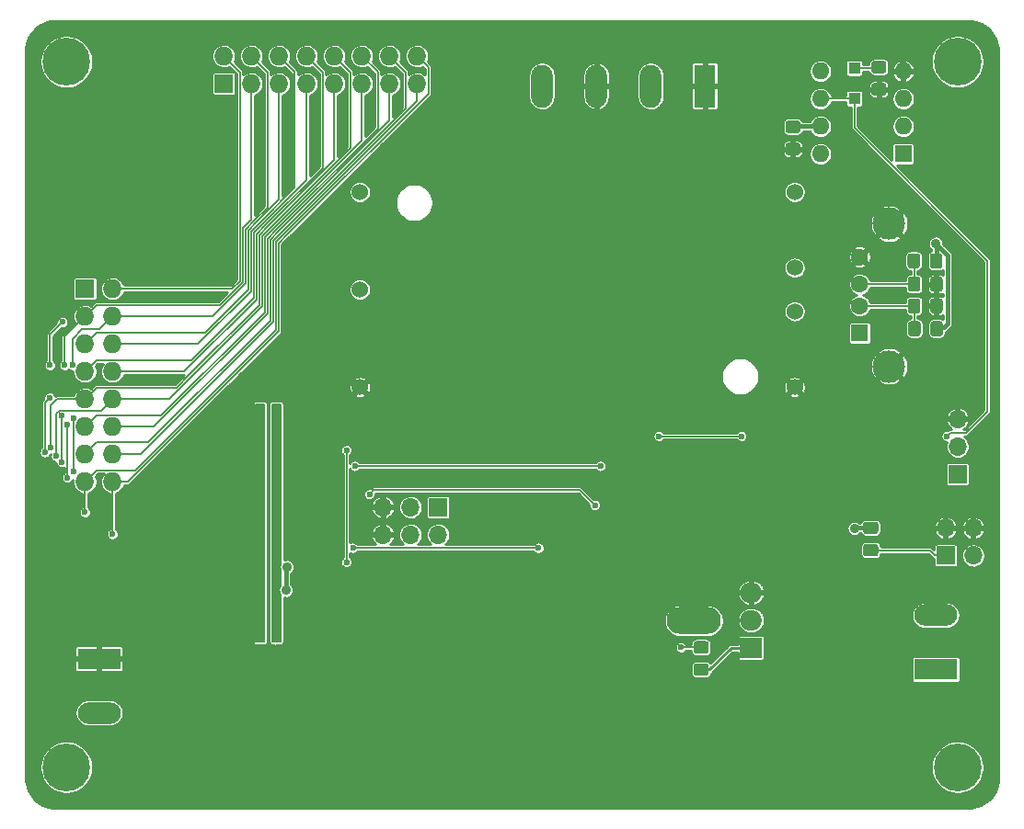
<source format=gbr>
G04 #@! TF.GenerationSoftware,KiCad,Pcbnew,(5.99.0-1662-g9db296991)*
G04 #@! TF.CreationDate,2020-05-23T19:33:27+05:30*
G04 #@! TF.ProjectId,Locker1,4c6f636b-6572-4312-9e6b-696361645f70,rev?*
G04 #@! TF.SameCoordinates,Original*
G04 #@! TF.FileFunction,Copper,L2,Bot*
G04 #@! TF.FilePolarity,Positive*
%FSLAX46Y46*%
G04 Gerber Fmt 4.6, Leading zero omitted, Abs format (unit mm)*
G04 Created by KiCad (PCBNEW (5.99.0-1662-g9db296991)) date 2020-05-23 19:33:27*
%MOMM*%
%LPD*%
G01*
G04 APERTURE LIST*
G04 #@! TA.AperFunction,ComponentPad*
%ADD10O,1.700000X1.700000*%
G04 #@! TD*
G04 #@! TA.AperFunction,ComponentPad*
%ADD11R,1.700000X1.700000*%
G04 #@! TD*
G04 #@! TA.AperFunction,ComponentPad*
%ADD12O,1.600000X1.600000*%
G04 #@! TD*
G04 #@! TA.AperFunction,ComponentPad*
%ADD13R,1.600000X1.600000*%
G04 #@! TD*
G04 #@! TA.AperFunction,ComponentPad*
%ADD14C,1.524000*%
G04 #@! TD*
G04 #@! TA.AperFunction,ComponentPad*
%ADD15O,5.000000X2.500000*%
G04 #@! TD*
G04 #@! TA.AperFunction,ComponentPad*
%ADD16C,1.600000*%
G04 #@! TD*
G04 #@! TA.AperFunction,ComponentPad*
%ADD17C,3.000000*%
G04 #@! TD*
G04 #@! TA.AperFunction,ComponentPad*
%ADD18O,1.980000X3.960000*%
G04 #@! TD*
G04 #@! TA.AperFunction,ComponentPad*
%ADD19R,1.980000X3.960000*%
G04 #@! TD*
G04 #@! TA.AperFunction,ComponentPad*
%ADD20R,1.727200X1.727200*%
G04 #@! TD*
G04 #@! TA.AperFunction,ComponentPad*
%ADD21O,1.727200X1.727200*%
G04 #@! TD*
G04 #@! TA.AperFunction,ComponentPad*
%ADD22O,3.960000X1.980000*%
G04 #@! TD*
G04 #@! TA.AperFunction,ComponentPad*
%ADD23R,3.960000X1.980000*%
G04 #@! TD*
G04 #@! TA.AperFunction,SMDPad,CuDef*
%ADD24R,1.100000X1.100000*%
G04 #@! TD*
G04 #@! TA.AperFunction,ComponentPad*
%ADD25C,4.400000*%
G04 #@! TD*
G04 #@! TA.AperFunction,ComponentPad*
%ADD26C,0.700000*%
G04 #@! TD*
G04 #@! TA.AperFunction,ComponentPad*
%ADD27O,2.000000X1.905000*%
G04 #@! TD*
G04 #@! TA.AperFunction,ComponentPad*
%ADD28R,2.000000X1.905000*%
G04 #@! TD*
G04 #@! TA.AperFunction,ViaPad*
%ADD29C,0.900000*%
G04 #@! TD*
G04 #@! TA.AperFunction,ViaPad*
%ADD30C,0.600000*%
G04 #@! TD*
G04 #@! TA.AperFunction,Conductor*
%ADD31C,0.381000*%
G04 #@! TD*
G04 #@! TA.AperFunction,Conductor*
%ADD32C,0.127000*%
G04 #@! TD*
G04 #@! TA.AperFunction,Conductor*
%ADD33C,0.254000*%
G04 #@! TD*
G04 APERTURE END LIST*
D10*
X45120000Y-59590000D03*
X45120000Y-57050000D03*
X47660000Y-59590000D03*
X47660000Y-57050000D03*
X50200000Y-59590000D03*
D11*
X50200000Y-57050000D03*
D12*
X85380000Y-24500000D03*
X93000000Y-16880000D03*
X85380000Y-21960000D03*
X93000000Y-19420000D03*
X85380000Y-19420000D03*
X93000000Y-21960000D03*
X85380000Y-16880000D03*
D13*
X93000000Y-24500000D03*
D14*
X43000000Y-28000000D03*
X43000000Y-46000000D03*
X43000000Y-37000000D03*
X83000000Y-46000000D03*
X83000000Y-35000000D03*
X83000000Y-28000000D03*
X83000000Y-39000000D03*
D15*
X73750000Y-67500000D03*
D16*
X89000000Y-34000000D03*
X89000000Y-36500000D03*
X89000000Y-38500000D03*
D13*
X89000000Y-41000000D03*
D17*
X91710000Y-44070000D03*
X91710000Y-30930000D03*
D18*
X64750000Y-18250000D03*
X59750000Y-18250000D03*
X69750000Y-18250000D03*
D19*
X74750000Y-18250000D03*
D20*
X17700000Y-36930000D03*
D21*
X20240000Y-36930000D03*
X17700000Y-39470000D03*
X20240000Y-39470000D03*
X17700000Y-42010000D03*
X20240000Y-42010000D03*
X17700000Y-44550000D03*
X20240000Y-44550000D03*
X17700000Y-47090000D03*
X20240000Y-47090000D03*
X17700000Y-49630000D03*
X20240000Y-49630000D03*
X17700000Y-52170000D03*
X20240000Y-52170000D03*
X17700000Y-54710000D03*
X20240000Y-54710000D03*
D10*
X98000000Y-48920000D03*
X98000000Y-51460000D03*
D11*
X98000000Y-54000000D03*
D20*
X30470000Y-18030000D03*
D21*
X30470000Y-15490000D03*
X33010000Y-18030000D03*
X33010000Y-15490000D03*
X35550000Y-18030000D03*
X35550000Y-15490000D03*
X38090000Y-18030000D03*
X38090000Y-15490000D03*
X40630000Y-18030000D03*
X40630000Y-15490000D03*
X43170000Y-18030000D03*
X43170000Y-15490000D03*
X45710000Y-18030000D03*
X45710000Y-15490000D03*
X48250000Y-18030000D03*
X48250000Y-15490000D03*
D22*
X96000000Y-67000000D03*
D23*
X96000000Y-72000000D03*
D22*
X19000000Y-76000000D03*
D23*
X19000000Y-71000000D03*
G04 #@! TA.AperFunction,SMDPad,CuDef*
G36*
G01*
X73949999Y-71425000D02*
X74850001Y-71425000D01*
G75*
G02*
X75100000Y-71674999I0J-249999D01*
G01*
X75100000Y-72325001D01*
G75*
G02*
X74850001Y-72575000I-249999J0D01*
G01*
X73949999Y-72575000D01*
G75*
G02*
X73700000Y-72325001I0J249999D01*
G01*
X73700000Y-71674999D01*
G75*
G02*
X73949999Y-71425000I249999J0D01*
G01*
G37*
G04 #@! TD.AperFunction*
G04 #@! TA.AperFunction,SMDPad,CuDef*
G36*
G01*
X73949999Y-69375000D02*
X74850001Y-69375000D01*
G75*
G02*
X75100000Y-69624999I0J-249999D01*
G01*
X75100000Y-70275001D01*
G75*
G02*
X74850001Y-70525000I-249999J0D01*
G01*
X73949999Y-70525000D01*
G75*
G02*
X73700000Y-70275001I0J249999D01*
G01*
X73700000Y-69624999D01*
G75*
G02*
X73949999Y-69375000I249999J0D01*
G01*
G37*
G04 #@! TD.AperFunction*
G04 #@! TA.AperFunction,SMDPad,CuDef*
G36*
G01*
X94575000Y-38049999D02*
X94575000Y-38950001D01*
G75*
G02*
X94325001Y-39200000I-249999J0D01*
G01*
X93674999Y-39200000D01*
G75*
G02*
X93425000Y-38950001I0J249999D01*
G01*
X93425000Y-38049999D01*
G75*
G02*
X93674999Y-37800000I249999J0D01*
G01*
X94325001Y-37800000D01*
G75*
G02*
X94575000Y-38049999I0J-249999D01*
G01*
G37*
G04 #@! TD.AperFunction*
G04 #@! TA.AperFunction,SMDPad,CuDef*
G36*
G01*
X96625000Y-38049999D02*
X96625000Y-38950001D01*
G75*
G02*
X96375001Y-39200000I-249999J0D01*
G01*
X95724999Y-39200000D01*
G75*
G02*
X95475000Y-38950001I0J249999D01*
G01*
X95475000Y-38049999D01*
G75*
G02*
X95724999Y-37800000I249999J0D01*
G01*
X96375001Y-37800000D01*
G75*
G02*
X96625000Y-38049999I0J-249999D01*
G01*
G37*
G04 #@! TD.AperFunction*
G04 #@! TA.AperFunction,SMDPad,CuDef*
G36*
G01*
X95500000Y-41050001D02*
X95500000Y-40149999D01*
G75*
G02*
X95749999Y-39900000I249999J0D01*
G01*
X96400001Y-39900000D01*
G75*
G02*
X96650000Y-40149999I0J-249999D01*
G01*
X96650000Y-41050001D01*
G75*
G02*
X96400001Y-41300000I-249999J0D01*
G01*
X95749999Y-41300000D01*
G75*
G02*
X95500000Y-41050001I0J249999D01*
G01*
G37*
G04 #@! TD.AperFunction*
G04 #@! TA.AperFunction,SMDPad,CuDef*
G36*
G01*
X93450000Y-41050001D02*
X93450000Y-40149999D01*
G75*
G02*
X93699999Y-39900000I249999J0D01*
G01*
X94350001Y-39900000D01*
G75*
G02*
X94600000Y-40149999I0J-249999D01*
G01*
X94600000Y-41050001D01*
G75*
G02*
X94350001Y-41300000I-249999J0D01*
G01*
X93699999Y-41300000D01*
G75*
G02*
X93450000Y-41050001I0J249999D01*
G01*
G37*
G04 #@! TD.AperFunction*
G04 #@! TA.AperFunction,SMDPad,CuDef*
G36*
G01*
X94575000Y-36049999D02*
X94575000Y-36950001D01*
G75*
G02*
X94325001Y-37200000I-249999J0D01*
G01*
X93674999Y-37200000D01*
G75*
G02*
X93425000Y-36950001I0J249999D01*
G01*
X93425000Y-36049999D01*
G75*
G02*
X93674999Y-35800000I249999J0D01*
G01*
X94325001Y-35800000D01*
G75*
G02*
X94575000Y-36049999I0J-249999D01*
G01*
G37*
G04 #@! TD.AperFunction*
G04 #@! TA.AperFunction,SMDPad,CuDef*
G36*
G01*
X96625000Y-36049999D02*
X96625000Y-36950001D01*
G75*
G02*
X96375001Y-37200000I-249999J0D01*
G01*
X95724999Y-37200000D01*
G75*
G02*
X95475000Y-36950001I0J249999D01*
G01*
X95475000Y-36049999D01*
G75*
G02*
X95724999Y-35800000I249999J0D01*
G01*
X96375001Y-35800000D01*
G75*
G02*
X96625000Y-36049999I0J-249999D01*
G01*
G37*
G04 #@! TD.AperFunction*
G04 #@! TA.AperFunction,SMDPad,CuDef*
G36*
G01*
X95450000Y-34800001D02*
X95450000Y-33899999D01*
G75*
G02*
X95699999Y-33650000I249999J0D01*
G01*
X96350001Y-33650000D01*
G75*
G02*
X96600000Y-33899999I0J-249999D01*
G01*
X96600000Y-34800001D01*
G75*
G02*
X96350001Y-35050000I-249999J0D01*
G01*
X95699999Y-35050000D01*
G75*
G02*
X95450000Y-34800001I0J249999D01*
G01*
G37*
G04 #@! TD.AperFunction*
G04 #@! TA.AperFunction,SMDPad,CuDef*
G36*
G01*
X93400000Y-34800001D02*
X93400000Y-33899999D01*
G75*
G02*
X93649999Y-33650000I249999J0D01*
G01*
X94300001Y-33650000D01*
G75*
G02*
X94550000Y-33899999I0J-249999D01*
G01*
X94550000Y-34800001D01*
G75*
G02*
X94300001Y-35050000I-249999J0D01*
G01*
X93649999Y-35050000D01*
G75*
G02*
X93400000Y-34800001I0J249999D01*
G01*
G37*
G04 #@! TD.AperFunction*
D10*
X99440000Y-58960000D03*
X99440000Y-61500000D03*
X96900000Y-58960000D03*
D11*
X96900000Y-61500000D03*
G04 #@! TA.AperFunction,SMDPad,CuDef*
G36*
G01*
X90299999Y-17975000D02*
X91200001Y-17975000D01*
G75*
G02*
X91450000Y-18224999I0J-249999D01*
G01*
X91450000Y-18875001D01*
G75*
G02*
X91200001Y-19125000I-249999J0D01*
G01*
X90299999Y-19125000D01*
G75*
G02*
X90050000Y-18875001I0J249999D01*
G01*
X90050000Y-18224999D01*
G75*
G02*
X90299999Y-17975000I249999J0D01*
G01*
G37*
G04 #@! TD.AperFunction*
G04 #@! TA.AperFunction,SMDPad,CuDef*
G36*
G01*
X90299999Y-15925000D02*
X91200001Y-15925000D01*
G75*
G02*
X91450000Y-16174999I0J-249999D01*
G01*
X91450000Y-16825001D01*
G75*
G02*
X91200001Y-17075000I-249999J0D01*
G01*
X90299999Y-17075000D01*
G75*
G02*
X90050000Y-16825001I0J249999D01*
G01*
X90050000Y-16174999D01*
G75*
G02*
X90299999Y-15925000I249999J0D01*
G01*
G37*
G04 #@! TD.AperFunction*
D24*
X88500000Y-19400000D03*
X88500000Y-16600000D03*
D25*
X98000000Y-16000000D03*
D26*
X99650000Y-16000000D03*
X99166726Y-17166726D03*
X98000000Y-17650000D03*
X96833274Y-17166726D03*
X96350000Y-16000000D03*
X96833274Y-14833274D03*
X98000000Y-14350000D03*
X99166726Y-14833274D03*
D25*
X16000000Y-81000000D03*
D26*
X17650000Y-81000000D03*
X17166726Y-82166726D03*
X16000000Y-82650000D03*
X14833274Y-82166726D03*
X14350000Y-81000000D03*
X14833274Y-79833274D03*
X16000000Y-79350000D03*
X17166726Y-79833274D03*
D25*
X98000000Y-81000000D03*
D26*
X99650000Y-81000000D03*
X99166726Y-82166726D03*
X98000000Y-82650000D03*
X96833274Y-82166726D03*
X96350000Y-81000000D03*
X96833274Y-79833274D03*
X98000000Y-79350000D03*
X99166726Y-79833274D03*
D25*
X16000000Y-16000000D03*
D26*
X17650000Y-16000000D03*
X17166726Y-17166726D03*
X16000000Y-17650000D03*
X14833274Y-17166726D03*
X14350000Y-16000000D03*
X14833274Y-14833274D03*
X16000000Y-14350000D03*
X17166726Y-14833274D03*
G04 #@! TA.AperFunction,SMDPad,CuDef*
G36*
G01*
X90450001Y-59525000D02*
X89549999Y-59525000D01*
G75*
G02*
X89300000Y-59275001I0J249999D01*
G01*
X89300000Y-58624999D01*
G75*
G02*
X89549999Y-58375000I249999J0D01*
G01*
X90450001Y-58375000D01*
G75*
G02*
X90700000Y-58624999I0J-249999D01*
G01*
X90700000Y-59275001D01*
G75*
G02*
X90450001Y-59525000I-249999J0D01*
G01*
G37*
G04 #@! TD.AperFunction*
G04 #@! TA.AperFunction,SMDPad,CuDef*
G36*
G01*
X90450001Y-61575000D02*
X89549999Y-61575000D01*
G75*
G02*
X89300000Y-61325001I0J249999D01*
G01*
X89300000Y-60674999D01*
G75*
G02*
X89549999Y-60425000I249999J0D01*
G01*
X90450001Y-60425000D01*
G75*
G02*
X90700000Y-60674999I0J-249999D01*
G01*
X90700000Y-61325001D01*
G75*
G02*
X90450001Y-61575000I-249999J0D01*
G01*
G37*
G04 #@! TD.AperFunction*
D27*
X79000000Y-64920000D03*
X79000000Y-67460000D03*
D28*
X79000000Y-70000000D03*
G04 #@! TA.AperFunction,SMDPad,CuDef*
G36*
G01*
X83300001Y-22575000D02*
X82399999Y-22575000D01*
G75*
G02*
X82150000Y-22325001I0J249999D01*
G01*
X82150000Y-21674999D01*
G75*
G02*
X82399999Y-21425000I249999J0D01*
G01*
X83300001Y-21425000D01*
G75*
G02*
X83550000Y-21674999I0J-249999D01*
G01*
X83550000Y-22325001D01*
G75*
G02*
X83300001Y-22575000I-249999J0D01*
G01*
G37*
G04 #@! TD.AperFunction*
G04 #@! TA.AperFunction,SMDPad,CuDef*
G36*
G01*
X83300001Y-24625000D02*
X82399999Y-24625000D01*
G75*
G02*
X82150000Y-24375001I0J249999D01*
G01*
X82150000Y-23724999D01*
G75*
G02*
X82399999Y-23475000I249999J0D01*
G01*
X83300001Y-23475000D01*
G75*
G02*
X83550000Y-23724999I0J-249999D01*
G01*
X83550000Y-24375001D01*
G75*
G02*
X83300001Y-24625000I-249999J0D01*
G01*
G37*
G04 #@! TD.AperFunction*
D29*
X36200000Y-64700000D03*
X36300000Y-62550000D03*
X84500000Y-52000000D03*
X30750000Y-51000000D03*
X31267515Y-45967515D03*
X30820170Y-56032166D03*
X30730510Y-65900000D03*
X30806554Y-60996073D03*
X32359490Y-59300000D03*
X32475273Y-69217309D03*
X32359490Y-54250000D03*
X32359490Y-49200000D03*
X32359490Y-64200000D03*
X96000000Y-32749996D03*
X88500000Y-59000000D03*
D30*
X42353555Y-60790501D03*
X59439503Y-60790501D03*
X97000000Y-50500000D03*
X78100000Y-50500000D03*
X70500000Y-50500000D03*
X43890000Y-55860000D03*
X64630000Y-56870000D03*
X90000000Y-61000000D03*
X42550000Y-53250000D03*
X65160000Y-53250000D03*
X41759998Y-62110000D03*
X41760000Y-51790000D03*
X72550000Y-69960000D03*
X17700000Y-57503446D03*
X14570142Y-51523927D03*
X14440000Y-46970000D03*
X14470000Y-43970000D03*
X15630002Y-39980000D03*
X14008532Y-51985600D03*
X15560000Y-52900000D03*
X15821901Y-43959838D03*
X15579041Y-48627319D03*
X15057349Y-52358874D03*
X16626915Y-53797604D03*
X16640000Y-48880000D03*
X16090000Y-54320001D03*
X16548884Y-43966381D03*
X16092691Y-49436928D03*
X20230000Y-59519490D03*
X33750000Y-63740000D03*
X33749992Y-68750000D03*
X33750000Y-58740022D03*
X33730000Y-53750032D03*
X33749994Y-48750000D03*
X35250000Y-49250000D03*
X35250000Y-54250000D03*
X35250000Y-59250000D03*
X35250000Y-64250000D03*
X35250000Y-69250000D03*
D31*
X36200000Y-64700000D02*
X36200000Y-62650000D01*
X36200000Y-62650000D02*
X36300000Y-62550000D01*
X96050000Y-34500000D02*
X96050000Y-32799996D01*
X96050000Y-32799996D02*
X96000000Y-32749996D01*
X97069510Y-33819506D02*
X96000000Y-32749996D01*
X97069510Y-40155490D02*
X97069510Y-33819506D01*
X96725000Y-40500000D02*
X97069510Y-40155490D01*
X96050000Y-40500000D02*
X96725000Y-40500000D01*
X88550000Y-58950000D02*
X88500000Y-59000000D01*
X90000000Y-58950000D02*
X88550000Y-58950000D01*
X85630000Y-21960000D02*
X83040000Y-21960000D01*
X83040000Y-21960000D02*
X83000000Y-22000000D01*
D32*
X85630000Y-19420000D02*
X88455000Y-19420000D01*
X42353555Y-60790501D02*
X59439503Y-60790501D01*
X88500000Y-19450000D02*
X88500000Y-22092902D01*
X98799999Y-50200001D02*
X97299999Y-50200001D01*
X97299999Y-50200001D02*
X97000000Y-50500000D01*
X100750000Y-48250000D02*
X98799999Y-50200001D01*
X88500000Y-22092902D02*
X100750000Y-34342902D01*
X100750000Y-34342902D02*
X100750000Y-48250000D01*
X78100000Y-50500000D02*
X70500000Y-50500000D01*
X95923000Y-61500000D02*
X95473000Y-61050000D01*
X96900000Y-61500000D02*
X95923000Y-61500000D01*
X95473000Y-61050000D02*
X89975000Y-61050000D01*
X43890000Y-55860000D02*
X44280000Y-55470000D01*
X44280000Y-55470000D02*
X63230000Y-55470000D01*
X63230000Y-55470000D02*
X64630000Y-56870000D01*
X42550000Y-53250000D02*
X65160000Y-53250000D01*
X41759998Y-62110000D02*
X41759998Y-51790002D01*
X41759998Y-51790002D02*
X41760000Y-51790000D01*
X74390000Y-69960000D02*
X74400000Y-69950000D01*
X72550000Y-69960000D02*
X74390000Y-69960000D01*
D33*
X75200000Y-72000000D02*
X77150000Y-70050000D01*
X74400000Y-72000000D02*
X75200000Y-72000000D01*
X77150000Y-70050000D02*
X79025000Y-70050000D01*
D32*
X88500000Y-16600000D02*
X90600000Y-16600000D01*
X90600000Y-16600000D02*
X90650000Y-16550000D01*
X89000000Y-38500000D02*
X94000000Y-38500000D01*
X94000000Y-38500000D02*
X94000000Y-40750000D01*
X89000000Y-36500000D02*
X94000000Y-36500000D01*
X94000000Y-36500000D02*
X94000000Y-34500000D01*
X22330000Y-53640000D02*
X35258042Y-40711958D01*
X36058132Y-31821868D02*
X48250000Y-19630000D01*
X48250000Y-19630000D02*
X48250000Y-18030000D01*
X36058132Y-31822568D02*
X36058132Y-31821868D01*
X35258042Y-32622658D02*
X36058132Y-31822568D01*
X35258042Y-40711958D02*
X35258042Y-32622658D01*
X18770000Y-53640000D02*
X22330000Y-53640000D01*
X17700000Y-54710000D02*
X18770000Y-53640000D01*
X17700000Y-54710000D02*
X17700000Y-57503446D01*
X20240000Y-52170000D02*
X22799225Y-52170000D01*
X35004042Y-32517432D02*
X35804121Y-31717354D01*
X35804121Y-31717354D02*
X35804121Y-31716655D01*
X47195899Y-16975899D02*
X45710000Y-15490000D01*
X35004042Y-39965183D02*
X35004042Y-32517432D01*
X47195899Y-20324877D02*
X47195899Y-16975899D01*
X35804121Y-31716655D02*
X47195899Y-20324877D01*
X22799225Y-52170000D02*
X35004042Y-39965183D01*
X35550000Y-19251314D02*
X35550000Y-18030000D01*
X35550000Y-28737760D02*
X35550000Y-19251314D01*
X33518022Y-30770428D02*
X33518022Y-30769738D01*
X33518022Y-30769738D02*
X35550000Y-28737760D01*
X18760000Y-40950000D02*
X28790776Y-40950000D01*
X17700000Y-42010000D02*
X18760000Y-40950000D01*
X28790776Y-40950000D02*
X32717943Y-37022833D01*
X32717943Y-31570506D02*
X33518022Y-30770428D01*
X32717943Y-37022833D02*
X32717943Y-31570506D01*
X35550110Y-31611442D02*
X45710000Y-21451552D01*
X35550110Y-31612140D02*
X35550110Y-31611442D01*
X17700000Y-52170000D02*
X18810000Y-51060000D01*
X34750031Y-39859969D02*
X34750031Y-32412218D01*
X34750031Y-32412218D02*
X35550110Y-31612140D01*
X23550000Y-51060000D02*
X34750031Y-39859969D01*
X45710000Y-21451552D02*
X45710000Y-18030000D01*
X18810000Y-51060000D02*
X23550000Y-51060000D01*
X35042088Y-31401016D02*
X43170000Y-23273104D01*
X35042088Y-31401712D02*
X35042088Y-31401016D01*
X24735653Y-48575899D02*
X34242009Y-39069543D01*
X34242009Y-39069543D02*
X34242009Y-32201790D01*
X18754101Y-48575899D02*
X24735653Y-48575899D01*
X34242009Y-32201790D02*
X35042088Y-31401712D01*
X43170000Y-23273104D02*
X43170000Y-18030000D01*
X17700000Y-49630000D02*
X18754101Y-48575899D01*
X37010000Y-16950000D02*
X35550000Y-15490000D01*
X28090000Y-42010000D02*
X32971954Y-37128046D01*
X33772033Y-30874951D02*
X37010000Y-27636984D01*
X37010000Y-27636984D02*
X37010000Y-16950000D01*
X33772033Y-30875642D02*
X33772033Y-30874951D01*
X32971954Y-31675720D02*
X33772033Y-30875642D01*
X32971954Y-37128046D02*
X32971954Y-31675720D01*
X20240000Y-42010000D02*
X28090000Y-42010000D01*
X40630000Y-25094656D02*
X40630000Y-18030000D01*
X34534066Y-31191284D02*
X34534066Y-31190590D01*
X33733987Y-31991362D02*
X34534066Y-31191284D01*
X34534066Y-31190590D02*
X40630000Y-25094656D01*
X33733987Y-38415238D02*
X33733987Y-31991362D01*
X27345214Y-44804011D02*
X33733987Y-38415238D01*
X27331421Y-44804011D02*
X27345214Y-44804011D01*
X26099533Y-46035899D02*
X27331421Y-44804011D01*
X18754101Y-46035899D02*
X26099533Y-46035899D01*
X17700000Y-47090000D02*
X18754101Y-46035899D01*
X14570142Y-47629858D02*
X14570142Y-51099663D01*
X17700000Y-47090000D02*
X15110000Y-47090000D01*
X14570142Y-51099663D02*
X14570142Y-51523927D01*
X15110000Y-47090000D02*
X14570142Y-47629858D01*
X31955899Y-16975899D02*
X30470000Y-15490000D01*
X31955899Y-36204101D02*
X31955899Y-16975899D01*
X31230000Y-36930000D02*
X31955899Y-36204101D01*
X20240000Y-36930000D02*
X31230000Y-36930000D01*
X14470000Y-43970000D02*
X14470000Y-41140002D01*
X14470000Y-41140002D02*
X15630002Y-39980000D01*
X14008532Y-47401468D02*
X14008532Y-51561336D01*
X14008532Y-51561336D02*
X14008532Y-51985600D01*
X14440000Y-46970000D02*
X14008532Y-47401468D01*
X33010000Y-30560000D02*
X33010000Y-18030000D01*
X32209910Y-31360090D02*
X33010000Y-30560000D01*
X32209910Y-36309315D02*
X32209910Y-31360090D01*
X30103326Y-38415899D02*
X32209910Y-36309315D01*
X18754101Y-38415899D02*
X30103326Y-38415899D01*
X17700000Y-39470000D02*
X18754101Y-38415899D01*
X15821901Y-41348099D02*
X15821901Y-43959838D01*
X17700000Y-39470000D02*
X15821901Y-41348099D01*
X15560000Y-52900000D02*
X15560000Y-48646360D01*
X15560000Y-48646360D02*
X15579041Y-48627319D01*
X20240000Y-47090000D02*
X25418450Y-47090000D01*
X33987998Y-38520452D02*
X33987998Y-32096576D01*
X34788077Y-31296498D02*
X34788077Y-31295803D01*
X42115899Y-16975899D02*
X40630000Y-15490000D01*
X33987998Y-32096576D02*
X34788077Y-31296498D01*
X25418450Y-47090000D02*
X33987998Y-38520452D01*
X34788077Y-31295803D02*
X42115899Y-23967981D01*
X42115899Y-23967981D02*
X42115899Y-16975899D01*
X19180322Y-48149678D02*
X15827342Y-48149678D01*
X15814482Y-48136818D02*
X15343600Y-48136818D01*
X15060644Y-51931315D02*
X15057349Y-51934610D01*
X15343600Y-48136818D02*
X15060644Y-48419774D01*
X15060644Y-48419774D02*
X15060644Y-51931315D01*
X20240000Y-47090000D02*
X19180322Y-48149678D01*
X15057349Y-51934610D02*
X15057349Y-52358874D01*
X15827342Y-48149678D02*
X15814482Y-48136818D01*
X34026044Y-30980164D02*
X38090000Y-26916208D01*
X33225965Y-31780934D02*
X34026044Y-30980856D01*
X17700000Y-44550000D02*
X18754101Y-43495899D01*
X38090000Y-26916208D02*
X38090000Y-18030000D01*
X34026044Y-30980856D02*
X34026044Y-30980164D01*
X33225965Y-37784811D02*
X33225965Y-31780934D01*
X27514877Y-43495899D02*
X33225965Y-37784811D01*
X18754101Y-43495899D02*
X27514877Y-43495899D01*
X16626915Y-48893085D02*
X16640000Y-48880000D01*
X16626915Y-53797604D02*
X16626915Y-48893085D01*
X20240000Y-39470000D02*
X29420000Y-39470000D01*
X34495899Y-16975899D02*
X33010000Y-15490000D01*
X32463932Y-31465292D02*
X33264011Y-30665214D01*
X29420000Y-39470000D02*
X32463932Y-36426068D01*
X32463932Y-36426068D02*
X32463932Y-31465292D01*
X34495899Y-29432618D02*
X34495899Y-16975899D01*
X33264011Y-30664506D02*
X34495899Y-29432618D01*
X33264011Y-30665214D02*
X33264011Y-30664506D01*
X20240000Y-39470000D02*
X19040000Y-40670000D01*
X16548884Y-43542117D02*
X16548884Y-43966381D01*
X16548884Y-41541116D02*
X16548884Y-43542117D01*
X19040000Y-40670000D02*
X17420000Y-40670000D01*
X17420000Y-40670000D02*
X16548884Y-41541116D01*
X16090000Y-49439619D02*
X16092691Y-49436928D01*
X16090000Y-54320001D02*
X16090000Y-49439619D01*
X36312143Y-31927081D02*
X49304101Y-18935123D01*
X36312143Y-31927782D02*
X36312143Y-31927081D01*
X35512053Y-32727872D02*
X36312143Y-31927782D01*
X20240000Y-54710000D02*
X21619225Y-54710000D01*
X21619225Y-54710000D02*
X35512053Y-40817172D01*
X35512053Y-40817172D02*
X35512053Y-32727872D01*
X49304101Y-16544101D02*
X48250000Y-15490000D01*
X49304101Y-18935123D02*
X49304101Y-16544101D01*
X20240000Y-54710000D02*
X20240000Y-59509490D01*
X20240000Y-59509490D02*
X20230000Y-59519490D01*
X39575899Y-25789533D02*
X39575899Y-16975899D01*
X34280055Y-31086070D02*
X34280055Y-31085377D01*
X20240000Y-44550000D02*
X26820000Y-44550000D01*
X34280055Y-31085377D02*
X39575899Y-25789533D01*
X33479976Y-31886148D02*
X34280055Y-31086070D01*
X39575899Y-16975899D02*
X38090000Y-15490000D01*
X33479976Y-37890024D02*
X33479976Y-31886148D01*
X26820000Y-44550000D02*
X33479976Y-37890024D01*
X44650000Y-22152328D02*
X44650000Y-16970000D01*
X34496020Y-32307004D02*
X35296099Y-31506926D01*
X44650000Y-16970000D02*
X43170000Y-15490000D01*
X20240000Y-49630000D02*
X24040776Y-49630000D01*
X34496020Y-39174756D02*
X34496020Y-32307004D01*
X24040776Y-49630000D02*
X34496020Y-39174756D01*
X35296099Y-31506926D02*
X35296099Y-31506229D01*
X35296099Y-31506229D02*
X44650000Y-22152328D01*
G36*
X98971598Y-12256500D02*
G01*
X98980597Y-12257673D01*
X99315069Y-12276959D01*
X99625962Y-12331218D01*
X99928554Y-12420850D01*
X100218829Y-12544663D01*
X100492974Y-12701033D01*
X100747315Y-12887864D01*
X100978500Y-13102694D01*
X101183456Y-13342669D01*
X101359471Y-13604605D01*
X101504219Y-13885051D01*
X101615773Y-14180270D01*
X101692654Y-14486347D01*
X101734202Y-14801937D01*
X101742142Y-15018466D01*
X101745354Y-15036186D01*
X101747000Y-15041120D01*
X101747001Y-24975547D01*
X101747000Y-24975555D01*
X101747001Y-81954472D01*
X101743501Y-81971597D01*
X101742328Y-81980596D01*
X101723041Y-82315068D01*
X101668782Y-82625964D01*
X101579154Y-82928543D01*
X101455334Y-83218834D01*
X101298965Y-83492979D01*
X101112139Y-83747312D01*
X100897310Y-83978496D01*
X100657331Y-84183456D01*
X100395395Y-84359470D01*
X100114946Y-84504220D01*
X99819732Y-84615773D01*
X99513654Y-84692655D01*
X99198065Y-84734202D01*
X98981535Y-84742142D01*
X98963815Y-84745354D01*
X98958881Y-84747000D01*
X15045523Y-84747000D01*
X15028403Y-84743501D01*
X15019404Y-84742328D01*
X14684932Y-84723041D01*
X14374036Y-84668782D01*
X14071457Y-84579154D01*
X13781166Y-84455334D01*
X13507021Y-84298965D01*
X13252688Y-84112139D01*
X13021504Y-83897310D01*
X12816544Y-83657331D01*
X12640530Y-83395395D01*
X12495780Y-83114946D01*
X12384227Y-82819732D01*
X12307345Y-82513654D01*
X12265798Y-82198065D01*
X12257858Y-81981535D01*
X12254646Y-81963815D01*
X12253000Y-81958881D01*
X12253000Y-80843355D01*
X13547001Y-80843355D01*
X13547001Y-81156645D01*
X13547541Y-81164877D01*
X13588433Y-81475485D01*
X13590043Y-81483576D01*
X13671128Y-81786189D01*
X13673780Y-81794001D01*
X13793670Y-82083443D01*
X13797318Y-82090842D01*
X13953963Y-82362157D01*
X13958546Y-82369017D01*
X14149264Y-82617565D01*
X14154704Y-82623768D01*
X14376232Y-82845296D01*
X14382435Y-82850736D01*
X14630983Y-83041454D01*
X14637843Y-83046037D01*
X14909158Y-83202682D01*
X14916557Y-83206330D01*
X15205999Y-83326220D01*
X15213811Y-83328872D01*
X15516424Y-83409957D01*
X15524515Y-83411567D01*
X15835123Y-83452459D01*
X15843355Y-83452999D01*
X16156645Y-83452999D01*
X16164877Y-83452459D01*
X16475485Y-83411567D01*
X16483576Y-83409957D01*
X16786189Y-83328872D01*
X16794001Y-83326220D01*
X17083443Y-83206330D01*
X17090842Y-83202682D01*
X17362157Y-83046037D01*
X17369017Y-83041454D01*
X17617565Y-82850736D01*
X17623768Y-82845296D01*
X17845296Y-82623768D01*
X17850736Y-82617565D01*
X18041454Y-82369017D01*
X18046037Y-82362157D01*
X18202682Y-82090842D01*
X18206330Y-82083443D01*
X18326220Y-81794001D01*
X18328872Y-81786189D01*
X18409957Y-81483576D01*
X18411567Y-81475485D01*
X18452459Y-81164877D01*
X18452999Y-81156645D01*
X18452999Y-80843355D01*
X95547001Y-80843355D01*
X95547001Y-81156645D01*
X95547541Y-81164877D01*
X95588433Y-81475485D01*
X95590043Y-81483576D01*
X95671128Y-81786189D01*
X95673780Y-81794001D01*
X95793670Y-82083443D01*
X95797318Y-82090842D01*
X95953963Y-82362157D01*
X95958546Y-82369017D01*
X96149264Y-82617565D01*
X96154704Y-82623768D01*
X96376232Y-82845296D01*
X96382435Y-82850736D01*
X96630983Y-83041454D01*
X96637843Y-83046037D01*
X96909158Y-83202682D01*
X96916557Y-83206330D01*
X97205999Y-83326220D01*
X97213811Y-83328872D01*
X97516424Y-83409957D01*
X97524515Y-83411567D01*
X97835123Y-83452459D01*
X97843355Y-83452999D01*
X98156645Y-83452999D01*
X98164877Y-83452459D01*
X98475485Y-83411567D01*
X98483576Y-83409957D01*
X98786189Y-83328872D01*
X98794001Y-83326220D01*
X99083443Y-83206330D01*
X99090842Y-83202682D01*
X99362157Y-83046037D01*
X99369017Y-83041454D01*
X99617565Y-82850736D01*
X99623768Y-82845296D01*
X99845296Y-82623768D01*
X99850736Y-82617565D01*
X100041454Y-82369017D01*
X100046037Y-82362157D01*
X100202682Y-82090842D01*
X100206330Y-82083443D01*
X100326220Y-81794001D01*
X100328872Y-81786189D01*
X100409957Y-81483576D01*
X100411567Y-81475485D01*
X100452459Y-81164877D01*
X100452999Y-81156645D01*
X100452999Y-80843355D01*
X100452459Y-80835123D01*
X100411567Y-80524515D01*
X100409957Y-80516424D01*
X100328872Y-80213811D01*
X100326220Y-80205999D01*
X100206330Y-79916557D01*
X100202682Y-79909158D01*
X100046037Y-79637843D01*
X100041454Y-79630983D01*
X99850736Y-79382435D01*
X99845296Y-79376232D01*
X99623768Y-79154704D01*
X99617565Y-79149264D01*
X99369017Y-78958546D01*
X99362157Y-78953963D01*
X99090842Y-78797318D01*
X99083443Y-78793670D01*
X98794001Y-78673780D01*
X98786189Y-78671128D01*
X98483576Y-78590043D01*
X98475485Y-78588433D01*
X98164877Y-78547541D01*
X98156645Y-78547001D01*
X97843355Y-78547001D01*
X97835123Y-78547541D01*
X97524515Y-78588433D01*
X97516424Y-78590043D01*
X97213811Y-78671128D01*
X97205999Y-78673780D01*
X96916557Y-78793670D01*
X96909158Y-78797318D01*
X96637843Y-78953963D01*
X96630983Y-78958546D01*
X96382435Y-79149264D01*
X96376232Y-79154704D01*
X96154704Y-79376232D01*
X96149264Y-79382435D01*
X95958546Y-79630983D01*
X95953963Y-79637843D01*
X95797318Y-79909158D01*
X95793670Y-79916557D01*
X95673780Y-80205999D01*
X95671128Y-80213811D01*
X95590043Y-80516424D01*
X95588433Y-80524515D01*
X95547541Y-80835123D01*
X95547001Y-80843355D01*
X18452999Y-80843355D01*
X18452459Y-80835123D01*
X18411567Y-80524515D01*
X18409957Y-80516424D01*
X18328872Y-80213811D01*
X18326220Y-80205999D01*
X18206330Y-79916557D01*
X18202682Y-79909158D01*
X18046037Y-79637843D01*
X18041454Y-79630983D01*
X17850736Y-79382435D01*
X17845296Y-79376232D01*
X17623768Y-79154704D01*
X17617565Y-79149264D01*
X17369017Y-78958546D01*
X17362157Y-78953963D01*
X17090842Y-78797318D01*
X17083443Y-78793670D01*
X16794001Y-78673780D01*
X16786189Y-78671128D01*
X16483576Y-78590043D01*
X16475485Y-78588433D01*
X16164877Y-78547541D01*
X16156645Y-78547001D01*
X15843355Y-78547001D01*
X15835123Y-78547541D01*
X15524515Y-78588433D01*
X15516424Y-78590043D01*
X15213811Y-78671128D01*
X15205999Y-78673780D01*
X14916557Y-78793670D01*
X14909158Y-78797318D01*
X14637843Y-78953963D01*
X14630983Y-78958546D01*
X14382435Y-79149264D01*
X14376232Y-79154704D01*
X14154704Y-79376232D01*
X14149264Y-79382435D01*
X13958546Y-79630983D01*
X13953963Y-79637843D01*
X13797318Y-79909158D01*
X13793670Y-79916557D01*
X13673780Y-80205999D01*
X13671128Y-80213811D01*
X13590043Y-80516424D01*
X13588433Y-80524515D01*
X13547541Y-80835123D01*
X13547001Y-80843355D01*
X12253000Y-80843355D01*
X12253000Y-76092141D01*
X16765608Y-76092141D01*
X16766515Y-76103659D01*
X16803237Y-76317370D01*
X16806227Y-76328530D01*
X16881280Y-76531971D01*
X16886254Y-76542399D01*
X16997125Y-76728757D01*
X17003916Y-76738103D01*
X17146891Y-76901135D01*
X17155272Y-76909088D01*
X17325563Y-77043334D01*
X17335252Y-77049627D01*
X17527156Y-77150592D01*
X17537830Y-77155014D01*
X17745315Y-77219439D01*
X17757441Y-77221934D01*
X17954585Y-77242655D01*
X17961175Y-77243000D01*
X20044963Y-77243000D01*
X20050730Y-77242736D01*
X20211710Y-77227944D01*
X20223071Y-77225838D01*
X20431773Y-77166978D01*
X20442560Y-77162838D01*
X20637041Y-77066930D01*
X20646891Y-77060893D01*
X20820638Y-76931151D01*
X20829225Y-76923420D01*
X20976418Y-76764186D01*
X20983451Y-76755020D01*
X21099162Y-76571630D01*
X21104407Y-76561336D01*
X21184761Y-76359929D01*
X21188042Y-76348851D01*
X21230346Y-76136174D01*
X21231554Y-76124683D01*
X21234392Y-75907859D01*
X21233485Y-75896341D01*
X21196763Y-75682630D01*
X21193773Y-75671470D01*
X21118720Y-75468029D01*
X21113746Y-75457601D01*
X21002875Y-75271243D01*
X20996084Y-75261897D01*
X20853109Y-75098865D01*
X20844728Y-75090912D01*
X20674437Y-74956666D01*
X20664748Y-74950373D01*
X20472844Y-74849408D01*
X20462170Y-74844986D01*
X20254685Y-74780561D01*
X20242559Y-74778066D01*
X20045415Y-74757345D01*
X20038825Y-74757000D01*
X17955037Y-74757000D01*
X17949270Y-74757264D01*
X17788290Y-74772056D01*
X17776929Y-74774162D01*
X17568227Y-74833022D01*
X17557440Y-74837162D01*
X17362959Y-74933070D01*
X17353109Y-74939107D01*
X17179362Y-75068849D01*
X17170775Y-75076580D01*
X17023582Y-75235814D01*
X17016549Y-75244980D01*
X16900838Y-75428370D01*
X16895593Y-75438664D01*
X16815239Y-75640071D01*
X16811958Y-75651149D01*
X16769654Y-75863826D01*
X16768446Y-75875317D01*
X16765608Y-76092141D01*
X12253000Y-76092141D01*
X12253000Y-71201808D01*
X16764512Y-71201808D01*
X16764512Y-71996190D01*
X16765726Y-72008511D01*
X16779211Y-72076306D01*
X16788709Y-72099236D01*
X16830567Y-72161882D01*
X16848118Y-72179433D01*
X16910764Y-72221291D01*
X16933694Y-72230789D01*
X17001489Y-72244274D01*
X17013810Y-72245488D01*
X18798191Y-72245488D01*
X18872000Y-72171679D01*
X19127999Y-72171679D01*
X19201808Y-72245488D01*
X20986190Y-72245488D01*
X20998511Y-72244274D01*
X21066306Y-72230789D01*
X21089236Y-72221291D01*
X21151882Y-72179433D01*
X21169433Y-72161882D01*
X21211291Y-72099236D01*
X21220789Y-72076306D01*
X21234274Y-72008511D01*
X21235488Y-71996190D01*
X21235488Y-71673707D01*
X73444512Y-71673707D01*
X73444512Y-72326293D01*
X73445725Y-72338614D01*
X73478614Y-72503954D01*
X73488112Y-72526885D01*
X73585225Y-72672224D01*
X73602776Y-72689775D01*
X73748115Y-72786888D01*
X73771046Y-72796386D01*
X73936386Y-72829275D01*
X73948707Y-72830488D01*
X74851293Y-72830488D01*
X74863614Y-72829275D01*
X75028954Y-72796386D01*
X75051885Y-72786888D01*
X75197224Y-72689775D01*
X75214775Y-72672224D01*
X75311888Y-72526885D01*
X75321386Y-72503954D01*
X75350521Y-72357485D01*
X75355727Y-72356297D01*
X75381298Y-72343991D01*
X75421605Y-72311873D01*
X75433668Y-72304304D01*
X75444771Y-72295457D01*
X75454840Y-72285387D01*
X75494834Y-72253518D01*
X75512537Y-72231341D01*
X75515938Y-72224290D01*
X77308230Y-70432000D01*
X77744512Y-70432000D01*
X77744512Y-70958690D01*
X77745726Y-70971011D01*
X77759211Y-71038806D01*
X77768709Y-71061736D01*
X77810567Y-71124382D01*
X77828118Y-71141933D01*
X77890764Y-71183791D01*
X77913694Y-71193289D01*
X77981489Y-71206774D01*
X77993810Y-71207988D01*
X80006190Y-71207988D01*
X80018511Y-71206774D01*
X80086306Y-71193289D01*
X80109236Y-71183791D01*
X80171882Y-71141933D01*
X80189433Y-71124382D01*
X80231291Y-71061736D01*
X80240789Y-71038806D01*
X80247750Y-71003810D01*
X93764512Y-71003810D01*
X93764512Y-72996190D01*
X93765726Y-73008511D01*
X93779211Y-73076306D01*
X93788709Y-73099236D01*
X93830567Y-73161882D01*
X93848118Y-73179433D01*
X93910764Y-73221291D01*
X93933694Y-73230789D01*
X94001489Y-73244274D01*
X94013810Y-73245488D01*
X97986190Y-73245488D01*
X97998511Y-73244274D01*
X98066306Y-73230789D01*
X98089236Y-73221291D01*
X98151882Y-73179433D01*
X98169433Y-73161882D01*
X98211291Y-73099236D01*
X98220789Y-73076306D01*
X98234274Y-73008511D01*
X98235488Y-72996190D01*
X98235488Y-71003810D01*
X98234274Y-70991489D01*
X98220789Y-70923694D01*
X98211291Y-70900764D01*
X98169433Y-70838118D01*
X98151882Y-70820567D01*
X98089236Y-70778709D01*
X98066306Y-70769211D01*
X97998511Y-70755726D01*
X97986190Y-70754512D01*
X94013810Y-70754512D01*
X94001489Y-70755726D01*
X93933694Y-70769211D01*
X93910764Y-70778709D01*
X93848118Y-70820567D01*
X93830567Y-70838118D01*
X93788709Y-70900764D01*
X93779211Y-70923694D01*
X93765726Y-70991489D01*
X93764512Y-71003810D01*
X80247750Y-71003810D01*
X80254274Y-70971011D01*
X80255488Y-70958690D01*
X80255488Y-69041310D01*
X80254274Y-69028989D01*
X80240789Y-68961194D01*
X80231291Y-68938264D01*
X80189433Y-68875618D01*
X80171882Y-68858067D01*
X80109236Y-68816209D01*
X80086306Y-68806711D01*
X80018511Y-68793226D01*
X80006190Y-68792012D01*
X77993810Y-68792012D01*
X77981489Y-68793226D01*
X77913694Y-68806711D01*
X77890764Y-68816209D01*
X77828118Y-68858067D01*
X77810567Y-68875618D01*
X77768709Y-68938264D01*
X77759211Y-68961194D01*
X77745726Y-69028989D01*
X77744512Y-69041310D01*
X77744512Y-69668000D01*
X77215145Y-69668000D01*
X77208086Y-69665521D01*
X77179890Y-69662309D01*
X77128751Y-69668000D01*
X77114070Y-69668000D01*
X77100015Y-69669583D01*
X77086186Y-69672737D01*
X77035577Y-69678370D01*
X77008729Y-69687733D01*
X77002036Y-69691932D01*
X76994274Y-69693702D01*
X76968701Y-69706009D01*
X76928404Y-69738121D01*
X76916334Y-69745693D01*
X76905229Y-69754542D01*
X76895154Y-69764618D01*
X76855166Y-69796483D01*
X76837463Y-69818660D01*
X76834062Y-69825710D01*
X75261727Y-71398045D01*
X75214775Y-71327776D01*
X75197224Y-71310225D01*
X75051885Y-71213112D01*
X75028954Y-71203614D01*
X74863614Y-71170725D01*
X74851293Y-71169512D01*
X73948707Y-71169512D01*
X73936386Y-71170725D01*
X73771046Y-71203614D01*
X73748115Y-71213112D01*
X73602776Y-71310225D01*
X73585225Y-71327776D01*
X73488112Y-71473115D01*
X73478614Y-71496046D01*
X73445725Y-71661386D01*
X73444512Y-71673707D01*
X21235488Y-71673707D01*
X21235488Y-71201809D01*
X21161679Y-71128000D01*
X19201809Y-71127999D01*
X19128000Y-71201808D01*
X19127999Y-72171679D01*
X18872000Y-72171679D01*
X18872001Y-71201809D01*
X18798192Y-71128000D01*
X16838321Y-71127999D01*
X16764512Y-71201808D01*
X12253000Y-71201808D01*
X12253000Y-70003810D01*
X16764512Y-70003810D01*
X16764512Y-70798191D01*
X16838321Y-70872000D01*
X18798191Y-70872001D01*
X18872000Y-70798192D01*
X18872000Y-70798191D01*
X19127999Y-70798191D01*
X19201808Y-70872000D01*
X21161679Y-70872001D01*
X21235488Y-70798192D01*
X21235488Y-70003810D01*
X21234274Y-69991489D01*
X21229056Y-69965252D01*
X71987473Y-69965252D01*
X72018950Y-70145608D01*
X72027079Y-70167408D01*
X72121374Y-70324340D01*
X72136806Y-70341752D01*
X72281273Y-70454216D01*
X72301938Y-70464905D01*
X72477206Y-70517822D01*
X72500334Y-70520355D01*
X72682901Y-70506627D01*
X72705390Y-70500664D01*
X72870773Y-70422134D01*
X72889608Y-70408475D01*
X73012950Y-70278500D01*
X73444729Y-70278500D01*
X73445725Y-70288614D01*
X73478614Y-70453954D01*
X73488112Y-70476885D01*
X73585225Y-70622224D01*
X73602776Y-70639775D01*
X73748115Y-70736888D01*
X73771046Y-70746386D01*
X73936386Y-70779275D01*
X73948707Y-70780488D01*
X74851293Y-70780488D01*
X74863614Y-70779275D01*
X75028954Y-70746386D01*
X75051885Y-70736888D01*
X75197224Y-70639775D01*
X75214775Y-70622224D01*
X75311888Y-70476885D01*
X75321386Y-70453954D01*
X75354275Y-70288614D01*
X75355488Y-70276293D01*
X75355488Y-69623707D01*
X75354275Y-69611386D01*
X75321386Y-69446046D01*
X75311888Y-69423115D01*
X75214775Y-69277776D01*
X75197224Y-69260225D01*
X75051885Y-69163112D01*
X75028954Y-69153614D01*
X74863614Y-69120725D01*
X74851293Y-69119512D01*
X73948707Y-69119512D01*
X73936386Y-69120725D01*
X73771046Y-69153614D01*
X73748115Y-69163112D01*
X73602776Y-69260225D01*
X73585225Y-69277776D01*
X73488112Y-69423115D01*
X73478614Y-69446046D01*
X73445725Y-69611386D01*
X73444512Y-69623707D01*
X73444512Y-69641500D01*
X73010459Y-69641500D01*
X72899696Y-69519345D01*
X72881176Y-69505262D01*
X72717616Y-69423000D01*
X72695268Y-69416529D01*
X72513060Y-69398663D01*
X72489880Y-69400671D01*
X72313457Y-69449597D01*
X72292554Y-69459815D01*
X72145573Y-69568972D01*
X72129749Y-69586030D01*
X72031920Y-69740782D01*
X72023298Y-69762392D01*
X71987737Y-69941987D01*
X71987473Y-69965252D01*
X21229056Y-69965252D01*
X21220789Y-69923694D01*
X21211291Y-69900764D01*
X21169433Y-69838118D01*
X21151882Y-69820567D01*
X21089236Y-69778709D01*
X21066306Y-69769211D01*
X20998511Y-69755726D01*
X20986190Y-69754512D01*
X19201809Y-69754512D01*
X19128000Y-69828321D01*
X19127999Y-70798191D01*
X18872000Y-70798191D01*
X18872001Y-69828321D01*
X18798192Y-69754512D01*
X17013810Y-69754512D01*
X17001489Y-69755726D01*
X16933694Y-69769211D01*
X16910764Y-69778709D01*
X16848118Y-69820567D01*
X16830567Y-69838118D01*
X16788709Y-69900764D01*
X16779211Y-69923694D01*
X16765726Y-69991489D01*
X16764512Y-70003810D01*
X12253000Y-70003810D01*
X12253000Y-51990852D01*
X13446005Y-51990852D01*
X13477482Y-52171208D01*
X13485611Y-52193008D01*
X13579906Y-52349940D01*
X13595338Y-52367352D01*
X13739805Y-52479816D01*
X13760470Y-52490505D01*
X13935738Y-52543422D01*
X13958866Y-52545955D01*
X14141433Y-52532227D01*
X14163922Y-52526264D01*
X14329305Y-52447734D01*
X14348140Y-52434075D01*
X14474166Y-52301272D01*
X14486821Y-52281748D01*
X14525254Y-52188501D01*
X14495086Y-52340861D01*
X14494822Y-52364126D01*
X14526299Y-52544482D01*
X14534428Y-52566282D01*
X14628723Y-52723214D01*
X14644155Y-52740626D01*
X14788622Y-52853090D01*
X14809287Y-52863779D01*
X14984555Y-52916696D01*
X14999761Y-52918361D01*
X15028950Y-53085608D01*
X15037079Y-53107408D01*
X15131374Y-53264340D01*
X15146806Y-53281752D01*
X15291273Y-53394216D01*
X15311938Y-53404905D01*
X15487206Y-53457822D01*
X15510334Y-53460355D01*
X15692901Y-53446627D01*
X15715390Y-53440664D01*
X15771500Y-53414021D01*
X15771500Y-53865159D01*
X15685573Y-53928973D01*
X15669749Y-53946031D01*
X15571920Y-54100783D01*
X15563298Y-54122393D01*
X15527737Y-54301988D01*
X15527473Y-54325253D01*
X15558950Y-54505609D01*
X15567079Y-54527409D01*
X15661374Y-54684341D01*
X15676806Y-54701753D01*
X15821273Y-54814217D01*
X15841938Y-54824906D01*
X16017206Y-54877823D01*
X16040334Y-54880356D01*
X16222901Y-54866628D01*
X16245390Y-54860665D01*
X16410773Y-54782135D01*
X16429608Y-54768476D01*
X16555634Y-54635673D01*
X16568289Y-54616149D01*
X16593542Y-54554880D01*
X16578321Y-54699701D01*
X16578276Y-54712467D01*
X16599160Y-54925457D01*
X16601683Y-54937971D01*
X16664968Y-55142411D01*
X16669956Y-55154162D01*
X16773057Y-55341701D01*
X16780306Y-55352210D01*
X16919011Y-55515186D01*
X16928225Y-55524022D01*
X17096867Y-55655780D01*
X17107669Y-55662582D01*
X17299361Y-55757740D01*
X17311311Y-55762231D01*
X17381500Y-55780776D01*
X17381501Y-57048603D01*
X17295573Y-57112418D01*
X17279749Y-57129476D01*
X17181920Y-57284228D01*
X17173298Y-57305838D01*
X17137737Y-57485433D01*
X17137473Y-57508698D01*
X17168950Y-57689054D01*
X17177079Y-57710854D01*
X17271374Y-57867786D01*
X17286806Y-57885198D01*
X17431273Y-57997662D01*
X17451938Y-58008351D01*
X17627206Y-58061268D01*
X17650334Y-58063801D01*
X17832901Y-58050073D01*
X17855390Y-58044110D01*
X18020773Y-57965580D01*
X18039608Y-57951921D01*
X18165634Y-57819118D01*
X18178289Y-57799594D01*
X18248193Y-57629993D01*
X18252986Y-57606489D01*
X18255181Y-57412974D01*
X18250923Y-57389368D01*
X18184884Y-57218225D01*
X18172676Y-57198419D01*
X18049696Y-57062791D01*
X18031176Y-57048708D01*
X18018500Y-57042333D01*
X18018500Y-55782347D01*
X18182455Y-55722673D01*
X18193949Y-55717117D01*
X18376228Y-55604978D01*
X18386369Y-55597224D01*
X18542376Y-55450724D01*
X18550751Y-55441089D01*
X18674114Y-55266212D01*
X18680381Y-55255090D01*
X18766060Y-55058978D01*
X18769963Y-55046823D01*
X18814481Y-54837382D01*
X18815861Y-54824469D01*
X18816633Y-54603324D01*
X18815343Y-54590402D01*
X18772288Y-54380655D01*
X18768471Y-54368473D01*
X18685512Y-54174915D01*
X18901927Y-53958500D01*
X19413620Y-53958500D01*
X19324812Y-54061386D01*
X19317490Y-54071843D01*
X19213082Y-54258658D01*
X19208012Y-54270374D01*
X19143302Y-54474368D01*
X19140691Y-54486863D01*
X19118321Y-54699701D01*
X19118276Y-54712467D01*
X19139160Y-54925457D01*
X19141683Y-54937971D01*
X19204968Y-55142411D01*
X19209956Y-55154162D01*
X19313057Y-55341701D01*
X19320306Y-55352210D01*
X19459011Y-55515186D01*
X19468225Y-55524022D01*
X19636867Y-55655780D01*
X19647669Y-55662582D01*
X19839361Y-55757740D01*
X19851311Y-55762231D01*
X19921500Y-55780776D01*
X19921501Y-59057220D01*
X19825573Y-59128462D01*
X19809749Y-59145520D01*
X19711920Y-59300272D01*
X19703298Y-59321882D01*
X19667737Y-59501477D01*
X19667473Y-59524742D01*
X19698950Y-59705098D01*
X19707079Y-59726898D01*
X19801374Y-59883830D01*
X19816806Y-59901242D01*
X19961273Y-60013706D01*
X19981938Y-60024395D01*
X20157206Y-60077312D01*
X20180334Y-60079845D01*
X20362901Y-60066117D01*
X20385390Y-60060154D01*
X20550773Y-59981624D01*
X20569608Y-59967965D01*
X20695634Y-59835162D01*
X20708289Y-59815638D01*
X20778193Y-59646037D01*
X20782986Y-59622533D01*
X20785181Y-59429018D01*
X20780923Y-59405412D01*
X20714884Y-59234269D01*
X20702676Y-59214463D01*
X20579696Y-59078835D01*
X20561176Y-59064752D01*
X20558500Y-59063406D01*
X20558500Y-55782347D01*
X20722455Y-55722673D01*
X20733949Y-55717117D01*
X20916228Y-55604978D01*
X20926369Y-55597224D01*
X21082376Y-55450724D01*
X21090751Y-55441089D01*
X21214114Y-55266212D01*
X21220381Y-55255090D01*
X21306060Y-55058978D01*
X21309963Y-55046823D01*
X21313858Y-55028500D01*
X21652291Y-55028500D01*
X21652299Y-55028499D01*
X21687392Y-55028499D01*
X21719438Y-55019912D01*
X21742157Y-55006795D01*
X21767504Y-55000004D01*
X21796236Y-54983415D01*
X21880910Y-54898740D01*
X29298663Y-47480988D01*
X33137000Y-47480988D01*
X33137000Y-69506754D01*
X33138444Y-69520184D01*
X33154721Y-69595006D01*
X33168889Y-69623310D01*
X33237978Y-69703043D01*
X33268458Y-69722631D01*
X33363148Y-69750435D01*
X33380988Y-69753000D01*
X34256754Y-69753000D01*
X34270184Y-69751556D01*
X34345006Y-69735279D01*
X34373310Y-69721111D01*
X34453043Y-69652022D01*
X34472631Y-69621542D01*
X34500435Y-69526852D01*
X34503000Y-69509012D01*
X34503000Y-47483246D01*
X34502758Y-47480988D01*
X34637000Y-47480988D01*
X34637000Y-69506754D01*
X34638444Y-69520184D01*
X34654721Y-69595006D01*
X34668889Y-69623310D01*
X34737978Y-69703043D01*
X34768458Y-69722631D01*
X34863148Y-69750435D01*
X34880988Y-69753000D01*
X34998255Y-69753000D01*
X35001938Y-69754905D01*
X35177206Y-69807822D01*
X35200334Y-69810355D01*
X35382901Y-69796627D01*
X35405390Y-69790664D01*
X35484710Y-69753000D01*
X35756754Y-69753000D01*
X35770184Y-69751556D01*
X35845006Y-69735279D01*
X35873310Y-69721111D01*
X35953043Y-69652022D01*
X35972631Y-69621542D01*
X36000435Y-69526852D01*
X36003000Y-69509012D01*
X36003000Y-67600015D01*
X70995593Y-67600015D01*
X70996315Y-67610332D01*
X71032129Y-67844380D01*
X71034526Y-67854440D01*
X71108085Y-68079498D01*
X71112093Y-68089032D01*
X71221423Y-68299052D01*
X71226934Y-68307803D01*
X71369097Y-68497147D01*
X71375963Y-68504880D01*
X71547143Y-68668463D01*
X71555180Y-68674971D01*
X71750778Y-68808400D01*
X71759770Y-68813508D01*
X71974535Y-68913199D01*
X71984240Y-68916770D01*
X72212774Y-68980147D01*
X72223703Y-68982163D01*
X72441177Y-69002720D01*
X72447109Y-69003000D01*
X75059984Y-69003000D01*
X75065148Y-69002788D01*
X75241149Y-68988319D01*
X75251352Y-68986630D01*
X75480992Y-68928947D01*
X75490781Y-68925614D01*
X75707916Y-68831202D01*
X75717030Y-68826315D01*
X75915830Y-68697705D01*
X75924024Y-68691395D01*
X76099149Y-68532043D01*
X76106202Y-68524480D01*
X76252949Y-68338666D01*
X76258673Y-68330052D01*
X76373102Y-68122765D01*
X76377341Y-68113332D01*
X76456377Y-67890139D01*
X76459019Y-67880141D01*
X76500541Y-67647037D01*
X76501514Y-67636741D01*
X76502583Y-67549186D01*
X77745653Y-67549186D01*
X77746560Y-67560704D01*
X77782115Y-67767623D01*
X77785106Y-67778783D01*
X77857773Y-67975757D01*
X77862747Y-67986185D01*
X77970093Y-68166619D01*
X77976884Y-68175966D01*
X78115315Y-68333817D01*
X78123696Y-68341770D01*
X78288575Y-68471749D01*
X78298264Y-68478042D01*
X78484069Y-68575798D01*
X78494743Y-68580220D01*
X78695645Y-68642601D01*
X78707771Y-68645096D01*
X78898617Y-68665155D01*
X78905207Y-68665500D01*
X79100709Y-68665500D01*
X79106477Y-68665236D01*
X79262348Y-68650913D01*
X79273708Y-68648807D01*
X79475776Y-68591818D01*
X79486562Y-68587678D01*
X79674862Y-68494819D01*
X79684713Y-68488782D01*
X79852939Y-68363163D01*
X79861525Y-68355432D01*
X80004039Y-68201260D01*
X80011072Y-68192094D01*
X80123106Y-68014532D01*
X80128352Y-68004237D01*
X80206150Y-67809232D01*
X80209431Y-67798155D01*
X80250391Y-67592238D01*
X80251599Y-67580748D01*
X80254347Y-67370814D01*
X80253440Y-67359296D01*
X80217885Y-67152377D01*
X80214894Y-67141217D01*
X80196790Y-67092141D01*
X93765608Y-67092141D01*
X93766515Y-67103659D01*
X93803237Y-67317370D01*
X93806227Y-67328530D01*
X93881280Y-67531971D01*
X93886254Y-67542399D01*
X93997125Y-67728757D01*
X94003916Y-67738103D01*
X94146891Y-67901135D01*
X94155272Y-67909088D01*
X94325563Y-68043334D01*
X94335252Y-68049627D01*
X94527156Y-68150592D01*
X94537830Y-68155014D01*
X94745315Y-68219439D01*
X94757441Y-68221934D01*
X94954585Y-68242655D01*
X94961175Y-68243000D01*
X97044963Y-68243000D01*
X97050730Y-68242736D01*
X97211710Y-68227944D01*
X97223071Y-68225838D01*
X97431773Y-68166978D01*
X97442560Y-68162838D01*
X97637041Y-68066930D01*
X97646891Y-68060893D01*
X97820638Y-67931151D01*
X97829225Y-67923420D01*
X97976418Y-67764186D01*
X97983451Y-67755020D01*
X98099162Y-67571630D01*
X98104407Y-67561336D01*
X98184761Y-67359929D01*
X98188042Y-67348851D01*
X98230346Y-67136174D01*
X98231554Y-67124683D01*
X98234392Y-66907859D01*
X98233485Y-66896341D01*
X98196763Y-66682630D01*
X98193773Y-66671470D01*
X98118720Y-66468029D01*
X98113746Y-66457601D01*
X98002875Y-66271243D01*
X97996084Y-66261897D01*
X97853109Y-66098865D01*
X97844728Y-66090912D01*
X97674437Y-65956666D01*
X97664748Y-65950373D01*
X97472844Y-65849408D01*
X97462170Y-65844986D01*
X97254685Y-65780561D01*
X97242559Y-65778066D01*
X97045415Y-65757345D01*
X97038825Y-65757000D01*
X94955037Y-65757000D01*
X94949270Y-65757264D01*
X94788290Y-65772056D01*
X94776929Y-65774162D01*
X94568227Y-65833022D01*
X94557440Y-65837162D01*
X94362959Y-65933070D01*
X94353109Y-65939107D01*
X94179362Y-66068849D01*
X94170775Y-66076580D01*
X94023582Y-66235814D01*
X94016549Y-66244980D01*
X93900838Y-66428370D01*
X93895593Y-66438664D01*
X93815239Y-66640071D01*
X93811958Y-66651149D01*
X93769654Y-66863826D01*
X93768446Y-66875317D01*
X93765608Y-67092141D01*
X80196790Y-67092141D01*
X80142227Y-66944243D01*
X80137253Y-66933815D01*
X80029907Y-66753381D01*
X80023116Y-66744034D01*
X79884685Y-66586183D01*
X79876304Y-66578230D01*
X79711425Y-66448251D01*
X79701736Y-66441958D01*
X79515931Y-66344202D01*
X79505257Y-66339780D01*
X79304355Y-66277399D01*
X79292229Y-66274904D01*
X79101383Y-66254845D01*
X79094793Y-66254500D01*
X78899291Y-66254500D01*
X78893523Y-66254764D01*
X78737652Y-66269087D01*
X78726292Y-66271193D01*
X78524224Y-66328182D01*
X78513438Y-66332322D01*
X78325138Y-66425181D01*
X78315287Y-66431218D01*
X78147061Y-66556837D01*
X78138475Y-66564568D01*
X77995961Y-66718740D01*
X77988928Y-66727906D01*
X77876894Y-66905468D01*
X77871648Y-66915763D01*
X77793850Y-67110768D01*
X77790569Y-67121845D01*
X77749609Y-67327762D01*
X77748401Y-67339252D01*
X77745653Y-67549186D01*
X76502583Y-67549186D01*
X76504407Y-67399985D01*
X76503685Y-67389668D01*
X76467871Y-67155620D01*
X76465474Y-67145560D01*
X76391915Y-66920502D01*
X76387907Y-66910968D01*
X76278577Y-66700948D01*
X76273066Y-66692197D01*
X76130903Y-66502853D01*
X76124037Y-66495120D01*
X75952857Y-66331537D01*
X75944820Y-66325029D01*
X75749222Y-66191600D01*
X75740230Y-66186492D01*
X75525465Y-66086801D01*
X75515760Y-66083230D01*
X75287226Y-66019853D01*
X75276297Y-66017837D01*
X75058823Y-65997280D01*
X75052891Y-65997000D01*
X72440016Y-65997000D01*
X72434852Y-65997212D01*
X72258851Y-66011681D01*
X72248648Y-66013370D01*
X72019008Y-66071053D01*
X72009219Y-66074386D01*
X71792084Y-66168798D01*
X71782970Y-66173685D01*
X71584170Y-66302295D01*
X71575976Y-66308605D01*
X71400851Y-66467957D01*
X71393798Y-66475520D01*
X71247051Y-66661334D01*
X71241327Y-66669948D01*
X71126898Y-66877235D01*
X71122659Y-66886668D01*
X71043623Y-67109861D01*
X71040981Y-67119859D01*
X70999459Y-67352963D01*
X70998486Y-67363259D01*
X70995593Y-67600015D01*
X36003000Y-67600015D01*
X36003000Y-65384627D01*
X36007198Y-65386522D01*
X36027331Y-65391860D01*
X36239968Y-65411960D01*
X36260745Y-65410489D01*
X36468431Y-65360628D01*
X36487611Y-65352507D01*
X36667947Y-65238062D01*
X36683463Y-65224165D01*
X36752817Y-65137597D01*
X77766644Y-65137597D01*
X77782116Y-65227625D01*
X77785106Y-65238784D01*
X77857773Y-65435757D01*
X77862747Y-65446185D01*
X77970093Y-65626619D01*
X77976884Y-65635966D01*
X78115315Y-65793817D01*
X78123696Y-65801770D01*
X78288575Y-65931749D01*
X78298264Y-65938042D01*
X78484069Y-66035798D01*
X78494743Y-66040220D01*
X78695645Y-66102601D01*
X78707770Y-66105095D01*
X78788619Y-66113594D01*
X78863580Y-66046101D01*
X79127999Y-66046101D01*
X79227903Y-66121726D01*
X79475776Y-66051818D01*
X79486562Y-66047678D01*
X79674862Y-65954819D01*
X79684713Y-65948782D01*
X79852939Y-65823163D01*
X79861525Y-65815432D01*
X80004039Y-65661260D01*
X80011072Y-65652094D01*
X80123106Y-65474532D01*
X80128352Y-65464237D01*
X80206150Y-65269232D01*
X80209431Y-65258155D01*
X80232907Y-65140133D01*
X80157296Y-65048000D01*
X79201809Y-65047999D01*
X79128000Y-65121808D01*
X79127999Y-66046101D01*
X78863580Y-66046101D01*
X78872000Y-66038520D01*
X78872001Y-65121809D01*
X78798192Y-65048000D01*
X77842159Y-65047999D01*
X77766644Y-65137597D01*
X36752817Y-65137597D01*
X36817006Y-65057476D01*
X36827183Y-65039303D01*
X36899617Y-64838110D01*
X36903366Y-64817115D01*
X36904286Y-64699867D01*
X77767093Y-64699867D01*
X77842704Y-64792000D01*
X78798191Y-64792001D01*
X78872000Y-64718192D01*
X78872000Y-64718191D01*
X79127999Y-64718191D01*
X79201808Y-64792000D01*
X80157841Y-64792001D01*
X80233356Y-64702403D01*
X80217884Y-64612375D01*
X80214894Y-64601216D01*
X80142227Y-64404243D01*
X80137253Y-64393815D01*
X80029907Y-64213381D01*
X80023116Y-64204034D01*
X79884685Y-64046183D01*
X79876304Y-64038230D01*
X79711425Y-63908251D01*
X79701736Y-63901958D01*
X79515931Y-63804202D01*
X79505257Y-63799780D01*
X79304355Y-63737399D01*
X79292230Y-63734905D01*
X79211381Y-63726406D01*
X79128000Y-63801480D01*
X79127999Y-64718191D01*
X78872000Y-64718191D01*
X78872001Y-63793899D01*
X78772097Y-63718274D01*
X78524224Y-63788182D01*
X78513438Y-63792322D01*
X78325138Y-63885181D01*
X78315287Y-63891218D01*
X78147061Y-64016837D01*
X78138475Y-64024568D01*
X77995961Y-64178740D01*
X77988928Y-64187906D01*
X77876894Y-64365468D01*
X77871648Y-64375763D01*
X77793850Y-64570768D01*
X77790569Y-64581845D01*
X77767093Y-64699867D01*
X36904286Y-64699867D01*
X36905119Y-64593948D01*
X36901700Y-64572897D01*
X36832435Y-64370591D01*
X36822544Y-64352260D01*
X36691635Y-64183494D01*
X36676341Y-64169355D01*
X36645500Y-64149096D01*
X36645500Y-63165769D01*
X36767947Y-63088062D01*
X36783463Y-63074165D01*
X36917006Y-62907476D01*
X36927183Y-62889303D01*
X36999617Y-62688110D01*
X37003366Y-62667115D01*
X37005119Y-62443948D01*
X37001700Y-62422897D01*
X36932435Y-62220591D01*
X36922544Y-62202260D01*
X36855054Y-62115252D01*
X41197471Y-62115252D01*
X41228948Y-62295608D01*
X41237077Y-62317408D01*
X41331372Y-62474340D01*
X41346804Y-62491752D01*
X41491271Y-62604216D01*
X41511936Y-62614905D01*
X41687204Y-62667822D01*
X41710332Y-62670355D01*
X41892899Y-62656627D01*
X41915388Y-62650664D01*
X42080771Y-62572134D01*
X42099606Y-62558475D01*
X42225632Y-62425672D01*
X42238287Y-62406148D01*
X42308191Y-62236547D01*
X42312984Y-62213043D01*
X42315179Y-62019528D01*
X42310921Y-61995922D01*
X42244882Y-61824779D01*
X42232674Y-61804973D01*
X42109694Y-61669345D01*
X42091174Y-61655262D01*
X42078498Y-61648887D01*
X42078498Y-61279789D01*
X42084828Y-61284717D01*
X42105493Y-61295406D01*
X42280761Y-61348323D01*
X42303889Y-61350856D01*
X42486456Y-61337128D01*
X42508945Y-61331165D01*
X42674328Y-61252635D01*
X42693163Y-61238976D01*
X42816505Y-61109001D01*
X58983333Y-61109001D01*
X59010876Y-61154840D01*
X59026309Y-61172253D01*
X59170776Y-61284717D01*
X59191441Y-61295406D01*
X59366709Y-61348323D01*
X59389837Y-61350856D01*
X59572404Y-61337128D01*
X59594893Y-61331165D01*
X59760276Y-61252635D01*
X59779111Y-61238976D01*
X59905137Y-61106173D01*
X59917792Y-61086649D01*
X59987696Y-60917048D01*
X59992489Y-60893544D01*
X59994684Y-60700029D01*
X59990426Y-60676423D01*
X59989378Y-60673707D01*
X89044512Y-60673707D01*
X89044512Y-61326293D01*
X89045725Y-61338614D01*
X89078614Y-61503954D01*
X89088112Y-61526885D01*
X89185225Y-61672224D01*
X89202776Y-61689775D01*
X89348115Y-61786888D01*
X89371046Y-61796386D01*
X89536386Y-61829275D01*
X89548707Y-61830488D01*
X90451293Y-61830488D01*
X90463614Y-61829275D01*
X90628954Y-61796386D01*
X90651885Y-61786888D01*
X90797224Y-61689775D01*
X90814775Y-61672224D01*
X90911888Y-61526885D01*
X90921386Y-61503954D01*
X90948330Y-61368500D01*
X95341074Y-61368500D01*
X95721167Y-61748595D01*
X95721180Y-61748605D01*
X95745989Y-61773415D01*
X95774720Y-61790003D01*
X95794512Y-61795306D01*
X95794512Y-62356190D01*
X95795726Y-62368511D01*
X95809211Y-62436306D01*
X95818709Y-62459236D01*
X95860567Y-62521882D01*
X95878118Y-62539433D01*
X95940764Y-62581291D01*
X95963694Y-62590789D01*
X96031489Y-62604274D01*
X96043810Y-62605488D01*
X97756190Y-62605488D01*
X97768511Y-62604274D01*
X97836306Y-62590789D01*
X97859236Y-62581291D01*
X97921882Y-62539433D01*
X97939433Y-62521882D01*
X97981291Y-62459236D01*
X97990789Y-62436306D01*
X98004274Y-62368511D01*
X98005488Y-62356190D01*
X98005488Y-61502515D01*
X98331946Y-61502515D01*
X98352560Y-61712755D01*
X98355083Y-61725269D01*
X98417551Y-61927070D01*
X98422540Y-61938821D01*
X98524309Y-62123939D01*
X98531558Y-62134446D01*
X98668472Y-62295320D01*
X98677686Y-62304156D01*
X98844151Y-62434213D01*
X98854954Y-62441016D01*
X99044171Y-62534944D01*
X99056121Y-62539435D01*
X99260360Y-62593397D01*
X99272968Y-62595394D01*
X99483887Y-62607187D01*
X99496640Y-62606608D01*
X99705622Y-62575748D01*
X99717998Y-62572616D01*
X99916506Y-62500365D01*
X99927999Y-62494809D01*
X100107925Y-62384118D01*
X100118066Y-62376364D01*
X100272059Y-62231756D01*
X100280434Y-62222121D01*
X100402205Y-62049501D01*
X100408471Y-62038379D01*
X100493044Y-61844799D01*
X100496947Y-61832644D01*
X100540891Y-61625905D01*
X100542271Y-61612992D01*
X100543033Y-61394706D01*
X100541743Y-61381783D01*
X100499243Y-61174742D01*
X100495426Y-61162561D01*
X100412207Y-60968396D01*
X100406018Y-60957230D01*
X100285455Y-60783764D01*
X100277147Y-60774071D01*
X100124168Y-60628391D01*
X100114081Y-60620567D01*
X99934933Y-60508622D01*
X99923479Y-60502985D01*
X99725479Y-60429351D01*
X99713126Y-60426133D01*
X99504364Y-60393815D01*
X99491616Y-60393147D01*
X99280621Y-60403466D01*
X99267999Y-60405375D01*
X99063387Y-60457910D01*
X99051406Y-60462318D01*
X98861537Y-60554923D01*
X98850688Y-60561650D01*
X98683318Y-60690542D01*
X98674043Y-60699313D01*
X98536010Y-60859227D01*
X98528688Y-60869684D01*
X98425628Y-61054087D01*
X98420558Y-61065803D01*
X98356683Y-61267162D01*
X98354072Y-61279659D01*
X98331991Y-61489749D01*
X98331946Y-61502515D01*
X98005488Y-61502515D01*
X98005488Y-60643810D01*
X98004274Y-60631489D01*
X97990789Y-60563694D01*
X97981291Y-60540764D01*
X97939433Y-60478118D01*
X97921882Y-60460567D01*
X97859236Y-60418709D01*
X97836306Y-60409211D01*
X97768511Y-60395726D01*
X97756190Y-60394512D01*
X96043810Y-60394512D01*
X96031489Y-60395726D01*
X95963694Y-60409211D01*
X95940764Y-60418709D01*
X95878118Y-60460567D01*
X95860567Y-60478118D01*
X95818709Y-60540764D01*
X95809211Y-60563694D01*
X95795726Y-60631489D01*
X95794512Y-60643810D01*
X95794512Y-60921086D01*
X95650011Y-60776585D01*
X95621279Y-60759996D01*
X95595932Y-60753205D01*
X95573213Y-60740088D01*
X95541167Y-60731501D01*
X95506074Y-60731501D01*
X95506066Y-60731500D01*
X90955488Y-60731500D01*
X90955488Y-60673707D01*
X90954275Y-60661386D01*
X90921386Y-60496046D01*
X90911888Y-60473115D01*
X90814775Y-60327776D01*
X90797224Y-60310225D01*
X90651885Y-60213112D01*
X90628954Y-60203614D01*
X90463614Y-60170725D01*
X90451293Y-60169512D01*
X89548707Y-60169512D01*
X89536386Y-60170725D01*
X89371046Y-60203614D01*
X89348115Y-60213112D01*
X89202776Y-60310225D01*
X89185225Y-60327776D01*
X89088112Y-60473115D01*
X89078614Y-60496046D01*
X89045725Y-60661386D01*
X89044512Y-60673707D01*
X59989378Y-60673707D01*
X59924387Y-60505280D01*
X59912179Y-60485474D01*
X59789199Y-60349846D01*
X59770679Y-60335763D01*
X59607119Y-60253501D01*
X59584771Y-60247030D01*
X59402563Y-60229164D01*
X59379383Y-60231172D01*
X59202960Y-60280098D01*
X59182057Y-60290316D01*
X59035076Y-60399473D01*
X59019252Y-60416531D01*
X58984186Y-60472001D01*
X50870694Y-60472001D01*
X50878066Y-60466364D01*
X51032059Y-60321756D01*
X51040434Y-60312121D01*
X51162205Y-60139501D01*
X51168471Y-60128379D01*
X51253044Y-59934799D01*
X51256947Y-59922644D01*
X51300891Y-59715905D01*
X51302271Y-59702992D01*
X51303033Y-59484706D01*
X51301743Y-59471783D01*
X51259243Y-59264742D01*
X51255426Y-59252561D01*
X51172207Y-59058396D01*
X51166018Y-59047230D01*
X51136539Y-59004815D01*
X87786935Y-59004815D01*
X87820347Y-59215771D01*
X87826939Y-59235529D01*
X87926883Y-59424289D01*
X87939519Y-59440847D01*
X88095216Y-59587056D01*
X88112535Y-59598628D01*
X88307198Y-59686522D01*
X88327331Y-59691860D01*
X88539968Y-59711960D01*
X88560745Y-59710489D01*
X88768431Y-59660628D01*
X88787611Y-59652507D01*
X88967947Y-59538062D01*
X88983463Y-59524165D01*
X89070876Y-59415055D01*
X89078614Y-59453954D01*
X89088112Y-59476885D01*
X89185225Y-59622224D01*
X89202776Y-59639775D01*
X89348115Y-59736888D01*
X89371046Y-59746386D01*
X89536386Y-59779275D01*
X89548707Y-59780488D01*
X90451293Y-59780488D01*
X90463614Y-59779275D01*
X90628954Y-59746386D01*
X90651885Y-59736888D01*
X90797224Y-59639775D01*
X90814775Y-59622224D01*
X90911888Y-59476885D01*
X90921386Y-59453954D01*
X90954275Y-59288614D01*
X90955488Y-59276293D01*
X90955488Y-59190457D01*
X95816690Y-59190457D01*
X95877551Y-59387070D01*
X95882539Y-59398821D01*
X95984309Y-59583939D01*
X95991558Y-59594446D01*
X96128472Y-59755320D01*
X96137686Y-59764156D01*
X96304151Y-59894213D01*
X96314954Y-59901016D01*
X96504171Y-59994944D01*
X96516121Y-59999435D01*
X96673757Y-60041084D01*
X96762353Y-59972856D01*
X97027999Y-59972856D01*
X97135458Y-60048100D01*
X97376506Y-59960365D01*
X97387999Y-59954809D01*
X97567925Y-59844118D01*
X97578066Y-59836364D01*
X97732059Y-59691756D01*
X97740434Y-59682121D01*
X97862205Y-59509501D01*
X97868471Y-59498379D01*
X97953044Y-59304799D01*
X97956947Y-59292644D01*
X97978667Y-59190457D01*
X98356690Y-59190457D01*
X98417551Y-59387070D01*
X98422539Y-59398821D01*
X98524309Y-59583939D01*
X98531558Y-59594446D01*
X98668472Y-59755320D01*
X98677686Y-59764156D01*
X98844151Y-59894213D01*
X98854954Y-59901016D01*
X99044171Y-59994944D01*
X99056121Y-59999435D01*
X99213757Y-60041084D01*
X99302353Y-59972856D01*
X99567999Y-59972856D01*
X99675458Y-60048100D01*
X99916506Y-59960365D01*
X99927999Y-59954809D01*
X100107925Y-59844118D01*
X100118066Y-59836364D01*
X100272059Y-59691756D01*
X100280434Y-59682121D01*
X100402205Y-59509501D01*
X100408471Y-59498379D01*
X100493044Y-59304799D01*
X100496947Y-59292644D01*
X100520590Y-59181411D01*
X100444947Y-59088000D01*
X99641809Y-59087999D01*
X99568000Y-59161808D01*
X99567999Y-59972856D01*
X99302353Y-59972856D01*
X99312000Y-59965427D01*
X99312001Y-59161809D01*
X99238192Y-59088000D01*
X98432229Y-59087999D01*
X98356690Y-59190457D01*
X97978667Y-59190457D01*
X97980590Y-59181411D01*
X97904947Y-59088000D01*
X97101809Y-59087999D01*
X97028000Y-59161808D01*
X97027999Y-59972856D01*
X96762353Y-59972856D01*
X96772000Y-59965427D01*
X96772001Y-59161809D01*
X96698192Y-59088000D01*
X95892229Y-59087999D01*
X95816690Y-59190457D01*
X90955488Y-59190457D01*
X90955488Y-58728833D01*
X95816154Y-58728833D01*
X95891660Y-58832000D01*
X96698191Y-58832001D01*
X96772000Y-58758192D01*
X96772000Y-58758191D01*
X97027999Y-58758191D01*
X97101808Y-58832000D01*
X97905072Y-58832001D01*
X97980700Y-58739273D01*
X97978557Y-58728833D01*
X98356154Y-58728833D01*
X98431660Y-58832000D01*
X99238191Y-58832001D01*
X99312000Y-58758192D01*
X99312000Y-58758191D01*
X99567999Y-58758191D01*
X99641808Y-58832000D01*
X100445072Y-58832001D01*
X100520700Y-58739273D01*
X100499243Y-58634743D01*
X100495426Y-58622561D01*
X100412207Y-58428396D01*
X100406018Y-58417230D01*
X100285455Y-58243764D01*
X100277147Y-58234071D01*
X100124168Y-58088391D01*
X100114081Y-58080567D01*
X99934933Y-57968622D01*
X99923478Y-57962985D01*
X99676180Y-57871017D01*
X99568000Y-57946204D01*
X99567999Y-58758191D01*
X99312000Y-58758191D01*
X99312001Y-57954788D01*
X99214454Y-57879123D01*
X99063387Y-57917910D01*
X99051406Y-57922318D01*
X98861537Y-58014923D01*
X98850688Y-58021650D01*
X98683318Y-58150542D01*
X98674043Y-58159313D01*
X98536010Y-58319227D01*
X98528688Y-58329684D01*
X98425628Y-58514087D01*
X98420558Y-58525803D01*
X98356154Y-58728833D01*
X97978557Y-58728833D01*
X97959243Y-58634743D01*
X97955426Y-58622561D01*
X97872207Y-58428396D01*
X97866018Y-58417230D01*
X97745455Y-58243764D01*
X97737147Y-58234071D01*
X97584168Y-58088391D01*
X97574081Y-58080567D01*
X97394933Y-57968622D01*
X97383478Y-57962985D01*
X97136180Y-57871017D01*
X97028000Y-57946204D01*
X97027999Y-58758191D01*
X96772000Y-58758191D01*
X96772001Y-57954788D01*
X96674454Y-57879123D01*
X96523387Y-57917910D01*
X96511406Y-57922318D01*
X96321537Y-58014923D01*
X96310688Y-58021650D01*
X96143318Y-58150542D01*
X96134043Y-58159313D01*
X95996010Y-58319227D01*
X95988688Y-58329684D01*
X95885628Y-58514087D01*
X95880558Y-58525803D01*
X95816154Y-58728833D01*
X90955488Y-58728833D01*
X90955488Y-58623707D01*
X90954275Y-58611386D01*
X90921386Y-58446046D01*
X90911888Y-58423115D01*
X90814775Y-58277776D01*
X90797224Y-58260225D01*
X90651885Y-58163112D01*
X90628954Y-58153614D01*
X90463614Y-58120725D01*
X90451293Y-58119512D01*
X89548707Y-58119512D01*
X89536386Y-58120725D01*
X89371046Y-58153614D01*
X89348115Y-58163112D01*
X89202776Y-58260225D01*
X89185225Y-58277776D01*
X89088112Y-58423115D01*
X89078614Y-58446046D01*
X89066986Y-58504500D01*
X89007929Y-58504500D01*
X88991635Y-58483494D01*
X88976340Y-58469355D01*
X88797825Y-58352092D01*
X88778774Y-58343670D01*
X88571899Y-58290553D01*
X88551147Y-58288755D01*
X88338220Y-58305514D01*
X88318005Y-58310535D01*
X88121986Y-58395360D01*
X88104487Y-58406658D01*
X87946513Y-58550405D01*
X87933617Y-58566762D01*
X87830722Y-58753928D01*
X87823821Y-58773580D01*
X87787099Y-58983986D01*
X87786935Y-59004815D01*
X51136539Y-59004815D01*
X51045455Y-58873764D01*
X51037147Y-58864071D01*
X50884168Y-58718391D01*
X50874081Y-58710567D01*
X50694933Y-58598622D01*
X50683479Y-58592985D01*
X50485479Y-58519351D01*
X50473126Y-58516133D01*
X50264364Y-58483815D01*
X50251616Y-58483147D01*
X50040621Y-58493466D01*
X50027999Y-58495375D01*
X49823387Y-58547910D01*
X49811406Y-58552318D01*
X49621537Y-58644923D01*
X49610688Y-58651650D01*
X49443318Y-58780542D01*
X49434043Y-58789313D01*
X49296010Y-58949227D01*
X49288688Y-58959684D01*
X49185628Y-59144087D01*
X49180558Y-59155803D01*
X49116683Y-59357162D01*
X49114072Y-59369659D01*
X49091991Y-59579749D01*
X49091946Y-59592515D01*
X49112560Y-59802755D01*
X49115083Y-59815269D01*
X49177551Y-60017070D01*
X49182540Y-60028821D01*
X49284309Y-60213939D01*
X49291558Y-60224446D01*
X49428472Y-60385320D01*
X49437686Y-60394156D01*
X49537323Y-60472001D01*
X48330694Y-60472001D01*
X48338066Y-60466364D01*
X48492059Y-60321756D01*
X48500434Y-60312121D01*
X48622205Y-60139501D01*
X48628471Y-60128379D01*
X48713044Y-59934799D01*
X48716947Y-59922644D01*
X48760891Y-59715905D01*
X48762271Y-59702992D01*
X48763033Y-59484706D01*
X48761743Y-59471783D01*
X48719243Y-59264742D01*
X48715426Y-59252561D01*
X48632207Y-59058396D01*
X48626018Y-59047230D01*
X48505455Y-58873764D01*
X48497147Y-58864071D01*
X48344168Y-58718391D01*
X48334081Y-58710567D01*
X48154933Y-58598622D01*
X48143479Y-58592985D01*
X47945479Y-58519351D01*
X47933126Y-58516133D01*
X47724364Y-58483815D01*
X47711616Y-58483147D01*
X47500621Y-58493466D01*
X47487999Y-58495375D01*
X47283387Y-58547910D01*
X47271406Y-58552318D01*
X47081537Y-58644923D01*
X47070688Y-58651650D01*
X46903318Y-58780542D01*
X46894043Y-58789313D01*
X46756010Y-58949227D01*
X46748688Y-58959684D01*
X46645628Y-59144087D01*
X46640558Y-59155803D01*
X46576683Y-59357162D01*
X46574072Y-59369659D01*
X46551991Y-59579749D01*
X46551946Y-59592515D01*
X46572560Y-59802755D01*
X46575083Y-59815269D01*
X46637551Y-60017070D01*
X46642540Y-60028821D01*
X46744309Y-60213939D01*
X46751558Y-60224446D01*
X46888472Y-60385320D01*
X46897686Y-60394156D01*
X46997323Y-60472001D01*
X45790694Y-60472001D01*
X45798066Y-60466364D01*
X45952059Y-60321756D01*
X45960434Y-60312121D01*
X46082205Y-60139501D01*
X46088471Y-60128379D01*
X46173044Y-59934799D01*
X46176947Y-59922644D01*
X46200590Y-59811411D01*
X46124947Y-59718000D01*
X45321808Y-59717999D01*
X45321807Y-59718000D01*
X44112229Y-59717999D01*
X44036690Y-59820457D01*
X44097551Y-60017070D01*
X44102539Y-60028821D01*
X44204309Y-60213939D01*
X44211558Y-60224446D01*
X44348472Y-60385320D01*
X44357686Y-60394156D01*
X44457323Y-60472001D01*
X42814014Y-60472001D01*
X42703251Y-60349846D01*
X42684731Y-60335763D01*
X42521171Y-60253501D01*
X42498823Y-60247030D01*
X42316615Y-60229164D01*
X42293435Y-60231172D01*
X42117012Y-60280098D01*
X42096109Y-60290316D01*
X42078498Y-60303395D01*
X42078498Y-59358833D01*
X44036154Y-59358833D01*
X44111660Y-59462000D01*
X44918191Y-59462001D01*
X44992000Y-59388192D01*
X44992000Y-59388191D01*
X45247999Y-59388191D01*
X45321808Y-59462000D01*
X46125072Y-59462001D01*
X46200700Y-59369273D01*
X46179243Y-59264743D01*
X46175426Y-59252561D01*
X46092207Y-59058396D01*
X46086018Y-59047230D01*
X45965455Y-58873764D01*
X45957147Y-58864071D01*
X45804168Y-58718391D01*
X45794081Y-58710567D01*
X45614933Y-58598622D01*
X45603478Y-58592985D01*
X45356180Y-58501017D01*
X45248000Y-58576204D01*
X45247999Y-59388191D01*
X44992000Y-59388191D01*
X44992001Y-58584788D01*
X44894454Y-58509123D01*
X44743387Y-58547910D01*
X44731406Y-58552318D01*
X44541537Y-58644923D01*
X44530688Y-58651650D01*
X44363318Y-58780542D01*
X44354043Y-58789313D01*
X44216010Y-58949227D01*
X44208688Y-58959684D01*
X44105628Y-59144087D01*
X44100558Y-59155803D01*
X44036154Y-59358833D01*
X42078498Y-59358833D01*
X42078498Y-57280457D01*
X44036690Y-57280457D01*
X44097551Y-57477070D01*
X44102539Y-57488821D01*
X44204309Y-57673939D01*
X44211558Y-57684446D01*
X44348472Y-57845320D01*
X44357686Y-57854156D01*
X44524151Y-57984213D01*
X44534954Y-57991016D01*
X44724171Y-58084944D01*
X44736121Y-58089435D01*
X44893757Y-58131084D01*
X44982353Y-58062856D01*
X45247999Y-58062856D01*
X45355458Y-58138100D01*
X45596506Y-58050365D01*
X45607999Y-58044809D01*
X45787925Y-57934118D01*
X45798066Y-57926364D01*
X45952059Y-57781756D01*
X45960434Y-57772121D01*
X46082205Y-57599501D01*
X46088471Y-57588379D01*
X46173044Y-57394799D01*
X46176947Y-57382644D01*
X46200590Y-57271411D01*
X46124947Y-57178000D01*
X45321809Y-57177999D01*
X45248000Y-57251808D01*
X45247999Y-58062856D01*
X44982353Y-58062856D01*
X44992000Y-58055427D01*
X44992001Y-57251809D01*
X44918192Y-57178000D01*
X44112229Y-57177999D01*
X44036690Y-57280457D01*
X42078498Y-57280457D01*
X42078498Y-57052515D01*
X46551946Y-57052515D01*
X46572560Y-57262755D01*
X46575083Y-57275269D01*
X46637551Y-57477070D01*
X46642540Y-57488821D01*
X46744309Y-57673939D01*
X46751558Y-57684446D01*
X46888472Y-57845320D01*
X46897686Y-57854156D01*
X47064151Y-57984213D01*
X47074954Y-57991016D01*
X47264171Y-58084944D01*
X47276121Y-58089435D01*
X47480360Y-58143397D01*
X47492968Y-58145394D01*
X47703887Y-58157187D01*
X47716640Y-58156608D01*
X47925622Y-58125748D01*
X47937998Y-58122616D01*
X48136506Y-58050365D01*
X48147999Y-58044809D01*
X48327925Y-57934118D01*
X48338066Y-57926364D01*
X48492059Y-57781756D01*
X48500434Y-57772121D01*
X48622205Y-57599501D01*
X48628471Y-57588379D01*
X48713044Y-57394799D01*
X48716947Y-57382644D01*
X48760891Y-57175905D01*
X48762271Y-57162992D01*
X48763033Y-56944706D01*
X48761743Y-56931783D01*
X48719243Y-56724742D01*
X48715426Y-56712561D01*
X48632207Y-56518396D01*
X48626018Y-56507230D01*
X48505455Y-56333764D01*
X48497147Y-56324071D01*
X48360360Y-56193810D01*
X49094512Y-56193810D01*
X49094512Y-57906190D01*
X49095726Y-57918511D01*
X49109211Y-57986306D01*
X49118709Y-58009236D01*
X49160567Y-58071882D01*
X49178118Y-58089433D01*
X49240764Y-58131291D01*
X49263694Y-58140789D01*
X49331489Y-58154274D01*
X49343810Y-58155488D01*
X51056190Y-58155488D01*
X51068511Y-58154274D01*
X51136306Y-58140789D01*
X51159236Y-58131291D01*
X51221882Y-58089433D01*
X51239433Y-58071882D01*
X51281291Y-58009236D01*
X51290789Y-57986306D01*
X51304274Y-57918511D01*
X51305488Y-57906190D01*
X51305488Y-56193810D01*
X51304274Y-56181489D01*
X51290789Y-56113694D01*
X51281291Y-56090764D01*
X51239433Y-56028118D01*
X51221882Y-56010567D01*
X51159236Y-55968709D01*
X51136306Y-55959211D01*
X51068511Y-55945726D01*
X51056190Y-55944512D01*
X49343810Y-55944512D01*
X49331489Y-55945726D01*
X49263694Y-55959211D01*
X49240764Y-55968709D01*
X49178118Y-56010567D01*
X49160567Y-56028118D01*
X49118709Y-56090764D01*
X49109211Y-56113694D01*
X49095726Y-56181489D01*
X49094512Y-56193810D01*
X48360360Y-56193810D01*
X48344168Y-56178391D01*
X48334081Y-56170567D01*
X48154933Y-56058622D01*
X48143479Y-56052985D01*
X47945479Y-55979351D01*
X47933126Y-55976133D01*
X47724364Y-55943815D01*
X47711616Y-55943147D01*
X47500621Y-55953466D01*
X47487999Y-55955375D01*
X47283387Y-56007910D01*
X47271406Y-56012318D01*
X47081537Y-56104923D01*
X47070688Y-56111650D01*
X46903318Y-56240542D01*
X46894043Y-56249313D01*
X46756010Y-56409227D01*
X46748688Y-56419684D01*
X46645628Y-56604087D01*
X46640558Y-56615803D01*
X46576683Y-56817162D01*
X46574072Y-56829659D01*
X46551991Y-57039749D01*
X46551946Y-57052515D01*
X42078498Y-57052515D01*
X42078498Y-56818833D01*
X44036154Y-56818833D01*
X44111660Y-56922000D01*
X44918191Y-56922001D01*
X44992000Y-56848192D01*
X44992000Y-56848191D01*
X45247999Y-56848191D01*
X45321808Y-56922000D01*
X46125072Y-56922001D01*
X46200700Y-56829273D01*
X46179243Y-56724743D01*
X46175426Y-56712561D01*
X46092207Y-56518396D01*
X46086018Y-56507230D01*
X45965455Y-56333764D01*
X45957147Y-56324071D01*
X45804168Y-56178391D01*
X45794081Y-56170567D01*
X45614933Y-56058622D01*
X45603478Y-56052985D01*
X45356180Y-55961017D01*
X45248000Y-56036204D01*
X45247999Y-56848191D01*
X44992000Y-56848191D01*
X44992001Y-56044788D01*
X44894454Y-55969123D01*
X44743387Y-56007910D01*
X44731406Y-56012318D01*
X44541537Y-56104923D01*
X44530688Y-56111650D01*
X44363318Y-56240542D01*
X44354043Y-56249313D01*
X44216010Y-56409227D01*
X44208688Y-56419684D01*
X44105628Y-56604087D01*
X44100558Y-56615803D01*
X44036154Y-56818833D01*
X42078498Y-56818833D01*
X42078498Y-55865252D01*
X43327473Y-55865252D01*
X43358950Y-56045608D01*
X43367079Y-56067408D01*
X43461374Y-56224340D01*
X43476806Y-56241752D01*
X43621273Y-56354216D01*
X43641938Y-56364905D01*
X43817206Y-56417822D01*
X43840334Y-56420355D01*
X44022901Y-56406627D01*
X44045390Y-56400664D01*
X44210773Y-56322134D01*
X44229608Y-56308475D01*
X44355634Y-56175672D01*
X44368289Y-56156148D01*
X44438193Y-55986547D01*
X44442986Y-55963043D01*
X44444966Y-55788500D01*
X63098075Y-55788500D01*
X64083244Y-56773670D01*
X64067737Y-56851987D01*
X64067473Y-56875252D01*
X64098950Y-57055608D01*
X64107079Y-57077408D01*
X64201374Y-57234340D01*
X64216806Y-57251752D01*
X64361273Y-57364216D01*
X64381938Y-57374905D01*
X64557206Y-57427822D01*
X64580334Y-57430355D01*
X64762901Y-57416627D01*
X64785390Y-57410664D01*
X64950773Y-57332134D01*
X64969608Y-57318475D01*
X65095634Y-57185672D01*
X65108289Y-57166148D01*
X65178193Y-56996547D01*
X65182986Y-56973043D01*
X65185181Y-56779528D01*
X65180923Y-56755922D01*
X65114884Y-56584779D01*
X65102676Y-56564973D01*
X64979696Y-56429345D01*
X64961176Y-56415262D01*
X64797616Y-56333000D01*
X64775268Y-56326529D01*
X64593059Y-56308663D01*
X64569880Y-56310671D01*
X64531688Y-56321263D01*
X63407011Y-55196585D01*
X63378279Y-55179996D01*
X63352932Y-55173205D01*
X63330213Y-55160088D01*
X63298167Y-55151501D01*
X63263074Y-55151501D01*
X63263066Y-55151500D01*
X44246934Y-55151500D01*
X44246926Y-55151501D01*
X44211831Y-55151501D01*
X44179785Y-55160088D01*
X44157064Y-55173206D01*
X44131720Y-55179997D01*
X44102989Y-55196585D01*
X44079892Y-55219682D01*
X44079886Y-55219687D01*
X43987709Y-55311865D01*
X43853060Y-55298663D01*
X43829880Y-55300671D01*
X43653457Y-55349597D01*
X43632554Y-55359815D01*
X43485573Y-55468972D01*
X43469749Y-55486030D01*
X43371920Y-55640782D01*
X43363298Y-55662392D01*
X43327737Y-55841987D01*
X43327473Y-55865252D01*
X42078498Y-55865252D01*
X42078498Y-53542983D01*
X42121374Y-53614340D01*
X42136806Y-53631752D01*
X42281273Y-53744216D01*
X42301938Y-53754905D01*
X42477206Y-53807822D01*
X42500334Y-53810355D01*
X42682901Y-53796627D01*
X42705390Y-53790664D01*
X42870773Y-53712134D01*
X42889608Y-53698475D01*
X43012950Y-53568500D01*
X64703830Y-53568500D01*
X64731373Y-53614339D01*
X64746806Y-53631752D01*
X64891273Y-53744216D01*
X64911938Y-53754905D01*
X65087206Y-53807822D01*
X65110334Y-53810355D01*
X65292901Y-53796627D01*
X65315390Y-53790664D01*
X65480773Y-53712134D01*
X65499608Y-53698475D01*
X65625634Y-53565672D01*
X65638289Y-53546148D01*
X65708193Y-53376547D01*
X65712986Y-53353043D01*
X65715181Y-53159528D01*
X65712346Y-53143810D01*
X96894512Y-53143810D01*
X96894512Y-54856190D01*
X96895726Y-54868511D01*
X96909211Y-54936306D01*
X96918709Y-54959236D01*
X96960567Y-55021882D01*
X96978118Y-55039433D01*
X97040764Y-55081291D01*
X97063694Y-55090789D01*
X97131489Y-55104274D01*
X97143810Y-55105488D01*
X98856190Y-55105488D01*
X98868511Y-55104274D01*
X98936306Y-55090789D01*
X98959236Y-55081291D01*
X99021882Y-55039433D01*
X99039433Y-55021882D01*
X99081291Y-54959236D01*
X99090789Y-54936306D01*
X99104274Y-54868511D01*
X99105488Y-54856190D01*
X99105488Y-53143810D01*
X99104274Y-53131489D01*
X99090789Y-53063694D01*
X99081291Y-53040764D01*
X99039433Y-52978118D01*
X99021882Y-52960567D01*
X98959236Y-52918709D01*
X98936306Y-52909211D01*
X98868511Y-52895726D01*
X98856190Y-52894512D01*
X97143810Y-52894512D01*
X97131489Y-52895726D01*
X97063694Y-52909211D01*
X97040764Y-52918709D01*
X96978118Y-52960567D01*
X96960567Y-52978118D01*
X96918709Y-53040764D01*
X96909211Y-53063694D01*
X96895726Y-53131489D01*
X96894512Y-53143810D01*
X65712346Y-53143810D01*
X65710923Y-53135922D01*
X65644884Y-52964779D01*
X65632676Y-52944973D01*
X65509696Y-52809345D01*
X65491176Y-52795262D01*
X65327616Y-52713000D01*
X65305268Y-52706529D01*
X65123060Y-52688663D01*
X65099880Y-52690671D01*
X64923457Y-52739597D01*
X64902554Y-52749815D01*
X64755573Y-52858972D01*
X64739749Y-52876030D01*
X64704683Y-52931500D01*
X43010459Y-52931500D01*
X42899696Y-52809345D01*
X42881176Y-52795262D01*
X42717616Y-52713000D01*
X42695268Y-52706529D01*
X42513060Y-52688663D01*
X42489880Y-52690671D01*
X42313457Y-52739597D01*
X42292554Y-52749815D01*
X42145573Y-52858972D01*
X42129749Y-52876030D01*
X42078498Y-52957102D01*
X42078498Y-52253215D01*
X42080774Y-52252134D01*
X42099608Y-52238475D01*
X42225634Y-52105672D01*
X42238289Y-52086148D01*
X42308193Y-51916547D01*
X42312986Y-51893043D01*
X42315181Y-51699528D01*
X42310923Y-51675922D01*
X42244884Y-51504779D01*
X42232676Y-51484973D01*
X42109696Y-51349345D01*
X42091176Y-51335262D01*
X41927616Y-51253000D01*
X41905268Y-51246529D01*
X41723060Y-51228663D01*
X41699880Y-51230671D01*
X41523457Y-51279597D01*
X41502554Y-51289815D01*
X41355573Y-51398972D01*
X41339749Y-51416030D01*
X41241920Y-51570782D01*
X41233298Y-51592392D01*
X41197737Y-51771987D01*
X41197473Y-51795252D01*
X41228950Y-51975608D01*
X41237079Y-51997408D01*
X41331374Y-52154340D01*
X41346806Y-52171752D01*
X41441499Y-52245468D01*
X41441498Y-61655158D01*
X41355571Y-61718972D01*
X41339747Y-61736030D01*
X41241918Y-61890782D01*
X41233296Y-61912392D01*
X41197735Y-62091987D01*
X41197471Y-62115252D01*
X36855054Y-62115252D01*
X36791635Y-62033494D01*
X36776340Y-62019355D01*
X36597825Y-61902092D01*
X36578774Y-61893670D01*
X36371899Y-61840553D01*
X36351147Y-61838755D01*
X36138220Y-61855514D01*
X36118005Y-61860535D01*
X36003000Y-61910302D01*
X36003000Y-50505252D01*
X69937473Y-50505252D01*
X69968950Y-50685608D01*
X69977079Y-50707408D01*
X70071374Y-50864340D01*
X70086806Y-50881752D01*
X70231273Y-50994216D01*
X70251938Y-51004905D01*
X70427206Y-51057822D01*
X70450334Y-51060355D01*
X70632901Y-51046627D01*
X70655390Y-51040664D01*
X70820773Y-50962134D01*
X70839608Y-50948475D01*
X70962950Y-50818500D01*
X77643830Y-50818500D01*
X77671373Y-50864339D01*
X77686806Y-50881752D01*
X77831273Y-50994216D01*
X77851938Y-51004905D01*
X78027206Y-51057822D01*
X78050334Y-51060355D01*
X78232901Y-51046627D01*
X78255390Y-51040664D01*
X78420773Y-50962134D01*
X78439608Y-50948475D01*
X78565634Y-50815672D01*
X78578289Y-50796148D01*
X78648193Y-50626547D01*
X78652986Y-50603043D01*
X78655181Y-50409528D01*
X78650923Y-50385922D01*
X78584884Y-50214779D01*
X78572676Y-50194973D01*
X78449696Y-50059345D01*
X78431176Y-50045262D01*
X78267616Y-49963000D01*
X78245268Y-49956529D01*
X78063060Y-49938663D01*
X78039880Y-49940671D01*
X77863457Y-49989597D01*
X77842554Y-49999815D01*
X77695573Y-50108972D01*
X77679749Y-50126030D01*
X77644683Y-50181500D01*
X70960459Y-50181500D01*
X70849696Y-50059345D01*
X70831176Y-50045262D01*
X70667616Y-49963000D01*
X70645268Y-49956529D01*
X70463060Y-49938663D01*
X70439880Y-49940671D01*
X70263457Y-49989597D01*
X70242554Y-49999815D01*
X70095573Y-50108972D01*
X70079749Y-50126030D01*
X69981920Y-50280782D01*
X69973298Y-50302392D01*
X69937737Y-50481987D01*
X69937473Y-50505252D01*
X36003000Y-50505252D01*
X36003000Y-48688833D01*
X96916154Y-48688833D01*
X96991660Y-48792000D01*
X97798191Y-48792001D01*
X97872000Y-48718192D01*
X97872000Y-48718191D01*
X98127999Y-48718191D01*
X98201808Y-48792000D01*
X99005072Y-48792001D01*
X99080700Y-48699273D01*
X99059243Y-48594743D01*
X99055426Y-48582561D01*
X98972207Y-48388396D01*
X98966018Y-48377230D01*
X98845455Y-48203764D01*
X98837147Y-48194071D01*
X98684168Y-48048391D01*
X98674081Y-48040567D01*
X98494933Y-47928622D01*
X98483478Y-47922985D01*
X98236180Y-47831017D01*
X98128000Y-47906204D01*
X98127999Y-48718191D01*
X97872000Y-48718191D01*
X97872001Y-47914788D01*
X97774454Y-47839123D01*
X97623387Y-47877910D01*
X97611406Y-47882318D01*
X97421537Y-47974923D01*
X97410688Y-47981650D01*
X97243318Y-48110542D01*
X97234043Y-48119313D01*
X97096010Y-48279227D01*
X97088688Y-48289684D01*
X96985628Y-48474087D01*
X96980558Y-48485803D01*
X96916154Y-48688833D01*
X36003000Y-48688833D01*
X36003000Y-47483246D01*
X36001556Y-47469816D01*
X35985279Y-47394994D01*
X35971111Y-47366690D01*
X35902022Y-47286957D01*
X35871542Y-47267369D01*
X35776852Y-47239565D01*
X35759012Y-47237000D01*
X34883246Y-47237000D01*
X34869816Y-47238444D01*
X34794994Y-47254721D01*
X34766690Y-47268889D01*
X34686957Y-47337978D01*
X34667369Y-47368458D01*
X34639565Y-47463148D01*
X34637000Y-47480988D01*
X34502758Y-47480988D01*
X34501556Y-47469816D01*
X34485279Y-47394994D01*
X34471111Y-47366690D01*
X34402022Y-47286957D01*
X34371542Y-47267369D01*
X34276852Y-47239565D01*
X34259012Y-47237000D01*
X33383246Y-47237000D01*
X33369816Y-47238444D01*
X33294994Y-47254721D01*
X33266690Y-47268889D01*
X33186957Y-47337978D01*
X33167369Y-47368458D01*
X33139565Y-47463148D01*
X33137000Y-47480988D01*
X29298663Y-47480988D01*
X30042536Y-46737115D01*
X42443904Y-46737115D01*
X42460126Y-46860325D01*
X42579139Y-46929036D01*
X42591204Y-46934408D01*
X42781493Y-46996236D01*
X42794411Y-46998982D01*
X42993397Y-47019896D01*
X43006603Y-47019896D01*
X43205589Y-46998982D01*
X43218507Y-46996236D01*
X43408796Y-46934408D01*
X43420861Y-46929036D01*
X43539874Y-46860325D01*
X43556096Y-46737115D01*
X43052191Y-46233210D01*
X42947809Y-46233210D01*
X42443904Y-46737115D01*
X30042536Y-46737115D01*
X30879692Y-45899959D01*
X41985001Y-45899959D01*
X41985001Y-46100041D01*
X41986381Y-46113176D01*
X42027980Y-46308885D01*
X42032061Y-46321445D01*
X42127854Y-46536601D01*
X42258218Y-46560763D01*
X42766790Y-46052191D01*
X42766790Y-45947809D01*
X43233210Y-45947809D01*
X43233210Y-46052191D01*
X43741782Y-46560763D01*
X43872146Y-46536601D01*
X43967939Y-46321445D01*
X43972020Y-46308885D01*
X44013619Y-46113176D01*
X44014999Y-46100041D01*
X44014999Y-45899959D01*
X44013619Y-45886824D01*
X43972020Y-45691115D01*
X43967939Y-45678555D01*
X43872146Y-45463399D01*
X43741782Y-45439237D01*
X43233210Y-45947809D01*
X42766790Y-45947809D01*
X42258218Y-45439237D01*
X42127854Y-45463399D01*
X42032061Y-45678555D01*
X42027980Y-45691115D01*
X41986381Y-45886824D01*
X41985001Y-45899959D01*
X30879692Y-45899959D01*
X31516766Y-45262885D01*
X42443904Y-45262885D01*
X42947809Y-45766790D01*
X43052191Y-45766790D01*
X43556096Y-45262885D01*
X43539874Y-45139675D01*
X43420861Y-45070964D01*
X43408796Y-45065592D01*
X43218507Y-45003764D01*
X43205589Y-45001018D01*
X43006603Y-44980104D01*
X42993397Y-44980104D01*
X42794411Y-45001018D01*
X42781493Y-45003764D01*
X42591204Y-45065592D01*
X42579139Y-45070964D01*
X42460126Y-45139675D01*
X42443904Y-45262885D01*
X31516766Y-45262885D01*
X31912650Y-44867001D01*
X76247000Y-44867001D01*
X76247000Y-45132999D01*
X76247777Y-45142869D01*
X76289388Y-45405590D01*
X76291699Y-45415218D01*
X76373897Y-45668195D01*
X76377686Y-45677343D01*
X76498446Y-45914348D01*
X76503619Y-45922790D01*
X76659968Y-46137985D01*
X76666398Y-46145514D01*
X76854486Y-46333602D01*
X76862015Y-46340032D01*
X77077210Y-46496381D01*
X77085652Y-46501554D01*
X77322657Y-46622314D01*
X77331805Y-46626103D01*
X77584782Y-46708301D01*
X77594410Y-46710612D01*
X77857131Y-46752223D01*
X77867001Y-46753000D01*
X78132999Y-46753000D01*
X78142869Y-46752223D01*
X78238256Y-46737115D01*
X82443904Y-46737115D01*
X82460126Y-46860325D01*
X82579139Y-46929036D01*
X82591204Y-46934408D01*
X82781493Y-46996236D01*
X82794411Y-46998982D01*
X82993397Y-47019896D01*
X83006603Y-47019896D01*
X83205589Y-46998982D01*
X83218507Y-46996236D01*
X83408796Y-46934408D01*
X83420861Y-46929036D01*
X83539874Y-46860325D01*
X83556096Y-46737115D01*
X83052191Y-46233210D01*
X82947809Y-46233210D01*
X82443904Y-46737115D01*
X78238256Y-46737115D01*
X78405590Y-46710612D01*
X78415218Y-46708301D01*
X78668195Y-46626103D01*
X78677343Y-46622314D01*
X78914348Y-46501554D01*
X78922790Y-46496381D01*
X79137985Y-46340032D01*
X79145514Y-46333602D01*
X79333602Y-46145514D01*
X79340032Y-46137985D01*
X79496381Y-45922790D01*
X79501554Y-45914348D01*
X79508885Y-45899959D01*
X81985001Y-45899959D01*
X81985001Y-46100041D01*
X81986381Y-46113176D01*
X82027980Y-46308885D01*
X82032061Y-46321445D01*
X82127854Y-46536601D01*
X82258218Y-46560763D01*
X82766790Y-46052191D01*
X82766790Y-45947809D01*
X83233210Y-45947809D01*
X83233210Y-46052191D01*
X83741782Y-46560763D01*
X83872146Y-46536601D01*
X83967939Y-46321445D01*
X83972020Y-46308885D01*
X84013619Y-46113176D01*
X84014999Y-46100041D01*
X84014999Y-45899959D01*
X84013619Y-45886824D01*
X83972020Y-45691115D01*
X83967939Y-45678555D01*
X83872146Y-45463399D01*
X83741782Y-45439237D01*
X83233210Y-45947809D01*
X82766790Y-45947809D01*
X82258218Y-45439237D01*
X82127854Y-45463399D01*
X82032061Y-45678555D01*
X82027980Y-45691115D01*
X81986381Y-45886824D01*
X81985001Y-45899959D01*
X79508885Y-45899959D01*
X79622314Y-45677343D01*
X79626103Y-45668195D01*
X79708301Y-45415218D01*
X79710612Y-45405590D01*
X79733214Y-45262885D01*
X82443904Y-45262885D01*
X82947809Y-45766790D01*
X83052191Y-45766790D01*
X83481041Y-45337940D01*
X90623080Y-45337940D01*
X90632195Y-45453755D01*
X90787210Y-45566381D01*
X90795652Y-45571554D01*
X91032657Y-45692314D01*
X91041805Y-45696103D01*
X91294782Y-45778301D01*
X91304410Y-45780612D01*
X91567131Y-45822223D01*
X91577001Y-45823000D01*
X91842999Y-45823000D01*
X91852869Y-45822223D01*
X92115590Y-45780612D01*
X92125218Y-45778301D01*
X92378195Y-45696103D01*
X92387343Y-45692314D01*
X92624348Y-45571554D01*
X92632790Y-45566381D01*
X92787805Y-45453755D01*
X92796920Y-45337940D01*
X91762191Y-44303210D01*
X91657809Y-44303210D01*
X90623080Y-45337940D01*
X83481041Y-45337940D01*
X83556096Y-45262885D01*
X83539874Y-45139675D01*
X83420861Y-45070964D01*
X83408796Y-45065592D01*
X83218507Y-45003764D01*
X83205589Y-45001018D01*
X83006603Y-44980104D01*
X82993397Y-44980104D01*
X82794411Y-45001018D01*
X82781493Y-45003764D01*
X82591204Y-45065592D01*
X82579139Y-45070964D01*
X82460126Y-45139675D01*
X82443904Y-45262885D01*
X79733214Y-45262885D01*
X79752223Y-45142869D01*
X79753000Y-45132999D01*
X79753000Y-44867001D01*
X79752223Y-44857131D01*
X79710612Y-44594410D01*
X79708301Y-44584782D01*
X79626103Y-44331805D01*
X79622314Y-44322657D01*
X79501554Y-44085652D01*
X79496381Y-44077210D01*
X79394513Y-43937001D01*
X89957000Y-43937001D01*
X89957000Y-44202999D01*
X89957777Y-44212869D01*
X89999388Y-44475590D01*
X90001699Y-44485218D01*
X90083897Y-44738195D01*
X90087686Y-44747343D01*
X90208446Y-44984348D01*
X90213619Y-44992790D01*
X90326245Y-45147805D01*
X90442060Y-45156920D01*
X91476790Y-44122191D01*
X91476790Y-44017809D01*
X91943210Y-44017809D01*
X91943210Y-44122191D01*
X92977940Y-45156920D01*
X93093755Y-45147805D01*
X93206381Y-44992790D01*
X93211554Y-44984348D01*
X93332314Y-44747343D01*
X93336103Y-44738195D01*
X93418301Y-44485218D01*
X93420612Y-44475590D01*
X93462223Y-44212869D01*
X93463000Y-44202999D01*
X93463000Y-43937001D01*
X93462223Y-43927131D01*
X93420612Y-43664410D01*
X93418301Y-43654782D01*
X93336103Y-43401805D01*
X93332314Y-43392657D01*
X93211554Y-43155652D01*
X93206381Y-43147210D01*
X93093755Y-42992195D01*
X92977940Y-42983080D01*
X91943210Y-44017809D01*
X91476790Y-44017809D01*
X90442060Y-42983080D01*
X90326245Y-42992195D01*
X90213619Y-43147210D01*
X90208446Y-43155652D01*
X90087686Y-43392657D01*
X90083897Y-43401805D01*
X90001699Y-43654782D01*
X89999388Y-43664410D01*
X89957777Y-43927131D01*
X89957000Y-43937001D01*
X79394513Y-43937001D01*
X79340032Y-43862015D01*
X79333602Y-43854486D01*
X79145514Y-43666398D01*
X79137985Y-43659968D01*
X78922790Y-43503619D01*
X78914348Y-43498446D01*
X78677343Y-43377686D01*
X78668195Y-43373897D01*
X78415218Y-43291699D01*
X78405590Y-43289388D01*
X78142869Y-43247777D01*
X78132999Y-43247000D01*
X77867001Y-43247000D01*
X77857131Y-43247777D01*
X77594410Y-43289388D01*
X77584782Y-43291699D01*
X77331805Y-43373897D01*
X77322657Y-43377686D01*
X77085652Y-43498446D01*
X77077210Y-43503619D01*
X76862015Y-43659968D01*
X76854486Y-43666398D01*
X76666398Y-43854486D01*
X76659968Y-43862015D01*
X76503619Y-44077210D01*
X76498446Y-44085652D01*
X76377686Y-44322657D01*
X76373897Y-44331805D01*
X76291699Y-44584782D01*
X76289388Y-44594410D01*
X76247777Y-44857131D01*
X76247000Y-44867001D01*
X31912650Y-44867001D01*
X33977591Y-42802060D01*
X90623080Y-42802060D01*
X91657809Y-43836790D01*
X91762191Y-43836790D01*
X92796920Y-42802060D01*
X92787805Y-42686245D01*
X92632790Y-42573619D01*
X92624348Y-42568446D01*
X92387343Y-42447686D01*
X92378195Y-42443897D01*
X92125218Y-42361699D01*
X92115590Y-42359388D01*
X91852869Y-42317777D01*
X91842999Y-42317000D01*
X91577001Y-42317000D01*
X91567131Y-42317777D01*
X91304410Y-42359388D01*
X91294782Y-42361699D01*
X91041805Y-42443897D01*
X91032657Y-42447686D01*
X90795652Y-42568446D01*
X90787210Y-42573619D01*
X90632195Y-42686245D01*
X90623080Y-42802060D01*
X33977591Y-42802060D01*
X35759585Y-41020067D01*
X35759593Y-41020057D01*
X35785468Y-40994183D01*
X35802056Y-40965451D01*
X35808848Y-40940106D01*
X35821965Y-40917386D01*
X35830552Y-40885340D01*
X35830552Y-40850246D01*
X35830553Y-40850238D01*
X35830553Y-40193810D01*
X87944512Y-40193810D01*
X87944512Y-41806190D01*
X87945726Y-41818511D01*
X87959211Y-41886306D01*
X87968709Y-41909236D01*
X88010567Y-41971882D01*
X88028118Y-41989433D01*
X88090764Y-42031291D01*
X88113694Y-42040789D01*
X88181489Y-42054274D01*
X88193810Y-42055488D01*
X89806190Y-42055488D01*
X89818511Y-42054274D01*
X89886306Y-42040789D01*
X89909236Y-42031291D01*
X89971882Y-41989433D01*
X89989433Y-41971882D01*
X90031291Y-41909236D01*
X90040789Y-41886306D01*
X90054274Y-41818511D01*
X90055488Y-41806190D01*
X90055488Y-40193810D01*
X90054274Y-40181489D01*
X90040789Y-40113694D01*
X90031291Y-40090764D01*
X89989433Y-40028118D01*
X89971882Y-40010567D01*
X89909236Y-39968709D01*
X89886306Y-39959211D01*
X89818511Y-39945726D01*
X89806190Y-39944512D01*
X88193810Y-39944512D01*
X88181489Y-39945726D01*
X88113694Y-39959211D01*
X88090764Y-39968709D01*
X88028118Y-40010567D01*
X88010567Y-40028118D01*
X87968709Y-40090764D01*
X87959211Y-40113694D01*
X87945726Y-40181489D01*
X87944512Y-40193810D01*
X35830553Y-40193810D01*
X35830553Y-38899959D01*
X81985001Y-38899959D01*
X81985001Y-39100041D01*
X81986381Y-39113176D01*
X82027980Y-39308885D01*
X82032061Y-39321445D01*
X82113442Y-39504229D01*
X82120046Y-39515667D01*
X82237651Y-39677536D01*
X82246488Y-39687351D01*
X82395178Y-39821232D01*
X82405862Y-39828994D01*
X82579139Y-39929036D01*
X82591204Y-39934408D01*
X82781493Y-39996236D01*
X82794411Y-39998982D01*
X82993397Y-40019896D01*
X83006603Y-40019896D01*
X83205589Y-39998982D01*
X83218507Y-39996236D01*
X83408796Y-39934408D01*
X83420861Y-39929036D01*
X83594138Y-39828994D01*
X83604822Y-39821232D01*
X83753512Y-39687351D01*
X83762349Y-39677536D01*
X83879954Y-39515667D01*
X83886558Y-39504229D01*
X83967939Y-39321445D01*
X83972020Y-39308885D01*
X84013619Y-39113176D01*
X84014999Y-39100041D01*
X84014999Y-38899959D01*
X84013619Y-38886824D01*
X83972020Y-38691115D01*
X83967939Y-38678555D01*
X83886558Y-38495771D01*
X83879954Y-38484333D01*
X83762349Y-38322464D01*
X83753512Y-38312649D01*
X83604822Y-38178768D01*
X83594138Y-38171006D01*
X83420861Y-38070964D01*
X83408796Y-38065592D01*
X83218507Y-38003764D01*
X83205589Y-38001018D01*
X83006603Y-37980104D01*
X82993397Y-37980104D01*
X82794411Y-38001018D01*
X82781493Y-38003764D01*
X82591204Y-38065592D01*
X82579139Y-38070964D01*
X82405862Y-38171006D01*
X82395178Y-38178768D01*
X82246488Y-38312649D01*
X82237651Y-38322464D01*
X82120046Y-38484333D01*
X82113442Y-38495771D01*
X82032061Y-38678555D01*
X82027980Y-38691115D01*
X81986381Y-38886824D01*
X81985001Y-38899959D01*
X35830553Y-38899959D01*
X35830553Y-36899959D01*
X41985001Y-36899959D01*
X41985001Y-37100041D01*
X41986381Y-37113176D01*
X42027980Y-37308885D01*
X42032061Y-37321445D01*
X42113442Y-37504229D01*
X42120046Y-37515667D01*
X42237651Y-37677536D01*
X42246488Y-37687351D01*
X42395178Y-37821232D01*
X42405862Y-37828994D01*
X42579139Y-37929036D01*
X42591204Y-37934408D01*
X42781493Y-37996236D01*
X42794411Y-37998982D01*
X42993397Y-38019896D01*
X43006603Y-38019896D01*
X43205589Y-37998982D01*
X43218507Y-37996236D01*
X43408796Y-37934408D01*
X43420861Y-37929036D01*
X43594138Y-37828994D01*
X43604822Y-37821232D01*
X43753512Y-37687351D01*
X43762349Y-37677536D01*
X43879954Y-37515667D01*
X43886558Y-37504229D01*
X43967939Y-37321445D01*
X43972020Y-37308885D01*
X44013619Y-37113176D01*
X44014999Y-37100041D01*
X44014999Y-36899959D01*
X44013619Y-36886824D01*
X43972020Y-36691115D01*
X43967939Y-36678555D01*
X43886558Y-36495771D01*
X43879954Y-36484333D01*
X43815751Y-36395965D01*
X87947000Y-36395965D01*
X87947000Y-36604035D01*
X87948381Y-36617170D01*
X87991641Y-36820693D01*
X87995723Y-36833253D01*
X88080352Y-37023334D01*
X88086955Y-37034771D01*
X88209255Y-37203104D01*
X88218092Y-37212919D01*
X88372719Y-37352145D01*
X88383403Y-37359908D01*
X88563597Y-37463942D01*
X88575662Y-37469314D01*
X88670104Y-37500000D01*
X88575662Y-37530686D01*
X88563597Y-37536058D01*
X88383403Y-37640092D01*
X88372719Y-37647855D01*
X88218092Y-37787081D01*
X88209255Y-37796896D01*
X88086955Y-37965229D01*
X88080352Y-37976666D01*
X87995723Y-38166747D01*
X87991641Y-38179307D01*
X87948381Y-38382830D01*
X87947000Y-38395965D01*
X87947000Y-38604035D01*
X87948381Y-38617170D01*
X87991641Y-38820693D01*
X87995723Y-38833253D01*
X88080352Y-39023334D01*
X88086955Y-39034771D01*
X88209255Y-39203104D01*
X88218092Y-39212919D01*
X88372719Y-39352145D01*
X88383403Y-39359908D01*
X88563597Y-39463942D01*
X88575662Y-39469314D01*
X88773548Y-39533611D01*
X88786466Y-39536357D01*
X88993397Y-39558106D01*
X89006603Y-39558106D01*
X89213534Y-39536357D01*
X89226452Y-39533611D01*
X89424338Y-39469314D01*
X89436403Y-39463942D01*
X89616597Y-39359908D01*
X89627281Y-39352145D01*
X89781908Y-39212919D01*
X89790745Y-39203104D01*
X89913045Y-39034771D01*
X89919648Y-39023334D01*
X90004278Y-38833253D01*
X90008359Y-38820693D01*
X90008825Y-38818500D01*
X93169512Y-38818500D01*
X93169512Y-38951293D01*
X93170725Y-38963614D01*
X93203614Y-39128954D01*
X93213112Y-39151885D01*
X93310225Y-39297224D01*
X93327776Y-39314775D01*
X93473115Y-39411888D01*
X93496046Y-39421386D01*
X93661386Y-39454275D01*
X93673707Y-39455488D01*
X93681500Y-39455488D01*
X93681501Y-39646697D01*
X93521046Y-39678614D01*
X93498115Y-39688112D01*
X93352776Y-39785225D01*
X93335225Y-39802776D01*
X93238112Y-39948115D01*
X93228614Y-39971046D01*
X93195725Y-40136386D01*
X93194512Y-40148707D01*
X93194512Y-41051293D01*
X93195725Y-41063614D01*
X93228614Y-41228954D01*
X93238112Y-41251885D01*
X93335225Y-41397224D01*
X93352776Y-41414775D01*
X93498115Y-41511888D01*
X93521046Y-41521386D01*
X93686386Y-41554275D01*
X93698707Y-41555488D01*
X94351293Y-41555488D01*
X94363614Y-41554275D01*
X94528954Y-41521386D01*
X94551885Y-41511888D01*
X94697224Y-41414775D01*
X94714775Y-41397224D01*
X94811888Y-41251885D01*
X94821386Y-41228954D01*
X94854275Y-41063614D01*
X94855488Y-41051293D01*
X94855488Y-40148707D01*
X94854275Y-40136386D01*
X94821386Y-39971046D01*
X94811888Y-39948115D01*
X94714775Y-39802776D01*
X94697224Y-39785225D01*
X94551885Y-39688112D01*
X94528954Y-39678614D01*
X94363614Y-39645725D01*
X94351293Y-39644512D01*
X94318500Y-39644512D01*
X94318500Y-39455488D01*
X94326293Y-39455488D01*
X94338614Y-39454275D01*
X94503954Y-39421386D01*
X94526885Y-39411888D01*
X94672224Y-39314775D01*
X94689775Y-39297224D01*
X94786888Y-39151885D01*
X94796386Y-39128954D01*
X94829275Y-38963614D01*
X94830488Y-38951293D01*
X94830488Y-38701808D01*
X95219512Y-38701808D01*
X95219512Y-38951293D01*
X95220725Y-38963614D01*
X95253614Y-39128954D01*
X95263112Y-39151885D01*
X95360225Y-39297224D01*
X95377776Y-39314775D01*
X95523115Y-39411888D01*
X95546046Y-39421386D01*
X95711386Y-39454275D01*
X95723707Y-39455488D01*
X95848191Y-39455488D01*
X95922000Y-39381679D01*
X95922001Y-38701808D01*
X95848192Y-38627999D01*
X95293321Y-38627999D01*
X95219512Y-38701808D01*
X94830488Y-38701808D01*
X94830488Y-38048707D01*
X95219512Y-38048707D01*
X95219512Y-38298191D01*
X95293321Y-38372000D01*
X95848191Y-38372000D01*
X95922000Y-38298191D01*
X95922001Y-37618321D01*
X95848192Y-37544512D01*
X95723707Y-37544512D01*
X95711386Y-37545725D01*
X95546046Y-37578614D01*
X95523115Y-37588112D01*
X95377776Y-37685225D01*
X95360225Y-37702776D01*
X95263112Y-37848115D01*
X95253614Y-37871046D01*
X95220725Y-38036386D01*
X95219512Y-38048707D01*
X94830488Y-38048707D01*
X94829275Y-38036386D01*
X94796386Y-37871046D01*
X94786888Y-37848115D01*
X94689775Y-37702776D01*
X94672224Y-37685225D01*
X94526885Y-37588112D01*
X94503954Y-37578614D01*
X94338614Y-37545725D01*
X94326293Y-37544512D01*
X93673707Y-37544512D01*
X93661386Y-37545725D01*
X93496046Y-37578614D01*
X93473115Y-37588112D01*
X93327776Y-37685225D01*
X93310225Y-37702776D01*
X93213112Y-37848115D01*
X93203614Y-37871046D01*
X93170725Y-38036386D01*
X93169512Y-38048707D01*
X93169512Y-38181500D01*
X90008825Y-38181500D01*
X90008359Y-38179307D01*
X90004278Y-38166747D01*
X89919648Y-37976666D01*
X89913045Y-37965229D01*
X89790745Y-37796896D01*
X89781908Y-37787081D01*
X89627281Y-37647855D01*
X89616597Y-37640092D01*
X89436403Y-37536058D01*
X89424338Y-37530686D01*
X89329896Y-37500000D01*
X89424338Y-37469314D01*
X89436403Y-37463942D01*
X89616597Y-37359908D01*
X89627281Y-37352145D01*
X89781908Y-37212919D01*
X89790745Y-37203104D01*
X89913045Y-37034771D01*
X89919648Y-37023334D01*
X90004278Y-36833253D01*
X90008359Y-36820693D01*
X90008825Y-36818500D01*
X93169512Y-36818500D01*
X93169512Y-36951293D01*
X93170725Y-36963614D01*
X93203614Y-37128954D01*
X93213112Y-37151885D01*
X93310225Y-37297224D01*
X93327776Y-37314775D01*
X93473115Y-37411888D01*
X93496046Y-37421386D01*
X93661386Y-37454275D01*
X93673707Y-37455488D01*
X94326293Y-37455488D01*
X94338614Y-37454275D01*
X94503954Y-37421386D01*
X94526885Y-37411888D01*
X94672224Y-37314775D01*
X94689775Y-37297224D01*
X94786888Y-37151885D01*
X94796386Y-37128954D01*
X94829275Y-36963614D01*
X94830488Y-36951293D01*
X94830488Y-36701808D01*
X95219512Y-36701808D01*
X95219512Y-36951293D01*
X95220725Y-36963614D01*
X95253614Y-37128954D01*
X95263112Y-37151885D01*
X95360225Y-37297224D01*
X95377776Y-37314775D01*
X95523115Y-37411888D01*
X95546046Y-37421386D01*
X95711386Y-37454275D01*
X95723707Y-37455488D01*
X95848191Y-37455488D01*
X95922000Y-37381679D01*
X95922001Y-36701808D01*
X95848192Y-36627999D01*
X95293321Y-36627999D01*
X95219512Y-36701808D01*
X94830488Y-36701808D01*
X94830488Y-36048707D01*
X95219512Y-36048707D01*
X95219512Y-36298191D01*
X95293321Y-36372000D01*
X95848191Y-36372000D01*
X95922000Y-36298191D01*
X95922001Y-35618321D01*
X95848192Y-35544512D01*
X95723707Y-35544512D01*
X95711386Y-35545725D01*
X95546046Y-35578614D01*
X95523115Y-35588112D01*
X95377776Y-35685225D01*
X95360225Y-35702776D01*
X95263112Y-35848115D01*
X95253614Y-35871046D01*
X95220725Y-36036386D01*
X95219512Y-36048707D01*
X94830488Y-36048707D01*
X94829275Y-36036386D01*
X94796386Y-35871046D01*
X94786888Y-35848115D01*
X94689775Y-35702776D01*
X94672224Y-35685225D01*
X94526885Y-35588112D01*
X94503954Y-35578614D01*
X94338614Y-35545725D01*
X94326293Y-35544512D01*
X94318500Y-35544512D01*
X94318500Y-35303303D01*
X94478954Y-35271386D01*
X94501885Y-35261888D01*
X94647224Y-35164775D01*
X94664775Y-35147224D01*
X94761888Y-35001885D01*
X94771386Y-34978954D01*
X94804275Y-34813614D01*
X94805488Y-34801293D01*
X94805488Y-33898707D01*
X95194512Y-33898707D01*
X95194512Y-34801293D01*
X95195725Y-34813614D01*
X95228614Y-34978954D01*
X95238112Y-35001885D01*
X95335225Y-35147224D01*
X95352776Y-35164775D01*
X95498115Y-35261888D01*
X95521046Y-35271386D01*
X95686386Y-35304275D01*
X95698707Y-35305488D01*
X96351293Y-35305488D01*
X96363614Y-35304275D01*
X96528954Y-35271386D01*
X96551885Y-35261888D01*
X96624011Y-35213695D01*
X96624011Y-35619601D01*
X96576885Y-35588112D01*
X96553954Y-35578614D01*
X96388614Y-35545725D01*
X96376293Y-35544512D01*
X96251809Y-35544512D01*
X96178000Y-35618321D01*
X96177999Y-36298192D01*
X96178000Y-36298193D01*
X96177999Y-37381679D01*
X96251808Y-37455488D01*
X96376293Y-37455488D01*
X96388614Y-37454275D01*
X96553954Y-37421386D01*
X96576885Y-37411888D01*
X96624011Y-37380399D01*
X96624010Y-37619600D01*
X96576885Y-37588112D01*
X96553954Y-37578614D01*
X96388614Y-37545725D01*
X96376293Y-37544512D01*
X96251809Y-37544512D01*
X96178000Y-37618321D01*
X96177999Y-38298192D01*
X96178000Y-38298193D01*
X96177999Y-39381679D01*
X96251808Y-39455488D01*
X96376293Y-39455488D01*
X96388614Y-39454275D01*
X96553954Y-39421386D01*
X96576885Y-39411888D01*
X96624010Y-39380400D01*
X96624010Y-39702896D01*
X96601885Y-39688112D01*
X96578954Y-39678614D01*
X96413614Y-39645725D01*
X96401293Y-39644512D01*
X95748707Y-39644512D01*
X95736386Y-39645725D01*
X95571046Y-39678614D01*
X95548115Y-39688112D01*
X95402776Y-39785225D01*
X95385225Y-39802776D01*
X95288112Y-39948115D01*
X95278614Y-39971046D01*
X95245725Y-40136386D01*
X95244512Y-40148707D01*
X95244512Y-41051293D01*
X95245725Y-41063614D01*
X95278614Y-41228954D01*
X95288112Y-41251885D01*
X95385225Y-41397224D01*
X95402776Y-41414775D01*
X95548115Y-41511888D01*
X95571046Y-41521386D01*
X95736386Y-41554275D01*
X95748707Y-41555488D01*
X96401293Y-41555488D01*
X96413614Y-41554275D01*
X96578954Y-41521386D01*
X96601885Y-41511888D01*
X96747224Y-41414775D01*
X96764775Y-41397224D01*
X96861888Y-41251885D01*
X96871386Y-41228954D01*
X96904275Y-41063614D01*
X96905488Y-41051293D01*
X96905488Y-40915780D01*
X96908974Y-40914985D01*
X96934544Y-40902679D01*
X96983456Y-40863703D01*
X96998523Y-40854252D01*
X97009629Y-40845402D01*
X97022204Y-40832826D01*
X97070737Y-40794153D01*
X97088441Y-40771974D01*
X97093457Y-40761574D01*
X97330804Y-40524228D01*
X97340850Y-40519404D01*
X97363058Y-40501739D01*
X97402052Y-40452980D01*
X97414995Y-40440037D01*
X97423816Y-40428977D01*
X97433241Y-40413979D01*
X97471841Y-40365715D01*
X97484206Y-40340107D01*
X97486806Y-40328756D01*
X97493036Y-40318843D01*
X97502417Y-40292059D01*
X97509440Y-40229929D01*
X97513415Y-40212573D01*
X97515010Y-40198463D01*
X97515010Y-40180658D01*
X97521979Y-40119016D01*
X97518816Y-40090815D01*
X97515010Y-40079916D01*
X97515010Y-33895481D01*
X97518703Y-33884965D01*
X97521915Y-33856770D01*
X97515010Y-33794719D01*
X97515010Y-33776416D01*
X97513427Y-33762360D01*
X97509486Y-33745086D01*
X97502652Y-33683667D01*
X97493290Y-33656820D01*
X97487101Y-33646953D01*
X97484495Y-33635531D01*
X97472189Y-33609962D01*
X97433217Y-33561055D01*
X97423760Y-33545980D01*
X97414912Y-33534876D01*
X97402332Y-33522297D01*
X97363662Y-33473769D01*
X97341482Y-33456064D01*
X97331082Y-33451048D01*
X96703707Y-32823673D01*
X96705119Y-32643944D01*
X96701700Y-32622893D01*
X96632435Y-32420587D01*
X96622544Y-32402256D01*
X96491635Y-32233490D01*
X96476340Y-32219351D01*
X96297825Y-32102088D01*
X96278774Y-32093666D01*
X96071899Y-32040549D01*
X96051147Y-32038751D01*
X95838220Y-32055510D01*
X95818005Y-32060531D01*
X95621986Y-32145356D01*
X95604487Y-32156654D01*
X95446513Y-32300401D01*
X95433617Y-32316758D01*
X95330722Y-32503924D01*
X95323821Y-32523576D01*
X95287099Y-32733982D01*
X95286935Y-32754811D01*
X95320347Y-32965767D01*
X95326939Y-32985525D01*
X95426883Y-33174285D01*
X95439519Y-33190843D01*
X95595216Y-33337052D01*
X95604501Y-33343256D01*
X95604501Y-33412013D01*
X95521046Y-33428614D01*
X95498115Y-33438112D01*
X95352776Y-33535225D01*
X95335225Y-33552776D01*
X95238112Y-33698115D01*
X95228614Y-33721046D01*
X95195725Y-33886386D01*
X95194512Y-33898707D01*
X94805488Y-33898707D01*
X94804275Y-33886386D01*
X94771386Y-33721046D01*
X94761888Y-33698115D01*
X94664775Y-33552776D01*
X94647224Y-33535225D01*
X94501885Y-33438112D01*
X94478954Y-33428614D01*
X94313614Y-33395725D01*
X94301293Y-33394512D01*
X93648707Y-33394512D01*
X93636386Y-33395725D01*
X93471046Y-33428614D01*
X93448115Y-33438112D01*
X93302776Y-33535225D01*
X93285225Y-33552776D01*
X93188112Y-33698115D01*
X93178614Y-33721046D01*
X93145725Y-33886386D01*
X93144512Y-33898707D01*
X93144512Y-34801293D01*
X93145725Y-34813614D01*
X93178614Y-34978954D01*
X93188112Y-35001885D01*
X93285225Y-35147224D01*
X93302776Y-35164775D01*
X93448115Y-35261888D01*
X93471046Y-35271386D01*
X93636386Y-35304275D01*
X93648707Y-35305488D01*
X93681501Y-35305488D01*
X93681500Y-35544512D01*
X93673707Y-35544512D01*
X93661386Y-35545725D01*
X93496046Y-35578614D01*
X93473115Y-35588112D01*
X93327776Y-35685225D01*
X93310225Y-35702776D01*
X93213112Y-35848115D01*
X93203614Y-35871046D01*
X93170725Y-36036386D01*
X93169512Y-36048707D01*
X93169512Y-36181500D01*
X90008825Y-36181500D01*
X90008359Y-36179307D01*
X90004278Y-36166747D01*
X89919648Y-35976666D01*
X89913045Y-35965229D01*
X89790745Y-35796896D01*
X89781908Y-35787081D01*
X89627281Y-35647855D01*
X89616597Y-35640092D01*
X89436403Y-35536058D01*
X89424338Y-35530686D01*
X89226452Y-35466389D01*
X89213534Y-35463643D01*
X89006603Y-35441894D01*
X88993397Y-35441894D01*
X88786466Y-35463643D01*
X88773548Y-35466389D01*
X88575662Y-35530686D01*
X88563597Y-35536058D01*
X88383403Y-35640092D01*
X88372719Y-35647855D01*
X88218092Y-35787081D01*
X88209255Y-35796896D01*
X88086955Y-35965229D01*
X88080352Y-35976666D01*
X87995723Y-36166747D01*
X87991641Y-36179307D01*
X87948381Y-36382830D01*
X87947000Y-36395965D01*
X43815751Y-36395965D01*
X43762349Y-36322464D01*
X43753512Y-36312649D01*
X43604822Y-36178768D01*
X43594138Y-36171006D01*
X43420861Y-36070964D01*
X43408796Y-36065592D01*
X43218507Y-36003764D01*
X43205589Y-36001018D01*
X43006603Y-35980104D01*
X42993397Y-35980104D01*
X42794411Y-36001018D01*
X42781493Y-36003764D01*
X42591204Y-36065592D01*
X42579139Y-36070964D01*
X42405862Y-36171006D01*
X42395178Y-36178768D01*
X42246488Y-36312649D01*
X42237651Y-36322464D01*
X42120046Y-36484333D01*
X42113442Y-36495771D01*
X42032061Y-36678555D01*
X42027980Y-36691115D01*
X41986381Y-36886824D01*
X41985001Y-36899959D01*
X35830553Y-36899959D01*
X35830553Y-34899959D01*
X81985001Y-34899959D01*
X81985001Y-35100041D01*
X81986381Y-35113176D01*
X82027980Y-35308885D01*
X82032061Y-35321445D01*
X82113442Y-35504229D01*
X82120046Y-35515667D01*
X82237651Y-35677536D01*
X82246488Y-35687351D01*
X82395178Y-35821232D01*
X82405862Y-35828994D01*
X82579139Y-35929036D01*
X82591204Y-35934408D01*
X82781493Y-35996236D01*
X82794411Y-35998982D01*
X82993397Y-36019896D01*
X83006603Y-36019896D01*
X83205589Y-35998982D01*
X83218507Y-35996236D01*
X83408796Y-35934408D01*
X83420861Y-35929036D01*
X83594138Y-35828994D01*
X83604822Y-35821232D01*
X83753512Y-35687351D01*
X83762349Y-35677536D01*
X83879954Y-35515667D01*
X83886558Y-35504229D01*
X83967939Y-35321445D01*
X83972020Y-35308885D01*
X84013619Y-35113176D01*
X84014999Y-35100041D01*
X84014999Y-34899959D01*
X84013619Y-34886824D01*
X83987711Y-34764933D01*
X88416087Y-34764933D01*
X88432307Y-34888142D01*
X88563597Y-34963942D01*
X88575662Y-34969314D01*
X88773548Y-35033611D01*
X88786466Y-35036357D01*
X88993397Y-35058106D01*
X89006603Y-35058106D01*
X89213534Y-35036357D01*
X89226452Y-35033611D01*
X89424338Y-34969314D01*
X89436403Y-34963942D01*
X89567693Y-34888142D01*
X89583913Y-34764933D01*
X89052191Y-34233210D01*
X88947809Y-34233210D01*
X88416087Y-34764933D01*
X83987711Y-34764933D01*
X83972020Y-34691115D01*
X83967939Y-34678555D01*
X83886558Y-34495771D01*
X83879954Y-34484333D01*
X83762349Y-34322464D01*
X83753512Y-34312649D01*
X83604822Y-34178768D01*
X83594138Y-34171006D01*
X83420861Y-34070964D01*
X83408796Y-34065592D01*
X83218507Y-34003764D01*
X83205589Y-34001018D01*
X83006603Y-33980104D01*
X82993397Y-33980104D01*
X82794411Y-34001018D01*
X82781493Y-34003764D01*
X82591204Y-34065592D01*
X82579139Y-34070964D01*
X82405862Y-34171006D01*
X82395178Y-34178768D01*
X82246488Y-34312649D01*
X82237651Y-34322464D01*
X82120046Y-34484333D01*
X82113442Y-34495771D01*
X82032061Y-34678555D01*
X82027980Y-34691115D01*
X81986381Y-34886824D01*
X81985001Y-34899959D01*
X35830553Y-34899959D01*
X35830553Y-33895965D01*
X87947000Y-33895965D01*
X87947000Y-34104035D01*
X87948381Y-34117170D01*
X87991641Y-34320693D01*
X87995723Y-34333254D01*
X88099074Y-34565383D01*
X88229437Y-34589544D01*
X88766790Y-34052191D01*
X88766790Y-33947809D01*
X89233210Y-33947809D01*
X89233210Y-34052191D01*
X89770563Y-34589544D01*
X89900926Y-34565383D01*
X90004277Y-34333254D01*
X90008359Y-34320693D01*
X90051619Y-34117170D01*
X90053000Y-34104035D01*
X90053000Y-33895965D01*
X90051619Y-33882830D01*
X90008359Y-33679307D01*
X90004277Y-33666746D01*
X89900926Y-33434617D01*
X89770563Y-33410456D01*
X89233210Y-33947809D01*
X88766790Y-33947809D01*
X88229437Y-33410456D01*
X88099074Y-33434617D01*
X87995723Y-33666746D01*
X87991641Y-33679307D01*
X87948381Y-33882830D01*
X87947000Y-33895965D01*
X35830553Y-33895965D01*
X35830553Y-33235067D01*
X88416087Y-33235067D01*
X88947809Y-33766790D01*
X89052191Y-33766790D01*
X89583913Y-33235067D01*
X89567693Y-33111858D01*
X89436403Y-33036058D01*
X89424338Y-33030686D01*
X89226452Y-32966389D01*
X89213534Y-32963643D01*
X89006603Y-32941894D01*
X88993397Y-32941894D01*
X88786466Y-32963643D01*
X88773548Y-32966389D01*
X88575662Y-33030686D01*
X88563597Y-33036058D01*
X88432307Y-33111858D01*
X88416087Y-33235067D01*
X35830553Y-33235067D01*
X35830553Y-32859798D01*
X36492412Y-32197940D01*
X90623080Y-32197940D01*
X90632195Y-32313755D01*
X90787210Y-32426381D01*
X90795652Y-32431554D01*
X91032657Y-32552314D01*
X91041805Y-32556103D01*
X91294782Y-32638301D01*
X91304410Y-32640612D01*
X91567131Y-32682223D01*
X91577001Y-32683000D01*
X91842999Y-32683000D01*
X91852869Y-32682223D01*
X92115590Y-32640612D01*
X92125218Y-32638301D01*
X92378195Y-32556103D01*
X92387343Y-32552314D01*
X92624348Y-32431554D01*
X92632790Y-32426381D01*
X92787805Y-32313755D01*
X92796920Y-32197940D01*
X91762191Y-31163210D01*
X91657809Y-31163210D01*
X90623080Y-32197940D01*
X36492412Y-32197940D01*
X36560738Y-32129615D01*
X36560748Y-32129602D01*
X36585551Y-32104800D01*
X36586511Y-32103138D01*
X37892648Y-30797001D01*
X89957000Y-30797001D01*
X89957000Y-31062999D01*
X89957777Y-31072869D01*
X89999388Y-31335590D01*
X90001699Y-31345218D01*
X90083897Y-31598195D01*
X90087686Y-31607343D01*
X90208446Y-31844348D01*
X90213619Y-31852790D01*
X90326245Y-32007805D01*
X90442060Y-32016920D01*
X91476790Y-30982191D01*
X91476790Y-30877809D01*
X91943210Y-30877809D01*
X91943210Y-30982191D01*
X92977940Y-32016920D01*
X93093755Y-32007805D01*
X93206381Y-31852790D01*
X93211554Y-31844348D01*
X93332314Y-31607343D01*
X93336103Y-31598195D01*
X93418301Y-31345218D01*
X93420612Y-31335590D01*
X93462223Y-31072869D01*
X93463000Y-31062999D01*
X93463000Y-30797001D01*
X93462223Y-30787131D01*
X93420612Y-30524410D01*
X93418301Y-30514782D01*
X93336103Y-30261805D01*
X93332314Y-30252657D01*
X93211554Y-30015652D01*
X93206381Y-30007210D01*
X93093755Y-29852195D01*
X92977940Y-29843080D01*
X91943210Y-30877809D01*
X91476790Y-30877809D01*
X90442060Y-29843080D01*
X90326245Y-29852195D01*
X90213619Y-30007210D01*
X90208446Y-30015652D01*
X90087686Y-30252657D01*
X90083897Y-30261805D01*
X90001699Y-30514782D01*
X89999388Y-30524410D01*
X89957777Y-30787131D01*
X89957000Y-30797001D01*
X37892648Y-30797001D01*
X40789690Y-27899959D01*
X41985001Y-27899959D01*
X41985001Y-28100041D01*
X41986381Y-28113176D01*
X42027980Y-28308885D01*
X42032061Y-28321445D01*
X42113442Y-28504229D01*
X42120046Y-28515667D01*
X42237651Y-28677536D01*
X42246488Y-28687351D01*
X42395178Y-28821232D01*
X42405862Y-28828994D01*
X42579139Y-28929036D01*
X42591204Y-28934408D01*
X42781493Y-28996236D01*
X42794411Y-28998982D01*
X42993397Y-29019896D01*
X43006603Y-29019896D01*
X43205589Y-28998982D01*
X43218507Y-28996236D01*
X43408796Y-28934408D01*
X43420861Y-28929036D01*
X43528308Y-28867001D01*
X46247000Y-28867001D01*
X46247000Y-29132999D01*
X46247777Y-29142869D01*
X46289388Y-29405590D01*
X46291699Y-29415218D01*
X46373897Y-29668195D01*
X46377686Y-29677343D01*
X46498446Y-29914348D01*
X46503619Y-29922790D01*
X46659968Y-30137985D01*
X46666398Y-30145514D01*
X46854486Y-30333602D01*
X46862015Y-30340032D01*
X47077210Y-30496381D01*
X47085652Y-30501554D01*
X47322657Y-30622314D01*
X47331805Y-30626103D01*
X47584782Y-30708301D01*
X47594410Y-30710612D01*
X47857131Y-30752223D01*
X47867001Y-30753000D01*
X48132999Y-30753000D01*
X48142869Y-30752223D01*
X48405590Y-30710612D01*
X48415218Y-30708301D01*
X48668195Y-30626103D01*
X48677343Y-30622314D01*
X48914348Y-30501554D01*
X48922790Y-30496381D01*
X49137985Y-30340032D01*
X49145514Y-30333602D01*
X49333602Y-30145514D01*
X49340032Y-30137985D01*
X49496381Y-29922790D01*
X49501554Y-29914348D01*
X49622314Y-29677343D01*
X49626103Y-29668195D01*
X49628096Y-29662060D01*
X90623080Y-29662060D01*
X91657809Y-30696790D01*
X91762191Y-30696790D01*
X92796920Y-29662060D01*
X92787805Y-29546245D01*
X92632790Y-29433619D01*
X92624348Y-29428446D01*
X92387343Y-29307686D01*
X92378195Y-29303897D01*
X92125218Y-29221699D01*
X92115590Y-29219388D01*
X91852869Y-29177777D01*
X91842999Y-29177000D01*
X91577001Y-29177000D01*
X91567131Y-29177777D01*
X91304410Y-29219388D01*
X91294782Y-29221699D01*
X91041805Y-29303897D01*
X91032657Y-29307686D01*
X90795652Y-29428446D01*
X90787210Y-29433619D01*
X90632195Y-29546245D01*
X90623080Y-29662060D01*
X49628096Y-29662060D01*
X49708301Y-29415218D01*
X49710612Y-29405590D01*
X49752223Y-29142869D01*
X49753000Y-29132999D01*
X49753000Y-28867001D01*
X49752223Y-28857131D01*
X49710612Y-28594410D01*
X49708301Y-28584782D01*
X49626103Y-28331805D01*
X49622314Y-28322657D01*
X49501554Y-28085652D01*
X49496381Y-28077210D01*
X49367601Y-27899959D01*
X81985001Y-27899959D01*
X81985001Y-28100041D01*
X81986381Y-28113176D01*
X82027980Y-28308885D01*
X82032061Y-28321445D01*
X82113442Y-28504229D01*
X82120046Y-28515667D01*
X82237651Y-28677536D01*
X82246488Y-28687351D01*
X82395178Y-28821232D01*
X82405862Y-28828994D01*
X82579139Y-28929036D01*
X82591204Y-28934408D01*
X82781493Y-28996236D01*
X82794411Y-28998982D01*
X82993397Y-29019896D01*
X83006603Y-29019896D01*
X83205589Y-28998982D01*
X83218507Y-28996236D01*
X83408796Y-28934408D01*
X83420861Y-28929036D01*
X83594138Y-28828994D01*
X83604822Y-28821232D01*
X83753512Y-28687351D01*
X83762349Y-28677536D01*
X83879954Y-28515667D01*
X83886558Y-28504229D01*
X83967939Y-28321445D01*
X83972020Y-28308885D01*
X84013619Y-28113176D01*
X84014999Y-28100041D01*
X84014999Y-27899959D01*
X84013619Y-27886824D01*
X83972020Y-27691115D01*
X83967939Y-27678555D01*
X83886558Y-27495771D01*
X83879954Y-27484333D01*
X83762349Y-27322464D01*
X83753512Y-27312649D01*
X83604822Y-27178768D01*
X83594138Y-27171006D01*
X83420861Y-27070964D01*
X83408796Y-27065592D01*
X83218507Y-27003764D01*
X83205589Y-27001018D01*
X83006603Y-26980104D01*
X82993397Y-26980104D01*
X82794411Y-27001018D01*
X82781493Y-27003764D01*
X82591204Y-27065592D01*
X82579139Y-27070964D01*
X82405862Y-27171006D01*
X82395178Y-27178768D01*
X82246488Y-27312649D01*
X82237651Y-27322464D01*
X82120046Y-27484333D01*
X82113442Y-27495771D01*
X82032061Y-27678555D01*
X82027980Y-27691115D01*
X81986381Y-27886824D01*
X81985001Y-27899959D01*
X49367601Y-27899959D01*
X49340032Y-27862015D01*
X49333602Y-27854486D01*
X49145514Y-27666398D01*
X49137985Y-27659968D01*
X48922790Y-27503619D01*
X48914348Y-27498446D01*
X48677343Y-27377686D01*
X48668195Y-27373897D01*
X48415218Y-27291699D01*
X48405590Y-27289388D01*
X48142869Y-27247777D01*
X48132999Y-27247000D01*
X47867001Y-27247000D01*
X47857131Y-27247777D01*
X47594410Y-27289388D01*
X47584782Y-27291699D01*
X47331805Y-27373897D01*
X47322657Y-27377686D01*
X47085652Y-27498446D01*
X47077210Y-27503619D01*
X46862015Y-27659968D01*
X46854486Y-27666398D01*
X46666398Y-27854486D01*
X46659968Y-27862015D01*
X46503619Y-28077210D01*
X46498446Y-28085652D01*
X46377686Y-28322657D01*
X46373897Y-28331805D01*
X46291699Y-28584782D01*
X46289388Y-28594410D01*
X46247777Y-28857131D01*
X46247000Y-28867001D01*
X43528308Y-28867001D01*
X43594138Y-28828994D01*
X43604822Y-28821232D01*
X43753512Y-28687351D01*
X43762349Y-28677536D01*
X43879954Y-28515667D01*
X43886558Y-28504229D01*
X43967939Y-28321445D01*
X43972020Y-28308885D01*
X44013619Y-28113176D01*
X44014999Y-28100041D01*
X44014999Y-27899959D01*
X44013619Y-27886824D01*
X43972020Y-27691115D01*
X43967939Y-27678555D01*
X43886558Y-27495771D01*
X43879954Y-27484333D01*
X43762349Y-27322464D01*
X43753512Y-27312649D01*
X43604822Y-27178768D01*
X43594138Y-27171006D01*
X43420861Y-27070964D01*
X43408796Y-27065592D01*
X43218507Y-27003764D01*
X43205589Y-27001018D01*
X43006603Y-26980104D01*
X42993397Y-26980104D01*
X42794411Y-27001018D01*
X42781493Y-27003764D01*
X42591204Y-27065592D01*
X42579139Y-27070964D01*
X42405862Y-27171006D01*
X42395178Y-27178768D01*
X42246488Y-27312649D01*
X42237651Y-27322464D01*
X42120046Y-27484333D01*
X42113442Y-27495771D01*
X42032061Y-27678555D01*
X42027980Y-27691115D01*
X41986381Y-27886824D01*
X41985001Y-27899959D01*
X40789690Y-27899959D01*
X44437841Y-24251808D01*
X81894512Y-24251808D01*
X81894512Y-24376293D01*
X81895725Y-24388614D01*
X81928614Y-24553954D01*
X81938112Y-24576885D01*
X82035225Y-24722224D01*
X82052776Y-24739775D01*
X82198115Y-24836888D01*
X82221046Y-24846386D01*
X82386386Y-24879275D01*
X82398707Y-24880488D01*
X82648191Y-24880488D01*
X82722000Y-24806679D01*
X82722000Y-24251809D01*
X82721999Y-24251808D01*
X82977999Y-24251808D01*
X82977999Y-24806679D01*
X83051808Y-24880488D01*
X83301293Y-24880488D01*
X83313614Y-24879275D01*
X83478954Y-24846386D01*
X83501885Y-24836888D01*
X83647224Y-24739775D01*
X83664775Y-24722224D01*
X83761888Y-24576885D01*
X83771386Y-24553954D01*
X83802812Y-24395965D01*
X84327000Y-24395965D01*
X84327000Y-24604035D01*
X84328381Y-24617170D01*
X84371641Y-24820693D01*
X84375723Y-24833253D01*
X84460352Y-25023334D01*
X84466955Y-25034771D01*
X84589255Y-25203104D01*
X84598092Y-25212919D01*
X84752719Y-25352145D01*
X84763403Y-25359908D01*
X84943597Y-25463942D01*
X84955662Y-25469314D01*
X85153548Y-25533611D01*
X85166466Y-25536357D01*
X85373397Y-25558106D01*
X85386603Y-25558106D01*
X85593534Y-25536357D01*
X85606452Y-25533611D01*
X85804338Y-25469314D01*
X85816403Y-25463942D01*
X85996597Y-25359908D01*
X86007281Y-25352145D01*
X86161908Y-25212919D01*
X86170745Y-25203104D01*
X86293045Y-25034771D01*
X86299648Y-25023334D01*
X86384277Y-24833253D01*
X86388359Y-24820693D01*
X86431619Y-24617170D01*
X86433000Y-24604035D01*
X86433000Y-24395965D01*
X86431619Y-24382830D01*
X86388359Y-24179307D01*
X86384277Y-24166747D01*
X86299648Y-23976666D01*
X86293045Y-23965229D01*
X86170745Y-23796896D01*
X86161908Y-23787081D01*
X86007281Y-23647855D01*
X85996597Y-23640092D01*
X85816403Y-23536058D01*
X85804338Y-23530686D01*
X85606452Y-23466389D01*
X85593534Y-23463643D01*
X85386603Y-23441894D01*
X85373397Y-23441894D01*
X85166466Y-23463643D01*
X85153548Y-23466389D01*
X84955662Y-23530686D01*
X84943597Y-23536058D01*
X84763403Y-23640092D01*
X84752719Y-23647855D01*
X84598092Y-23787081D01*
X84589255Y-23796896D01*
X84466955Y-23965229D01*
X84460352Y-23976666D01*
X84375723Y-24166747D01*
X84371641Y-24179307D01*
X84328381Y-24382830D01*
X84327000Y-24395965D01*
X83802812Y-24395965D01*
X83804275Y-24388614D01*
X83805488Y-24376293D01*
X83805488Y-24251809D01*
X83731679Y-24178000D01*
X83051808Y-24177999D01*
X82977999Y-24251808D01*
X82721999Y-24251808D01*
X82648191Y-24178000D01*
X81968321Y-24177999D01*
X81894512Y-24251808D01*
X44437841Y-24251808D01*
X44965942Y-23723707D01*
X81894512Y-23723707D01*
X81894512Y-23848191D01*
X81968321Y-23922000D01*
X82648192Y-23922001D01*
X82722001Y-23848192D01*
X82722001Y-23293321D01*
X82978000Y-23293321D01*
X82978000Y-23848191D01*
X83051809Y-23922000D01*
X83731679Y-23922001D01*
X83805488Y-23848192D01*
X83805488Y-23723707D01*
X83804275Y-23711386D01*
X83771386Y-23546046D01*
X83761888Y-23523115D01*
X83664775Y-23377776D01*
X83647224Y-23360225D01*
X83501885Y-23263112D01*
X83478954Y-23253614D01*
X83313614Y-23220725D01*
X83301293Y-23219512D01*
X83051809Y-23219512D01*
X82978000Y-23293321D01*
X82722001Y-23293321D01*
X82648192Y-23219512D01*
X82398707Y-23219512D01*
X82386386Y-23220725D01*
X82221046Y-23253614D01*
X82198115Y-23263112D01*
X82052776Y-23360225D01*
X82035225Y-23377776D01*
X81938112Y-23523115D01*
X81928614Y-23546046D01*
X81895725Y-23711386D01*
X81894512Y-23723707D01*
X44965942Y-23723707D01*
X47015942Y-21673707D01*
X81894512Y-21673707D01*
X81894512Y-22326293D01*
X81895725Y-22338614D01*
X81928614Y-22503954D01*
X81938112Y-22526885D01*
X82035225Y-22672224D01*
X82052776Y-22689775D01*
X82198115Y-22786888D01*
X82221046Y-22796386D01*
X82386386Y-22829275D01*
X82398707Y-22830488D01*
X83301293Y-22830488D01*
X83313614Y-22829275D01*
X83478954Y-22796386D01*
X83501885Y-22786888D01*
X83647224Y-22689775D01*
X83664775Y-22672224D01*
X83761888Y-22526885D01*
X83771386Y-22503954D01*
X83790970Y-22405500D01*
X84425698Y-22405500D01*
X84460352Y-22483334D01*
X84466955Y-22494771D01*
X84589255Y-22663104D01*
X84598092Y-22672919D01*
X84752719Y-22812145D01*
X84763403Y-22819908D01*
X84943597Y-22923942D01*
X84955662Y-22929314D01*
X85153548Y-22993611D01*
X85166466Y-22996357D01*
X85373397Y-23018106D01*
X85386603Y-23018106D01*
X85593534Y-22996357D01*
X85606452Y-22993611D01*
X85804338Y-22929314D01*
X85816403Y-22923942D01*
X85996597Y-22819908D01*
X86007281Y-22812145D01*
X86161908Y-22672919D01*
X86170745Y-22663104D01*
X86293045Y-22494771D01*
X86299648Y-22483334D01*
X86384277Y-22293253D01*
X86388359Y-22280693D01*
X86431619Y-22077170D01*
X86433000Y-22064035D01*
X86433000Y-21855965D01*
X86431619Y-21842830D01*
X86388359Y-21639307D01*
X86384277Y-21626747D01*
X86299648Y-21436666D01*
X86293045Y-21425229D01*
X86170745Y-21256896D01*
X86161908Y-21247081D01*
X86007281Y-21107855D01*
X85996597Y-21100092D01*
X85816403Y-20996058D01*
X85804338Y-20990686D01*
X85606452Y-20926389D01*
X85593534Y-20923643D01*
X85386603Y-20901894D01*
X85373397Y-20901894D01*
X85166466Y-20923643D01*
X85153548Y-20926389D01*
X84955662Y-20990686D01*
X84943597Y-20996058D01*
X84763403Y-21100092D01*
X84752719Y-21107855D01*
X84598092Y-21247081D01*
X84589255Y-21256896D01*
X84466955Y-21425229D01*
X84460352Y-21436666D01*
X84425698Y-21514500D01*
X83775057Y-21514500D01*
X83771386Y-21496046D01*
X83761888Y-21473116D01*
X83664775Y-21327776D01*
X83647224Y-21310225D01*
X83501885Y-21213112D01*
X83478954Y-21203614D01*
X83313614Y-21170725D01*
X83301293Y-21169512D01*
X82398707Y-21169512D01*
X82386386Y-21170725D01*
X82221046Y-21203614D01*
X82198115Y-21213112D01*
X82052776Y-21310225D01*
X82035225Y-21327776D01*
X81938112Y-21473115D01*
X81928614Y-21496046D01*
X81895725Y-21661386D01*
X81894512Y-21673707D01*
X47015942Y-21673707D01*
X49394688Y-19294962D01*
X58507000Y-19294962D01*
X58507264Y-19300729D01*
X58522056Y-19461709D01*
X58524162Y-19473070D01*
X58583022Y-19681772D01*
X58587162Y-19692559D01*
X58683070Y-19887039D01*
X58689106Y-19896890D01*
X58818849Y-20070638D01*
X58826580Y-20079225D01*
X58985814Y-20226418D01*
X58994980Y-20233451D01*
X59178370Y-20349162D01*
X59188664Y-20354407D01*
X59390071Y-20434761D01*
X59401149Y-20438042D01*
X59613826Y-20480346D01*
X59625317Y-20481554D01*
X59842140Y-20484392D01*
X59853658Y-20483485D01*
X60067369Y-20446763D01*
X60078529Y-20443773D01*
X60281970Y-20368720D01*
X60292398Y-20363746D01*
X60478756Y-20252875D01*
X60488103Y-20246084D01*
X60651135Y-20103109D01*
X60659088Y-20094728D01*
X60793334Y-19924437D01*
X60799627Y-19914748D01*
X60900592Y-19722844D01*
X60905014Y-19712170D01*
X60969439Y-19504685D01*
X60971934Y-19492559D01*
X60992655Y-19295415D01*
X60993000Y-19288825D01*
X60993000Y-18451808D01*
X63507000Y-18451808D01*
X63507000Y-19294962D01*
X63507264Y-19300729D01*
X63522056Y-19461709D01*
X63524162Y-19473070D01*
X63583022Y-19681772D01*
X63587162Y-19692559D01*
X63683070Y-19887039D01*
X63689106Y-19896890D01*
X63818849Y-20070638D01*
X63826580Y-20079225D01*
X63985814Y-20226418D01*
X63994980Y-20233451D01*
X64178370Y-20349162D01*
X64188664Y-20354407D01*
X64390071Y-20434761D01*
X64401150Y-20438042D01*
X64529868Y-20463645D01*
X64621562Y-20388392D01*
X64877999Y-20388392D01*
X64967595Y-20463907D01*
X65067369Y-20446763D01*
X65078529Y-20443773D01*
X65281970Y-20368720D01*
X65292398Y-20363746D01*
X65478756Y-20252875D01*
X65488103Y-20246084D01*
X65651135Y-20103109D01*
X65659088Y-20094728D01*
X65793334Y-19924437D01*
X65799627Y-19914748D01*
X65900592Y-19722844D01*
X65905014Y-19712170D01*
X65969439Y-19504685D01*
X65971934Y-19492559D01*
X65992655Y-19295415D01*
X65992678Y-19294962D01*
X68507000Y-19294962D01*
X68507264Y-19300729D01*
X68522056Y-19461709D01*
X68524162Y-19473070D01*
X68583022Y-19681772D01*
X68587162Y-19692559D01*
X68683070Y-19887039D01*
X68689106Y-19896890D01*
X68818849Y-20070638D01*
X68826580Y-20079225D01*
X68985814Y-20226418D01*
X68994980Y-20233451D01*
X69178370Y-20349162D01*
X69188664Y-20354407D01*
X69390071Y-20434761D01*
X69401149Y-20438042D01*
X69613826Y-20480346D01*
X69625317Y-20481554D01*
X69842140Y-20484392D01*
X69853658Y-20483485D01*
X70067369Y-20446763D01*
X70078529Y-20443773D01*
X70281970Y-20368720D01*
X70292398Y-20363746D01*
X70478756Y-20252875D01*
X70488103Y-20246084D01*
X70651135Y-20103109D01*
X70659088Y-20094728D01*
X70793334Y-19924437D01*
X70799627Y-19914748D01*
X70900592Y-19722844D01*
X70905014Y-19712170D01*
X70969439Y-19504685D01*
X70971934Y-19492559D01*
X70992655Y-19295415D01*
X70993000Y-19288825D01*
X70993000Y-18451808D01*
X73504512Y-18451808D01*
X73504512Y-20236190D01*
X73505726Y-20248511D01*
X73519211Y-20316306D01*
X73528709Y-20339236D01*
X73570567Y-20401882D01*
X73588118Y-20419433D01*
X73650764Y-20461291D01*
X73673694Y-20470789D01*
X73741489Y-20484274D01*
X73753810Y-20485488D01*
X74548191Y-20485488D01*
X74622000Y-20411679D01*
X74877999Y-20411679D01*
X74951808Y-20485488D01*
X75746190Y-20485488D01*
X75758511Y-20484274D01*
X75826306Y-20470789D01*
X75849236Y-20461291D01*
X75911882Y-20419433D01*
X75929433Y-20401882D01*
X75971291Y-20339236D01*
X75980789Y-20316306D01*
X75994274Y-20248511D01*
X75995488Y-20236190D01*
X75995488Y-19315965D01*
X84327000Y-19315965D01*
X84327000Y-19524035D01*
X84328381Y-19537170D01*
X84371641Y-19740693D01*
X84375723Y-19753253D01*
X84460352Y-19943334D01*
X84466955Y-19954771D01*
X84589255Y-20123104D01*
X84598092Y-20132919D01*
X84752719Y-20272145D01*
X84763403Y-20279908D01*
X84943597Y-20383942D01*
X84955662Y-20389314D01*
X85153548Y-20453611D01*
X85166466Y-20456357D01*
X85373397Y-20478106D01*
X85386603Y-20478106D01*
X85593534Y-20456357D01*
X85606452Y-20453611D01*
X85804338Y-20389314D01*
X85816403Y-20383942D01*
X85996597Y-20279908D01*
X86007281Y-20272145D01*
X86161908Y-20132919D01*
X86170745Y-20123104D01*
X86293045Y-19954771D01*
X86299648Y-19943334D01*
X86384278Y-19753253D01*
X86388359Y-19740693D01*
X86388825Y-19738500D01*
X87694512Y-19738500D01*
X87694512Y-19956190D01*
X87695726Y-19968511D01*
X87709211Y-20036306D01*
X87718709Y-20059236D01*
X87760567Y-20121882D01*
X87778118Y-20139433D01*
X87840764Y-20181291D01*
X87863694Y-20190789D01*
X87931489Y-20204274D01*
X87943810Y-20205488D01*
X88181500Y-20205488D01*
X88181501Y-22041323D01*
X88181501Y-22161070D01*
X88190088Y-22193116D01*
X88203207Y-22215840D01*
X88209997Y-22241180D01*
X88226586Y-22269913D01*
X88249681Y-22293008D01*
X88249686Y-22293014D01*
X100431500Y-34474829D01*
X100431501Y-48118073D01*
X98668074Y-49881501D01*
X98542140Y-49881501D01*
X98667925Y-49804118D01*
X98678066Y-49796364D01*
X98832059Y-49651756D01*
X98840434Y-49642121D01*
X98962205Y-49469501D01*
X98968471Y-49458379D01*
X99053044Y-49264799D01*
X99056947Y-49252644D01*
X99080590Y-49141411D01*
X99004947Y-49048000D01*
X98201808Y-49047999D01*
X98201807Y-49048000D01*
X96992229Y-49047999D01*
X96916690Y-49150457D01*
X96977551Y-49347070D01*
X96982539Y-49358821D01*
X97084309Y-49543939D01*
X97091558Y-49554446D01*
X97228472Y-49715320D01*
X97237686Y-49724156D01*
X97404151Y-49854213D01*
X97414954Y-49861016D01*
X97456221Y-49881501D01*
X97266933Y-49881501D01*
X97266925Y-49881502D01*
X97231831Y-49881502D01*
X97199785Y-49890089D01*
X97177065Y-49903206D01*
X97151720Y-49909998D01*
X97122988Y-49926586D01*
X97099892Y-49949682D01*
X97099886Y-49949687D01*
X97097708Y-49951865D01*
X96963060Y-49938663D01*
X96939880Y-49940671D01*
X96763457Y-49989597D01*
X96742554Y-49999815D01*
X96595573Y-50108972D01*
X96579749Y-50126030D01*
X96481920Y-50280782D01*
X96473298Y-50302392D01*
X96437737Y-50481987D01*
X96437473Y-50505252D01*
X96468950Y-50685608D01*
X96477079Y-50707408D01*
X96571374Y-50864340D01*
X96586806Y-50881752D01*
X96731273Y-50994216D01*
X96751938Y-51004905D01*
X96927206Y-51057822D01*
X96950334Y-51060355D01*
X96970068Y-51058871D01*
X96916683Y-51227162D01*
X96914072Y-51239659D01*
X96891991Y-51449749D01*
X96891946Y-51462515D01*
X96912560Y-51672755D01*
X96915083Y-51685269D01*
X96977551Y-51887070D01*
X96982540Y-51898821D01*
X97084309Y-52083939D01*
X97091558Y-52094446D01*
X97228472Y-52255320D01*
X97237686Y-52264156D01*
X97404151Y-52394213D01*
X97414954Y-52401016D01*
X97604171Y-52494944D01*
X97616121Y-52499435D01*
X97820360Y-52553397D01*
X97832968Y-52555394D01*
X98043887Y-52567187D01*
X98056640Y-52566608D01*
X98265622Y-52535748D01*
X98277998Y-52532616D01*
X98476506Y-52460365D01*
X98487999Y-52454809D01*
X98667925Y-52344118D01*
X98678066Y-52336364D01*
X98832059Y-52191756D01*
X98840434Y-52182121D01*
X98962205Y-52009501D01*
X98968471Y-51998379D01*
X99053044Y-51804799D01*
X99056947Y-51792644D01*
X99100891Y-51585905D01*
X99102271Y-51572992D01*
X99103033Y-51354706D01*
X99101743Y-51341783D01*
X99059243Y-51134742D01*
X99055426Y-51122561D01*
X98972207Y-50928396D01*
X98966018Y-50917230D01*
X98845455Y-50743764D01*
X98837147Y-50734071D01*
X98684168Y-50588391D01*
X98674081Y-50580567D01*
X98574755Y-50518501D01*
X98833065Y-50518501D01*
X98833073Y-50518500D01*
X98868166Y-50518500D01*
X98900212Y-50509913D01*
X98922931Y-50496796D01*
X98948278Y-50490005D01*
X98977010Y-50473416D01*
X99061684Y-50388741D01*
X101000314Y-48450113D01*
X101000319Y-48450107D01*
X101023415Y-48427011D01*
X101040003Y-48398279D01*
X101046795Y-48372934D01*
X101059912Y-48350214D01*
X101068499Y-48318168D01*
X101068499Y-48283074D01*
X101068500Y-48283066D01*
X101068500Y-34309836D01*
X101068499Y-34309828D01*
X101068499Y-34274732D01*
X101059912Y-34242685D01*
X101046793Y-34219964D01*
X101040004Y-34194624D01*
X101023415Y-34165891D01*
X100998605Y-34141082D01*
X100998595Y-34141069D01*
X92413012Y-25555488D01*
X93806190Y-25555488D01*
X93818511Y-25554274D01*
X93886306Y-25540789D01*
X93909236Y-25531291D01*
X93971882Y-25489433D01*
X93989433Y-25471882D01*
X94031291Y-25409236D01*
X94040789Y-25386306D01*
X94054274Y-25318511D01*
X94055488Y-25306190D01*
X94055488Y-23693810D01*
X94054274Y-23681489D01*
X94040789Y-23613694D01*
X94031291Y-23590764D01*
X93989433Y-23528118D01*
X93971882Y-23510567D01*
X93909236Y-23468709D01*
X93886306Y-23459211D01*
X93818511Y-23445726D01*
X93806190Y-23444512D01*
X92193810Y-23444512D01*
X92181489Y-23445726D01*
X92113694Y-23459211D01*
X92090764Y-23468709D01*
X92028118Y-23510567D01*
X92010567Y-23528118D01*
X91968709Y-23590764D01*
X91959211Y-23613694D01*
X91945726Y-23681489D01*
X91944512Y-23693810D01*
X91944512Y-25086988D01*
X88818500Y-21960977D01*
X88818500Y-21855965D01*
X91947000Y-21855965D01*
X91947000Y-22064035D01*
X91948381Y-22077170D01*
X91991641Y-22280693D01*
X91995723Y-22293253D01*
X92080352Y-22483334D01*
X92086955Y-22494771D01*
X92209255Y-22663104D01*
X92218092Y-22672919D01*
X92372719Y-22812145D01*
X92383403Y-22819908D01*
X92563597Y-22923942D01*
X92575662Y-22929314D01*
X92773548Y-22993611D01*
X92786466Y-22996357D01*
X92993397Y-23018106D01*
X93006603Y-23018106D01*
X93213534Y-22996357D01*
X93226452Y-22993611D01*
X93424338Y-22929314D01*
X93436403Y-22923942D01*
X93616597Y-22819908D01*
X93627281Y-22812145D01*
X93781908Y-22672919D01*
X93790745Y-22663104D01*
X93913045Y-22494771D01*
X93919648Y-22483334D01*
X94004277Y-22293253D01*
X94008359Y-22280693D01*
X94051619Y-22077170D01*
X94053000Y-22064035D01*
X94053000Y-21855965D01*
X94051619Y-21842830D01*
X94008359Y-21639307D01*
X94004277Y-21626747D01*
X93919648Y-21436666D01*
X93913045Y-21425229D01*
X93790745Y-21256896D01*
X93781908Y-21247081D01*
X93627281Y-21107855D01*
X93616597Y-21100092D01*
X93436403Y-20996058D01*
X93424338Y-20990686D01*
X93226452Y-20926389D01*
X93213534Y-20923643D01*
X93006603Y-20901894D01*
X92993397Y-20901894D01*
X92786466Y-20923643D01*
X92773548Y-20926389D01*
X92575662Y-20990686D01*
X92563597Y-20996058D01*
X92383403Y-21100092D01*
X92372719Y-21107855D01*
X92218092Y-21247081D01*
X92209255Y-21256896D01*
X92086955Y-21425229D01*
X92080352Y-21436666D01*
X91995723Y-21626747D01*
X91991641Y-21639307D01*
X91948381Y-21842830D01*
X91947000Y-21855965D01*
X88818500Y-21855965D01*
X88818500Y-20205488D01*
X89056190Y-20205488D01*
X89068511Y-20204274D01*
X89136306Y-20190789D01*
X89159236Y-20181291D01*
X89221882Y-20139433D01*
X89239433Y-20121882D01*
X89281291Y-20059236D01*
X89290789Y-20036306D01*
X89304274Y-19968511D01*
X89305488Y-19956190D01*
X89305488Y-18843810D01*
X89304274Y-18831489D01*
X89290789Y-18763694D01*
X89285866Y-18751808D01*
X89794512Y-18751808D01*
X89794512Y-18876293D01*
X89795725Y-18888614D01*
X89828614Y-19053954D01*
X89838112Y-19076885D01*
X89935225Y-19222224D01*
X89952776Y-19239775D01*
X90098115Y-19336888D01*
X90121046Y-19346386D01*
X90286386Y-19379275D01*
X90298707Y-19380488D01*
X90548191Y-19380488D01*
X90622000Y-19306679D01*
X90622000Y-18751809D01*
X90621999Y-18751808D01*
X90877999Y-18751808D01*
X90877999Y-19306679D01*
X90951808Y-19380488D01*
X91201293Y-19380488D01*
X91213614Y-19379275D01*
X91378954Y-19346386D01*
X91401885Y-19336888D01*
X91433198Y-19315965D01*
X91947000Y-19315965D01*
X91947000Y-19524035D01*
X91948381Y-19537170D01*
X91991641Y-19740693D01*
X91995723Y-19753253D01*
X92080352Y-19943334D01*
X92086955Y-19954771D01*
X92209255Y-20123104D01*
X92218092Y-20132919D01*
X92372719Y-20272145D01*
X92383403Y-20279908D01*
X92563597Y-20383942D01*
X92575662Y-20389314D01*
X92773548Y-20453611D01*
X92786466Y-20456357D01*
X92993397Y-20478106D01*
X93006603Y-20478106D01*
X93213534Y-20456357D01*
X93226452Y-20453611D01*
X93424338Y-20389314D01*
X93436403Y-20383942D01*
X93616597Y-20279908D01*
X93627281Y-20272145D01*
X93781908Y-20132919D01*
X93790745Y-20123104D01*
X93913045Y-19954771D01*
X93919648Y-19943334D01*
X94004277Y-19753253D01*
X94008359Y-19740693D01*
X94051619Y-19537170D01*
X94053000Y-19524035D01*
X94053000Y-19315965D01*
X94051619Y-19302830D01*
X94008359Y-19099307D01*
X94004277Y-19086747D01*
X93919648Y-18896666D01*
X93913045Y-18885229D01*
X93790745Y-18716896D01*
X93781908Y-18707081D01*
X93627281Y-18567855D01*
X93616597Y-18560092D01*
X93436403Y-18456058D01*
X93424338Y-18450686D01*
X93226452Y-18386389D01*
X93213534Y-18383643D01*
X93006603Y-18361894D01*
X92993397Y-18361894D01*
X92786466Y-18383643D01*
X92773548Y-18386389D01*
X92575662Y-18450686D01*
X92563597Y-18456058D01*
X92383403Y-18560092D01*
X92372719Y-18567855D01*
X92218092Y-18707081D01*
X92209255Y-18716896D01*
X92086955Y-18885229D01*
X92080352Y-18896666D01*
X91995723Y-19086747D01*
X91991641Y-19099307D01*
X91948381Y-19302830D01*
X91947000Y-19315965D01*
X91433198Y-19315965D01*
X91547224Y-19239775D01*
X91564775Y-19222224D01*
X91661888Y-19076885D01*
X91671386Y-19053954D01*
X91704275Y-18888614D01*
X91705488Y-18876293D01*
X91705488Y-18751809D01*
X91631679Y-18678000D01*
X90951808Y-18677999D01*
X90877999Y-18751808D01*
X90621999Y-18751808D01*
X90548191Y-18678000D01*
X89868321Y-18677999D01*
X89794512Y-18751808D01*
X89285866Y-18751808D01*
X89281291Y-18740764D01*
X89239433Y-18678118D01*
X89221882Y-18660567D01*
X89159236Y-18618709D01*
X89136306Y-18609211D01*
X89068511Y-18595726D01*
X89056190Y-18594512D01*
X87943810Y-18594512D01*
X87931489Y-18595726D01*
X87863694Y-18609211D01*
X87840764Y-18618709D01*
X87778118Y-18660567D01*
X87760567Y-18678118D01*
X87718709Y-18740764D01*
X87709211Y-18763694D01*
X87695726Y-18831489D01*
X87694512Y-18843810D01*
X87694512Y-19101500D01*
X86388825Y-19101500D01*
X86388359Y-19099307D01*
X86384278Y-19086747D01*
X86299648Y-18896666D01*
X86293045Y-18885229D01*
X86170745Y-18716896D01*
X86161908Y-18707081D01*
X86007281Y-18567855D01*
X85996597Y-18560092D01*
X85816403Y-18456058D01*
X85804338Y-18450686D01*
X85606452Y-18386389D01*
X85593534Y-18383643D01*
X85386603Y-18361894D01*
X85373397Y-18361894D01*
X85166466Y-18383643D01*
X85153548Y-18386389D01*
X84955662Y-18450686D01*
X84943597Y-18456058D01*
X84763403Y-18560092D01*
X84752719Y-18567855D01*
X84598092Y-18707081D01*
X84589255Y-18716896D01*
X84466955Y-18885229D01*
X84460352Y-18896666D01*
X84375723Y-19086747D01*
X84371641Y-19099307D01*
X84328381Y-19302830D01*
X84327000Y-19315965D01*
X75995488Y-19315965D01*
X75995488Y-18451809D01*
X75921679Y-18378000D01*
X74951809Y-18377999D01*
X74878000Y-18451808D01*
X74877999Y-20411679D01*
X74622000Y-20411679D01*
X74622001Y-18451809D01*
X74548192Y-18378000D01*
X73578321Y-18377999D01*
X73504512Y-18451808D01*
X70993000Y-18451808D01*
X70993000Y-18223707D01*
X89794512Y-18223707D01*
X89794512Y-18348191D01*
X89868321Y-18422000D01*
X90548192Y-18422001D01*
X90622001Y-18348192D01*
X90622001Y-17793321D01*
X90878000Y-17793321D01*
X90878000Y-18348191D01*
X90951809Y-18422000D01*
X91631679Y-18422001D01*
X91705488Y-18348192D01*
X91705488Y-18223707D01*
X91704275Y-18211386D01*
X91671386Y-18046046D01*
X91661888Y-18023115D01*
X91564775Y-17877776D01*
X91547224Y-17860225D01*
X91401885Y-17763112D01*
X91378954Y-17753614D01*
X91213614Y-17720725D01*
X91201293Y-17719512D01*
X90951809Y-17719512D01*
X90878000Y-17793321D01*
X90622001Y-17793321D01*
X90548192Y-17719512D01*
X90298707Y-17719512D01*
X90286386Y-17720725D01*
X90121046Y-17753614D01*
X90098115Y-17763112D01*
X89952776Y-17860225D01*
X89935225Y-17877776D01*
X89838112Y-18023115D01*
X89828614Y-18046046D01*
X89795725Y-18211386D01*
X89794512Y-18223707D01*
X70993000Y-18223707D01*
X70993000Y-17205037D01*
X70992736Y-17199270D01*
X70977944Y-17038290D01*
X70975838Y-17026929D01*
X70916978Y-16818227D01*
X70912838Y-16807440D01*
X70816930Y-16612959D01*
X70810893Y-16603109D01*
X70681151Y-16429362D01*
X70673420Y-16420775D01*
X70514186Y-16273582D01*
X70505020Y-16266549D01*
X70500679Y-16263810D01*
X73504512Y-16263810D01*
X73504512Y-18048191D01*
X73578321Y-18122000D01*
X74548191Y-18122001D01*
X74622000Y-18048192D01*
X74622000Y-18048191D01*
X74877999Y-18048191D01*
X74951808Y-18122000D01*
X75921679Y-18122001D01*
X75995488Y-18048192D01*
X75995488Y-16775965D01*
X84327000Y-16775965D01*
X84327000Y-16984035D01*
X84328381Y-16997170D01*
X84371641Y-17200693D01*
X84375723Y-17213253D01*
X84460352Y-17403334D01*
X84466955Y-17414771D01*
X84589255Y-17583104D01*
X84598092Y-17592919D01*
X84752719Y-17732145D01*
X84763403Y-17739908D01*
X84943597Y-17843942D01*
X84955662Y-17849314D01*
X85153548Y-17913611D01*
X85166466Y-17916357D01*
X85373397Y-17938106D01*
X85386603Y-17938106D01*
X85593534Y-17916357D01*
X85606452Y-17913611D01*
X85804338Y-17849314D01*
X85816403Y-17843942D01*
X85996597Y-17739908D01*
X86007281Y-17732145D01*
X86161908Y-17592919D01*
X86170745Y-17583104D01*
X86293045Y-17414771D01*
X86299648Y-17403334D01*
X86384277Y-17213253D01*
X86388359Y-17200693D01*
X86431619Y-16997170D01*
X86433000Y-16984035D01*
X86433000Y-16775965D01*
X86431619Y-16762830D01*
X86388359Y-16559307D01*
X86384277Y-16546747D01*
X86299648Y-16356666D01*
X86293045Y-16345229D01*
X86170745Y-16176896D01*
X86161908Y-16167081D01*
X86025001Y-16043810D01*
X87694512Y-16043810D01*
X87694512Y-17156190D01*
X87695726Y-17168511D01*
X87709211Y-17236306D01*
X87718709Y-17259236D01*
X87760567Y-17321882D01*
X87778118Y-17339433D01*
X87840764Y-17381291D01*
X87863694Y-17390789D01*
X87931489Y-17404274D01*
X87943810Y-17405488D01*
X89056190Y-17405488D01*
X89068511Y-17404274D01*
X89136306Y-17390789D01*
X89159236Y-17381291D01*
X89221882Y-17339433D01*
X89239433Y-17321882D01*
X89281291Y-17259236D01*
X89290789Y-17236306D01*
X89304274Y-17168511D01*
X89305488Y-17156190D01*
X89305488Y-16918500D01*
X89811616Y-16918500D01*
X89828614Y-17003954D01*
X89838112Y-17026885D01*
X89935225Y-17172224D01*
X89952776Y-17189775D01*
X90098115Y-17286888D01*
X90121046Y-17296386D01*
X90286386Y-17329275D01*
X90298707Y-17330488D01*
X91201293Y-17330488D01*
X91213614Y-17329275D01*
X91378954Y-17296386D01*
X91401885Y-17286888D01*
X91547224Y-17189775D01*
X91564775Y-17172224D01*
X91612091Y-17101410D01*
X91970538Y-17101410D01*
X91991641Y-17200693D01*
X91995722Y-17213253D01*
X92080352Y-17403334D01*
X92086955Y-17414771D01*
X92209255Y-17583104D01*
X92218092Y-17592919D01*
X92372719Y-17732145D01*
X92383403Y-17739908D01*
X92563597Y-17843942D01*
X92575661Y-17849313D01*
X92768122Y-17911848D01*
X92872000Y-17836376D01*
X93127999Y-17836376D01*
X93231877Y-17911848D01*
X93424338Y-17849314D01*
X93436403Y-17843942D01*
X93616597Y-17739908D01*
X93627281Y-17732145D01*
X93781908Y-17592919D01*
X93790745Y-17583104D01*
X93913045Y-17414771D01*
X93919648Y-17403334D01*
X94004277Y-17213254D01*
X94008359Y-17200694D01*
X94029462Y-17101412D01*
X93953819Y-17008000D01*
X93201809Y-17007999D01*
X93128000Y-17081808D01*
X93127999Y-17836376D01*
X92872000Y-17836376D01*
X92872001Y-17081809D01*
X92798192Y-17008000D01*
X92046181Y-17007999D01*
X91970538Y-17101410D01*
X91612091Y-17101410D01*
X91661888Y-17026885D01*
X91671386Y-17003954D01*
X91704275Y-16838614D01*
X91705488Y-16826293D01*
X91705488Y-16658588D01*
X91970538Y-16658588D01*
X92046181Y-16752000D01*
X92798191Y-16752001D01*
X92872000Y-16678192D01*
X92872000Y-16678191D01*
X93127999Y-16678191D01*
X93201808Y-16752000D01*
X93953819Y-16752001D01*
X94029462Y-16658590D01*
X94008359Y-16559307D01*
X94004278Y-16546747D01*
X93919648Y-16356666D01*
X93913045Y-16345229D01*
X93790745Y-16176896D01*
X93781908Y-16167081D01*
X93627281Y-16027855D01*
X93616597Y-16020092D01*
X93436403Y-15916058D01*
X93424339Y-15910687D01*
X93231878Y-15848152D01*
X93128000Y-15923624D01*
X93127999Y-16678191D01*
X92872000Y-16678191D01*
X92872001Y-15923624D01*
X92768123Y-15848152D01*
X92575662Y-15910686D01*
X92563597Y-15916058D01*
X92383403Y-16020092D01*
X92372719Y-16027855D01*
X92218092Y-16167081D01*
X92209255Y-16176896D01*
X92086955Y-16345229D01*
X92080352Y-16356666D01*
X91995723Y-16546746D01*
X91991641Y-16559306D01*
X91970538Y-16658588D01*
X91705488Y-16658588D01*
X91705488Y-16173707D01*
X91704275Y-16161386D01*
X91671386Y-15996046D01*
X91661888Y-15973115D01*
X91575185Y-15843355D01*
X95547001Y-15843355D01*
X95547001Y-16156645D01*
X95547541Y-16164877D01*
X95588433Y-16475485D01*
X95590043Y-16483576D01*
X95671128Y-16786189D01*
X95673780Y-16794001D01*
X95793670Y-17083443D01*
X95797318Y-17090842D01*
X95953963Y-17362157D01*
X95958546Y-17369017D01*
X96149264Y-17617565D01*
X96154704Y-17623768D01*
X96376232Y-17845296D01*
X96382435Y-17850736D01*
X96630983Y-18041454D01*
X96637843Y-18046037D01*
X96909158Y-18202682D01*
X96916557Y-18206330D01*
X97205999Y-18326220D01*
X97213811Y-18328872D01*
X97516424Y-18409957D01*
X97524515Y-18411567D01*
X97835123Y-18452459D01*
X97843355Y-18452999D01*
X98156645Y-18452999D01*
X98164877Y-18452459D01*
X98475485Y-18411567D01*
X98483576Y-18409957D01*
X98786189Y-18328872D01*
X98794001Y-18326220D01*
X99083443Y-18206330D01*
X99090842Y-18202682D01*
X99362157Y-18046037D01*
X99369017Y-18041454D01*
X99617565Y-17850736D01*
X99623768Y-17845296D01*
X99845296Y-17623768D01*
X99850736Y-17617565D01*
X100041454Y-17369017D01*
X100046037Y-17362157D01*
X100202682Y-17090842D01*
X100206330Y-17083443D01*
X100326220Y-16794001D01*
X100328872Y-16786189D01*
X100409957Y-16483576D01*
X100411567Y-16475485D01*
X100452459Y-16164877D01*
X100452999Y-16156645D01*
X100452999Y-15843355D01*
X100452459Y-15835123D01*
X100411567Y-15524515D01*
X100409957Y-15516424D01*
X100328872Y-15213811D01*
X100326220Y-15205999D01*
X100206330Y-14916557D01*
X100202682Y-14909158D01*
X100046037Y-14637843D01*
X100041454Y-14630983D01*
X99850736Y-14382435D01*
X99845296Y-14376232D01*
X99623768Y-14154704D01*
X99617565Y-14149264D01*
X99369017Y-13958546D01*
X99362157Y-13953963D01*
X99090842Y-13797318D01*
X99083443Y-13793670D01*
X98794001Y-13673780D01*
X98786189Y-13671128D01*
X98483576Y-13590043D01*
X98475485Y-13588433D01*
X98164877Y-13547541D01*
X98156645Y-13547001D01*
X97843355Y-13547001D01*
X97835123Y-13547541D01*
X97524515Y-13588433D01*
X97516424Y-13590043D01*
X97213811Y-13671128D01*
X97205999Y-13673780D01*
X96916557Y-13793670D01*
X96909158Y-13797318D01*
X96637843Y-13953963D01*
X96630983Y-13958546D01*
X96382435Y-14149264D01*
X96376232Y-14154704D01*
X96154704Y-14376232D01*
X96149264Y-14382435D01*
X95958546Y-14630983D01*
X95953963Y-14637843D01*
X95797318Y-14909158D01*
X95793670Y-14916557D01*
X95673780Y-15205999D01*
X95671128Y-15213811D01*
X95590043Y-15516424D01*
X95588433Y-15524515D01*
X95547541Y-15835123D01*
X95547001Y-15843355D01*
X91575185Y-15843355D01*
X91564775Y-15827776D01*
X91547224Y-15810225D01*
X91401885Y-15713112D01*
X91378954Y-15703614D01*
X91213614Y-15670725D01*
X91201293Y-15669512D01*
X90298707Y-15669512D01*
X90286386Y-15670725D01*
X90121046Y-15703614D01*
X90098115Y-15713112D01*
X89952776Y-15810225D01*
X89935225Y-15827776D01*
X89838112Y-15973115D01*
X89828614Y-15996046D01*
X89795725Y-16161386D01*
X89794512Y-16173707D01*
X89794512Y-16281500D01*
X89305488Y-16281500D01*
X89305488Y-16043810D01*
X89304274Y-16031489D01*
X89290789Y-15963694D01*
X89281291Y-15940764D01*
X89239433Y-15878118D01*
X89221882Y-15860567D01*
X89159236Y-15818709D01*
X89136306Y-15809211D01*
X89068511Y-15795726D01*
X89056190Y-15794512D01*
X87943810Y-15794512D01*
X87931489Y-15795726D01*
X87863694Y-15809211D01*
X87840764Y-15818709D01*
X87778118Y-15860567D01*
X87760567Y-15878118D01*
X87718709Y-15940764D01*
X87709211Y-15963694D01*
X87695726Y-16031489D01*
X87694512Y-16043810D01*
X86025001Y-16043810D01*
X86007281Y-16027855D01*
X85996597Y-16020092D01*
X85816403Y-15916058D01*
X85804338Y-15910686D01*
X85606452Y-15846389D01*
X85593534Y-15843643D01*
X85386603Y-15821894D01*
X85373397Y-15821894D01*
X85166466Y-15843643D01*
X85153548Y-15846389D01*
X84955662Y-15910686D01*
X84943597Y-15916058D01*
X84763403Y-16020092D01*
X84752719Y-16027855D01*
X84598092Y-16167081D01*
X84589255Y-16176896D01*
X84466955Y-16345229D01*
X84460352Y-16356666D01*
X84375723Y-16546747D01*
X84371641Y-16559307D01*
X84328381Y-16762830D01*
X84327000Y-16775965D01*
X75995488Y-16775965D01*
X75995488Y-16263810D01*
X75994274Y-16251489D01*
X75980789Y-16183694D01*
X75971291Y-16160764D01*
X75929433Y-16098118D01*
X75911882Y-16080567D01*
X75849236Y-16038709D01*
X75826306Y-16029211D01*
X75758511Y-16015726D01*
X75746190Y-16014512D01*
X74951809Y-16014512D01*
X74878000Y-16088321D01*
X74877999Y-18048191D01*
X74622000Y-18048191D01*
X74622001Y-16088321D01*
X74548192Y-16014512D01*
X73753810Y-16014512D01*
X73741489Y-16015726D01*
X73673694Y-16029211D01*
X73650764Y-16038709D01*
X73588118Y-16080567D01*
X73570567Y-16098118D01*
X73528709Y-16160764D01*
X73519211Y-16183694D01*
X73505726Y-16251489D01*
X73504512Y-16263810D01*
X70500679Y-16263810D01*
X70321630Y-16150838D01*
X70311336Y-16145593D01*
X70109929Y-16065239D01*
X70098851Y-16061958D01*
X69886174Y-16019654D01*
X69874683Y-16018446D01*
X69657860Y-16015608D01*
X69646342Y-16016515D01*
X69432631Y-16053237D01*
X69421471Y-16056227D01*
X69218030Y-16131280D01*
X69207602Y-16136254D01*
X69021244Y-16247125D01*
X69011898Y-16253916D01*
X68848866Y-16396891D01*
X68840913Y-16405272D01*
X68706667Y-16575563D01*
X68700374Y-16585252D01*
X68599409Y-16777156D01*
X68594987Y-16787830D01*
X68530562Y-16995315D01*
X68528067Y-17007441D01*
X68507346Y-17204585D01*
X68507001Y-17211174D01*
X68507000Y-19294962D01*
X65992678Y-19294962D01*
X65993000Y-19288825D01*
X65993000Y-18451809D01*
X65919191Y-18378000D01*
X64951809Y-18377999D01*
X64878000Y-18451808D01*
X64877999Y-20388392D01*
X64621562Y-20388392D01*
X64622000Y-20388033D01*
X64622001Y-18451809D01*
X64548192Y-18378000D01*
X63580809Y-18377999D01*
X63507000Y-18451808D01*
X60993000Y-18451808D01*
X60993000Y-17211175D01*
X63507001Y-17211175D01*
X63507001Y-18048191D01*
X63580810Y-18122000D01*
X64548191Y-18122001D01*
X64622000Y-18048192D01*
X64622000Y-18048191D01*
X64877999Y-18048191D01*
X64951808Y-18122000D01*
X65919191Y-18122001D01*
X65993000Y-18048192D01*
X65993000Y-17205037D01*
X65992736Y-17199270D01*
X65977944Y-17038290D01*
X65975838Y-17026929D01*
X65916978Y-16818227D01*
X65912838Y-16807440D01*
X65816930Y-16612959D01*
X65810893Y-16603109D01*
X65681151Y-16429362D01*
X65673420Y-16420775D01*
X65514186Y-16273582D01*
X65505020Y-16266549D01*
X65321630Y-16150838D01*
X65311336Y-16145593D01*
X65109929Y-16065239D01*
X65098850Y-16061958D01*
X64970132Y-16036355D01*
X64878000Y-16111967D01*
X64877999Y-18048191D01*
X64622000Y-18048191D01*
X64622001Y-16111608D01*
X64532405Y-16036093D01*
X64432631Y-16053237D01*
X64421471Y-16056227D01*
X64218030Y-16131280D01*
X64207602Y-16136254D01*
X64021244Y-16247125D01*
X64011898Y-16253916D01*
X63848866Y-16396891D01*
X63840913Y-16405272D01*
X63706667Y-16575563D01*
X63700374Y-16585252D01*
X63599409Y-16777156D01*
X63594987Y-16787830D01*
X63530562Y-16995315D01*
X63528067Y-17007441D01*
X63507346Y-17204585D01*
X63507001Y-17211175D01*
X60993000Y-17211175D01*
X60993000Y-17205037D01*
X60992736Y-17199270D01*
X60977944Y-17038290D01*
X60975838Y-17026929D01*
X60916978Y-16818227D01*
X60912838Y-16807440D01*
X60816930Y-16612959D01*
X60810893Y-16603109D01*
X60681151Y-16429362D01*
X60673420Y-16420775D01*
X60514186Y-16273582D01*
X60505020Y-16266549D01*
X60321630Y-16150838D01*
X60311336Y-16145593D01*
X60109929Y-16065239D01*
X60098851Y-16061958D01*
X59886174Y-16019654D01*
X59874683Y-16018446D01*
X59657860Y-16015608D01*
X59646342Y-16016515D01*
X59432631Y-16053237D01*
X59421471Y-16056227D01*
X59218030Y-16131280D01*
X59207602Y-16136254D01*
X59021244Y-16247125D01*
X59011898Y-16253916D01*
X58848866Y-16396891D01*
X58840913Y-16405272D01*
X58706667Y-16575563D01*
X58700374Y-16585252D01*
X58599409Y-16777156D01*
X58594987Y-16787830D01*
X58530562Y-16995315D01*
X58528067Y-17007441D01*
X58507346Y-17204585D01*
X58507001Y-17211174D01*
X58507000Y-19294962D01*
X49394688Y-19294962D01*
X49551632Y-19138019D01*
X49551640Y-19138009D01*
X49577516Y-19112134D01*
X49594104Y-19083403D01*
X49600895Y-19058059D01*
X49614013Y-19035338D01*
X49622600Y-19003292D01*
X49622600Y-18968197D01*
X49622601Y-18968189D01*
X49622601Y-16511035D01*
X49622600Y-16511027D01*
X49622600Y-16475933D01*
X49614013Y-16443887D01*
X49600896Y-16421167D01*
X49594104Y-16395822D01*
X49577516Y-16367090D01*
X49554420Y-16343994D01*
X49554415Y-16343988D01*
X49234983Y-16024557D01*
X49316060Y-15838978D01*
X49319963Y-15826823D01*
X49364481Y-15617382D01*
X49365861Y-15604469D01*
X49366633Y-15383324D01*
X49365343Y-15370402D01*
X49322288Y-15160655D01*
X49318471Y-15148473D01*
X49234163Y-14951768D01*
X49227974Y-14940602D01*
X49105835Y-14764868D01*
X49097527Y-14755175D01*
X48942546Y-14607588D01*
X48932459Y-14599764D01*
X48750968Y-14486356D01*
X48739514Y-14480720D01*
X48538925Y-14406122D01*
X48526571Y-14402904D01*
X48315079Y-14370164D01*
X48302331Y-14369496D01*
X48088576Y-14379949D01*
X48075953Y-14381858D01*
X47868667Y-14435081D01*
X47856686Y-14439489D01*
X47664334Y-14533305D01*
X47653485Y-14540032D01*
X47483926Y-14670610D01*
X47474650Y-14679381D01*
X47334812Y-14841386D01*
X47327490Y-14851843D01*
X47223082Y-15038658D01*
X47218012Y-15050374D01*
X47153302Y-15254368D01*
X47150691Y-15266863D01*
X47128321Y-15479701D01*
X47128276Y-15492467D01*
X47149160Y-15705457D01*
X47151683Y-15717971D01*
X47214968Y-15922411D01*
X47219956Y-15934162D01*
X47323057Y-16121701D01*
X47330306Y-16132210D01*
X47469011Y-16295186D01*
X47478225Y-16304022D01*
X47646867Y-16435780D01*
X47657669Y-16442582D01*
X47849361Y-16537740D01*
X47861311Y-16542231D01*
X48068222Y-16596899D01*
X48080831Y-16598896D01*
X48294507Y-16610843D01*
X48307260Y-16610264D01*
X48518976Y-16579000D01*
X48531351Y-16575868D01*
X48732455Y-16502673D01*
X48743949Y-16497117D01*
X48782793Y-16473219D01*
X48985602Y-16676028D01*
X48985602Y-17188590D01*
X48942546Y-17147588D01*
X48932459Y-17139764D01*
X48750968Y-17026356D01*
X48739514Y-17020720D01*
X48538925Y-16946122D01*
X48526571Y-16942904D01*
X48315079Y-16910164D01*
X48302331Y-16909496D01*
X48088576Y-16919949D01*
X48075953Y-16921858D01*
X47868667Y-16975081D01*
X47856686Y-16979489D01*
X47664334Y-17073305D01*
X47653485Y-17080032D01*
X47514399Y-17187143D01*
X47514399Y-16942833D01*
X47514398Y-16942825D01*
X47514398Y-16907731D01*
X47505811Y-16875685D01*
X47492694Y-16852965D01*
X47485902Y-16827620D01*
X47469314Y-16798888D01*
X47446218Y-16775792D01*
X47446213Y-16775786D01*
X46694983Y-16024557D01*
X46776060Y-15838978D01*
X46779963Y-15826823D01*
X46824481Y-15617382D01*
X46825861Y-15604469D01*
X46826633Y-15383324D01*
X46825343Y-15370402D01*
X46782288Y-15160655D01*
X46778471Y-15148473D01*
X46694163Y-14951768D01*
X46687974Y-14940602D01*
X46565835Y-14764868D01*
X46557527Y-14755175D01*
X46402546Y-14607588D01*
X46392459Y-14599764D01*
X46210968Y-14486356D01*
X46199514Y-14480720D01*
X45998925Y-14406122D01*
X45986571Y-14402904D01*
X45775079Y-14370164D01*
X45762331Y-14369496D01*
X45548576Y-14379949D01*
X45535953Y-14381858D01*
X45328667Y-14435081D01*
X45316686Y-14439489D01*
X45124334Y-14533305D01*
X45113485Y-14540032D01*
X44943926Y-14670610D01*
X44934650Y-14679381D01*
X44794812Y-14841386D01*
X44787490Y-14851843D01*
X44683082Y-15038658D01*
X44678012Y-15050374D01*
X44613302Y-15254368D01*
X44610691Y-15266863D01*
X44588321Y-15479701D01*
X44588276Y-15492467D01*
X44609160Y-15705457D01*
X44611683Y-15717971D01*
X44674968Y-15922411D01*
X44679956Y-15934162D01*
X44783057Y-16121701D01*
X44790306Y-16132210D01*
X44929011Y-16295186D01*
X44938225Y-16304022D01*
X45106867Y-16435780D01*
X45117669Y-16442582D01*
X45309361Y-16537740D01*
X45321311Y-16542231D01*
X45528222Y-16596899D01*
X45540831Y-16598896D01*
X45754507Y-16610843D01*
X45767260Y-16610264D01*
X45978976Y-16579000D01*
X45991351Y-16575868D01*
X46192455Y-16502673D01*
X46203949Y-16497117D01*
X46242793Y-16473219D01*
X46877400Y-17107826D01*
X46877399Y-20192951D01*
X46028500Y-21041850D01*
X46028500Y-19102347D01*
X46192455Y-19042673D01*
X46203949Y-19037117D01*
X46386228Y-18924978D01*
X46396369Y-18917224D01*
X46552376Y-18770724D01*
X46560751Y-18761089D01*
X46684114Y-18586212D01*
X46690381Y-18575090D01*
X46776060Y-18378978D01*
X46779963Y-18366823D01*
X46824481Y-18157382D01*
X46825861Y-18144469D01*
X46826633Y-17923324D01*
X46825343Y-17910402D01*
X46782288Y-17700655D01*
X46778471Y-17688473D01*
X46694163Y-17491768D01*
X46687974Y-17480602D01*
X46565835Y-17304868D01*
X46557527Y-17295175D01*
X46402546Y-17147588D01*
X46392459Y-17139764D01*
X46210968Y-17026356D01*
X46199514Y-17020720D01*
X45998925Y-16946122D01*
X45986571Y-16942904D01*
X45775079Y-16910164D01*
X45762331Y-16909496D01*
X45548576Y-16919949D01*
X45535953Y-16921858D01*
X45328667Y-16975081D01*
X45316686Y-16979489D01*
X45124334Y-17073305D01*
X45113485Y-17080032D01*
X44968500Y-17191685D01*
X44968500Y-16936934D01*
X44968499Y-16936926D01*
X44968499Y-16901832D01*
X44959913Y-16869787D01*
X44946794Y-16847064D01*
X44940003Y-16821720D01*
X44923415Y-16792989D01*
X44898605Y-16768180D01*
X44898595Y-16768167D01*
X44154983Y-16024556D01*
X44236060Y-15838978D01*
X44239963Y-15826823D01*
X44284481Y-15617382D01*
X44285861Y-15604469D01*
X44286633Y-15383324D01*
X44285343Y-15370402D01*
X44242288Y-15160655D01*
X44238471Y-15148473D01*
X44154163Y-14951768D01*
X44147974Y-14940602D01*
X44025835Y-14764868D01*
X44017527Y-14755175D01*
X43862546Y-14607588D01*
X43852459Y-14599764D01*
X43670968Y-14486356D01*
X43659514Y-14480720D01*
X43458925Y-14406122D01*
X43446571Y-14402904D01*
X43235079Y-14370164D01*
X43222331Y-14369496D01*
X43008576Y-14379949D01*
X42995953Y-14381858D01*
X42788667Y-14435081D01*
X42776686Y-14439489D01*
X42584334Y-14533305D01*
X42573485Y-14540032D01*
X42403926Y-14670610D01*
X42394650Y-14679381D01*
X42254812Y-14841386D01*
X42247490Y-14851843D01*
X42143082Y-15038658D01*
X42138012Y-15050374D01*
X42073302Y-15254368D01*
X42070691Y-15266863D01*
X42048321Y-15479701D01*
X42048276Y-15492467D01*
X42069160Y-15705457D01*
X42071683Y-15717971D01*
X42134968Y-15922411D01*
X42139956Y-15934162D01*
X42243057Y-16121701D01*
X42250306Y-16132210D01*
X42389011Y-16295186D01*
X42398225Y-16304022D01*
X42566867Y-16435780D01*
X42577669Y-16442582D01*
X42769361Y-16537740D01*
X42781311Y-16542231D01*
X42988222Y-16596899D01*
X43000831Y-16598896D01*
X43214507Y-16610843D01*
X43227260Y-16610264D01*
X43438976Y-16579000D01*
X43451351Y-16575868D01*
X43652455Y-16502673D01*
X43663949Y-16497117D01*
X43702793Y-16473220D01*
X44331501Y-17101929D01*
X44331500Y-22020402D01*
X43488500Y-22863402D01*
X43488500Y-19102347D01*
X43652455Y-19042673D01*
X43663949Y-19037117D01*
X43846228Y-18924978D01*
X43856369Y-18917224D01*
X44012376Y-18770724D01*
X44020751Y-18761089D01*
X44144114Y-18586212D01*
X44150381Y-18575090D01*
X44236060Y-18378978D01*
X44239963Y-18366823D01*
X44284481Y-18157382D01*
X44285861Y-18144469D01*
X44286633Y-17923324D01*
X44285343Y-17910402D01*
X44242288Y-17700655D01*
X44238471Y-17688473D01*
X44154163Y-17491768D01*
X44147974Y-17480602D01*
X44025835Y-17304868D01*
X44017527Y-17295175D01*
X43862546Y-17147588D01*
X43852459Y-17139764D01*
X43670968Y-17026356D01*
X43659514Y-17020720D01*
X43458925Y-16946122D01*
X43446571Y-16942904D01*
X43235079Y-16910164D01*
X43222331Y-16909496D01*
X43008576Y-16919949D01*
X42995953Y-16921858D01*
X42788667Y-16975081D01*
X42776686Y-16979489D01*
X42584334Y-17073305D01*
X42573485Y-17080032D01*
X42434399Y-17187143D01*
X42434399Y-16942833D01*
X42434398Y-16942825D01*
X42434398Y-16907731D01*
X42425811Y-16875685D01*
X42412694Y-16852965D01*
X42405902Y-16827620D01*
X42389314Y-16798888D01*
X42366218Y-16775792D01*
X42366213Y-16775786D01*
X41614983Y-16024557D01*
X41696060Y-15838978D01*
X41699963Y-15826823D01*
X41744481Y-15617382D01*
X41745861Y-15604469D01*
X41746633Y-15383324D01*
X41745343Y-15370402D01*
X41702288Y-15160655D01*
X41698471Y-15148473D01*
X41614163Y-14951768D01*
X41607974Y-14940602D01*
X41485835Y-14764868D01*
X41477527Y-14755175D01*
X41322546Y-14607588D01*
X41312459Y-14599764D01*
X41130968Y-14486356D01*
X41119514Y-14480720D01*
X40918925Y-14406122D01*
X40906571Y-14402904D01*
X40695079Y-14370164D01*
X40682331Y-14369496D01*
X40468576Y-14379949D01*
X40455953Y-14381858D01*
X40248667Y-14435081D01*
X40236686Y-14439489D01*
X40044334Y-14533305D01*
X40033485Y-14540032D01*
X39863926Y-14670610D01*
X39854650Y-14679381D01*
X39714812Y-14841386D01*
X39707490Y-14851843D01*
X39603082Y-15038658D01*
X39598012Y-15050374D01*
X39533302Y-15254368D01*
X39530691Y-15266863D01*
X39508321Y-15479701D01*
X39508276Y-15492467D01*
X39529160Y-15705457D01*
X39531683Y-15717971D01*
X39594968Y-15922411D01*
X39599956Y-15934162D01*
X39703057Y-16121701D01*
X39710306Y-16132210D01*
X39849011Y-16295186D01*
X39858225Y-16304022D01*
X40026867Y-16435780D01*
X40037669Y-16442582D01*
X40229361Y-16537740D01*
X40241311Y-16542231D01*
X40448222Y-16596899D01*
X40460831Y-16598896D01*
X40674507Y-16610843D01*
X40687260Y-16610264D01*
X40898976Y-16579000D01*
X40911351Y-16575868D01*
X41112455Y-16502673D01*
X41123949Y-16497117D01*
X41162793Y-16473219D01*
X41797400Y-17107826D01*
X41797399Y-23836055D01*
X40948500Y-24684954D01*
X40948500Y-19102347D01*
X41112455Y-19042673D01*
X41123949Y-19037117D01*
X41306228Y-18924978D01*
X41316369Y-18917224D01*
X41472376Y-18770724D01*
X41480751Y-18761089D01*
X41604114Y-18586212D01*
X41610381Y-18575090D01*
X41696060Y-18378978D01*
X41699963Y-18366823D01*
X41744481Y-18157382D01*
X41745861Y-18144469D01*
X41746633Y-17923324D01*
X41745343Y-17910402D01*
X41702288Y-17700655D01*
X41698471Y-17688473D01*
X41614163Y-17491768D01*
X41607974Y-17480602D01*
X41485835Y-17304868D01*
X41477527Y-17295175D01*
X41322546Y-17147588D01*
X41312459Y-17139764D01*
X41130968Y-17026356D01*
X41119514Y-17020720D01*
X40918925Y-16946122D01*
X40906571Y-16942904D01*
X40695079Y-16910164D01*
X40682331Y-16909496D01*
X40468576Y-16919949D01*
X40455953Y-16921858D01*
X40248667Y-16975081D01*
X40236686Y-16979489D01*
X40044334Y-17073305D01*
X40033485Y-17080032D01*
X39894399Y-17187143D01*
X39894399Y-16942833D01*
X39894398Y-16942825D01*
X39894398Y-16907731D01*
X39885811Y-16875685D01*
X39872694Y-16852965D01*
X39865902Y-16827620D01*
X39849314Y-16798888D01*
X39826218Y-16775792D01*
X39826213Y-16775786D01*
X39074983Y-16024557D01*
X39156060Y-15838978D01*
X39159963Y-15826823D01*
X39204481Y-15617382D01*
X39205861Y-15604469D01*
X39206633Y-15383324D01*
X39205343Y-15370402D01*
X39162288Y-15160655D01*
X39158471Y-15148473D01*
X39074163Y-14951768D01*
X39067974Y-14940602D01*
X38945835Y-14764868D01*
X38937527Y-14755175D01*
X38782546Y-14607588D01*
X38772459Y-14599764D01*
X38590968Y-14486356D01*
X38579514Y-14480720D01*
X38378925Y-14406122D01*
X38366571Y-14402904D01*
X38155079Y-14370164D01*
X38142331Y-14369496D01*
X37928576Y-14379949D01*
X37915953Y-14381858D01*
X37708667Y-14435081D01*
X37696686Y-14439489D01*
X37504334Y-14533305D01*
X37493485Y-14540032D01*
X37323926Y-14670610D01*
X37314650Y-14679381D01*
X37174812Y-14841386D01*
X37167490Y-14851843D01*
X37063082Y-15038658D01*
X37058012Y-15050374D01*
X36993302Y-15254368D01*
X36990691Y-15266863D01*
X36968321Y-15479701D01*
X36968276Y-15492467D01*
X36989160Y-15705457D01*
X36991683Y-15717971D01*
X37054968Y-15922411D01*
X37059956Y-15934162D01*
X37163057Y-16121701D01*
X37170306Y-16132210D01*
X37309011Y-16295186D01*
X37318225Y-16304022D01*
X37486867Y-16435780D01*
X37497669Y-16442582D01*
X37689361Y-16537740D01*
X37701311Y-16542231D01*
X37908222Y-16596899D01*
X37920831Y-16598896D01*
X38134507Y-16610843D01*
X38147260Y-16610264D01*
X38358976Y-16579000D01*
X38371351Y-16575868D01*
X38572455Y-16502673D01*
X38583949Y-16497117D01*
X38622793Y-16473219D01*
X39257400Y-17107826D01*
X39257399Y-25657607D01*
X38408500Y-26506506D01*
X38408500Y-19102347D01*
X38572455Y-19042673D01*
X38583949Y-19037117D01*
X38766228Y-18924978D01*
X38776369Y-18917224D01*
X38932376Y-18770724D01*
X38940751Y-18761089D01*
X39064114Y-18586212D01*
X39070381Y-18575090D01*
X39156060Y-18378978D01*
X39159963Y-18366823D01*
X39204481Y-18157382D01*
X39205861Y-18144469D01*
X39206633Y-17923324D01*
X39205343Y-17910402D01*
X39162288Y-17700655D01*
X39158471Y-17688473D01*
X39074163Y-17491768D01*
X39067974Y-17480602D01*
X38945835Y-17304868D01*
X38937527Y-17295175D01*
X38782546Y-17147588D01*
X38772459Y-17139764D01*
X38590968Y-17026356D01*
X38579514Y-17020720D01*
X38378925Y-16946122D01*
X38366571Y-16942904D01*
X38155079Y-16910164D01*
X38142331Y-16909496D01*
X37928576Y-16919949D01*
X37915953Y-16921858D01*
X37708667Y-16975081D01*
X37696686Y-16979489D01*
X37504334Y-17073305D01*
X37493485Y-17080032D01*
X37328500Y-17207088D01*
X37328500Y-16916934D01*
X37328499Y-16916926D01*
X37328499Y-16881832D01*
X37319912Y-16849786D01*
X37306795Y-16827066D01*
X37300003Y-16801721D01*
X37283415Y-16772989D01*
X37260319Y-16749893D01*
X37260314Y-16749887D01*
X36534983Y-16024557D01*
X36616060Y-15838978D01*
X36619963Y-15826823D01*
X36664481Y-15617382D01*
X36665861Y-15604469D01*
X36666633Y-15383324D01*
X36665343Y-15370402D01*
X36622288Y-15160655D01*
X36618471Y-15148473D01*
X36534163Y-14951768D01*
X36527974Y-14940602D01*
X36405835Y-14764868D01*
X36397527Y-14755175D01*
X36242546Y-14607588D01*
X36232459Y-14599764D01*
X36050968Y-14486356D01*
X36039514Y-14480720D01*
X35838925Y-14406122D01*
X35826571Y-14402904D01*
X35615079Y-14370164D01*
X35602331Y-14369496D01*
X35388576Y-14379949D01*
X35375953Y-14381858D01*
X35168667Y-14435081D01*
X35156686Y-14439489D01*
X34964334Y-14533305D01*
X34953485Y-14540032D01*
X34783926Y-14670610D01*
X34774650Y-14679381D01*
X34634812Y-14841386D01*
X34627490Y-14851843D01*
X34523082Y-15038658D01*
X34518012Y-15050374D01*
X34453302Y-15254368D01*
X34450691Y-15266863D01*
X34428321Y-15479701D01*
X34428276Y-15492467D01*
X34449160Y-15705457D01*
X34451683Y-15717971D01*
X34514968Y-15922411D01*
X34519956Y-15934162D01*
X34623057Y-16121701D01*
X34630306Y-16132210D01*
X34769011Y-16295186D01*
X34778225Y-16304022D01*
X34946867Y-16435780D01*
X34957669Y-16442582D01*
X35149361Y-16537740D01*
X35161311Y-16542231D01*
X35368222Y-16596899D01*
X35380831Y-16598896D01*
X35594507Y-16610843D01*
X35607260Y-16610264D01*
X35818976Y-16579000D01*
X35831351Y-16575868D01*
X36032455Y-16502673D01*
X36043949Y-16497117D01*
X36082793Y-16473219D01*
X36691501Y-17081927D01*
X36691500Y-27505058D01*
X35868500Y-28328058D01*
X35868500Y-19102347D01*
X36032455Y-19042673D01*
X36043949Y-19037117D01*
X36226228Y-18924978D01*
X36236369Y-18917224D01*
X36392376Y-18770724D01*
X36400751Y-18761089D01*
X36524114Y-18586212D01*
X36530381Y-18575090D01*
X36616060Y-18378978D01*
X36619963Y-18366823D01*
X36664481Y-18157382D01*
X36665861Y-18144469D01*
X36666633Y-17923324D01*
X36665343Y-17910402D01*
X36622288Y-17700655D01*
X36618471Y-17688473D01*
X36534163Y-17491768D01*
X36527974Y-17480602D01*
X36405835Y-17304868D01*
X36397527Y-17295175D01*
X36242546Y-17147588D01*
X36232459Y-17139764D01*
X36050968Y-17026356D01*
X36039514Y-17020720D01*
X35838925Y-16946122D01*
X35826571Y-16942904D01*
X35615079Y-16910164D01*
X35602331Y-16909496D01*
X35388576Y-16919949D01*
X35375953Y-16921858D01*
X35168667Y-16975081D01*
X35156686Y-16979489D01*
X34964334Y-17073305D01*
X34953485Y-17080032D01*
X34814399Y-17187143D01*
X34814399Y-16942833D01*
X34814398Y-16942825D01*
X34814398Y-16907731D01*
X34805811Y-16875685D01*
X34792694Y-16852965D01*
X34785902Y-16827620D01*
X34769314Y-16798888D01*
X34746218Y-16775792D01*
X34746213Y-16775786D01*
X33994983Y-16024557D01*
X34076060Y-15838978D01*
X34079963Y-15826823D01*
X34124481Y-15617382D01*
X34125861Y-15604469D01*
X34126633Y-15383324D01*
X34125343Y-15370402D01*
X34082288Y-15160655D01*
X34078471Y-15148473D01*
X33994163Y-14951768D01*
X33987974Y-14940602D01*
X33865835Y-14764868D01*
X33857527Y-14755175D01*
X33702546Y-14607588D01*
X33692459Y-14599764D01*
X33510968Y-14486356D01*
X33499514Y-14480720D01*
X33298925Y-14406122D01*
X33286571Y-14402904D01*
X33075079Y-14370164D01*
X33062331Y-14369496D01*
X32848576Y-14379949D01*
X32835953Y-14381858D01*
X32628667Y-14435081D01*
X32616686Y-14439489D01*
X32424334Y-14533305D01*
X32413485Y-14540032D01*
X32243926Y-14670610D01*
X32234650Y-14679381D01*
X32094812Y-14841386D01*
X32087490Y-14851843D01*
X31983082Y-15038658D01*
X31978012Y-15050374D01*
X31913302Y-15254368D01*
X31910691Y-15266863D01*
X31888321Y-15479701D01*
X31888276Y-15492467D01*
X31909160Y-15705457D01*
X31911683Y-15717971D01*
X31974968Y-15922411D01*
X31979956Y-15934162D01*
X32083057Y-16121701D01*
X32090306Y-16132210D01*
X32229011Y-16295186D01*
X32238225Y-16304022D01*
X32406867Y-16435780D01*
X32417669Y-16442582D01*
X32609361Y-16537740D01*
X32621311Y-16542231D01*
X32828222Y-16596899D01*
X32840831Y-16598896D01*
X33054507Y-16610843D01*
X33067260Y-16610264D01*
X33278976Y-16579000D01*
X33291351Y-16575868D01*
X33492455Y-16502673D01*
X33503949Y-16497117D01*
X33542793Y-16473219D01*
X34177400Y-17107826D01*
X34177399Y-29300692D01*
X33328500Y-30149592D01*
X33328500Y-19102347D01*
X33492455Y-19042673D01*
X33503949Y-19037117D01*
X33686228Y-18924978D01*
X33696369Y-18917224D01*
X33852376Y-18770724D01*
X33860751Y-18761089D01*
X33984114Y-18586212D01*
X33990381Y-18575090D01*
X34076060Y-18378978D01*
X34079963Y-18366823D01*
X34124481Y-18157382D01*
X34125861Y-18144469D01*
X34126633Y-17923324D01*
X34125343Y-17910402D01*
X34082288Y-17700655D01*
X34078471Y-17688473D01*
X33994163Y-17491768D01*
X33987974Y-17480602D01*
X33865835Y-17304868D01*
X33857527Y-17295175D01*
X33702546Y-17147588D01*
X33692459Y-17139764D01*
X33510968Y-17026356D01*
X33499514Y-17020720D01*
X33298925Y-16946122D01*
X33286571Y-16942904D01*
X33075079Y-16910164D01*
X33062331Y-16909496D01*
X32848576Y-16919949D01*
X32835953Y-16921858D01*
X32628667Y-16975081D01*
X32616686Y-16979489D01*
X32424334Y-17073305D01*
X32413485Y-17080032D01*
X32274399Y-17187143D01*
X32274399Y-16942833D01*
X32274398Y-16942825D01*
X32274398Y-16907731D01*
X32265811Y-16875685D01*
X32252694Y-16852965D01*
X32245902Y-16827620D01*
X32229314Y-16798888D01*
X32206218Y-16775792D01*
X32206213Y-16775786D01*
X31454983Y-16024557D01*
X31536060Y-15838978D01*
X31539963Y-15826823D01*
X31584481Y-15617382D01*
X31585861Y-15604469D01*
X31586633Y-15383324D01*
X31585343Y-15370402D01*
X31542288Y-15160655D01*
X31538471Y-15148473D01*
X31454163Y-14951768D01*
X31447974Y-14940602D01*
X31325835Y-14764868D01*
X31317527Y-14755175D01*
X31162546Y-14607588D01*
X31152459Y-14599764D01*
X30970968Y-14486356D01*
X30959514Y-14480720D01*
X30758925Y-14406122D01*
X30746571Y-14402904D01*
X30535079Y-14370164D01*
X30522331Y-14369496D01*
X30308576Y-14379949D01*
X30295953Y-14381858D01*
X30088667Y-14435081D01*
X30076686Y-14439489D01*
X29884334Y-14533305D01*
X29873485Y-14540032D01*
X29703926Y-14670610D01*
X29694650Y-14679381D01*
X29554812Y-14841386D01*
X29547490Y-14851843D01*
X29443082Y-15038658D01*
X29438012Y-15050374D01*
X29373302Y-15254368D01*
X29370691Y-15266863D01*
X29348321Y-15479701D01*
X29348276Y-15492467D01*
X29369160Y-15705457D01*
X29371683Y-15717971D01*
X29434968Y-15922411D01*
X29439956Y-15934162D01*
X29543057Y-16121701D01*
X29550306Y-16132210D01*
X29689011Y-16295186D01*
X29698225Y-16304022D01*
X29866867Y-16435780D01*
X29877669Y-16442582D01*
X30069361Y-16537740D01*
X30081311Y-16542231D01*
X30288222Y-16596899D01*
X30300831Y-16598896D01*
X30514507Y-16610843D01*
X30527260Y-16610264D01*
X30738976Y-16579000D01*
X30751351Y-16575868D01*
X30952455Y-16502673D01*
X30963949Y-16497117D01*
X31002793Y-16473219D01*
X31637400Y-17107826D01*
X31637399Y-36072174D01*
X31098074Y-36611500D01*
X21314514Y-36611500D01*
X21312288Y-36600655D01*
X21308471Y-36588473D01*
X21224163Y-36391768D01*
X21217974Y-36380602D01*
X21095835Y-36204868D01*
X21087527Y-36195175D01*
X20932546Y-36047588D01*
X20922459Y-36039764D01*
X20740968Y-35926356D01*
X20729514Y-35920720D01*
X20528925Y-35846122D01*
X20516571Y-35842904D01*
X20305079Y-35810164D01*
X20292331Y-35809496D01*
X20078576Y-35819949D01*
X20065953Y-35821858D01*
X19858667Y-35875081D01*
X19846686Y-35879489D01*
X19654334Y-35973305D01*
X19643485Y-35980032D01*
X19473926Y-36110610D01*
X19464650Y-36119381D01*
X19324812Y-36281386D01*
X19317490Y-36291843D01*
X19213082Y-36478658D01*
X19208012Y-36490374D01*
X19143302Y-36694368D01*
X19140691Y-36706863D01*
X19118321Y-36919701D01*
X19118276Y-36932467D01*
X19139160Y-37145457D01*
X19141683Y-37157971D01*
X19204968Y-37362411D01*
X19209956Y-37374162D01*
X19313057Y-37561701D01*
X19320306Y-37572210D01*
X19459011Y-37735186D01*
X19468225Y-37744022D01*
X19636867Y-37875780D01*
X19647669Y-37882582D01*
X19839361Y-37977740D01*
X19851311Y-37982231D01*
X20058222Y-38036899D01*
X20070831Y-38038896D01*
X20284507Y-38050843D01*
X20297260Y-38050264D01*
X20508976Y-38019000D01*
X20521351Y-38015868D01*
X20722455Y-37942673D01*
X20733949Y-37937117D01*
X20916228Y-37824978D01*
X20926369Y-37817224D01*
X21082376Y-37670724D01*
X21090751Y-37661089D01*
X21214114Y-37486212D01*
X21220381Y-37475090D01*
X21306060Y-37278978D01*
X21309963Y-37266823D01*
X21313858Y-37248500D01*
X30820299Y-37248500D01*
X29971401Y-38097399D01*
X18721035Y-38097399D01*
X18721027Y-38097400D01*
X18685933Y-38097400D01*
X18653887Y-38105987D01*
X18631167Y-38119104D01*
X18605822Y-38125896D01*
X18577090Y-38142484D01*
X18553994Y-38165580D01*
X18553988Y-38165585D01*
X18233124Y-38486450D01*
X18200968Y-38466356D01*
X18189514Y-38460720D01*
X17988925Y-38386122D01*
X17976571Y-38382904D01*
X17765079Y-38350164D01*
X17752331Y-38349496D01*
X17538576Y-38359949D01*
X17525953Y-38361858D01*
X17318667Y-38415081D01*
X17306686Y-38419489D01*
X17114334Y-38513305D01*
X17103485Y-38520032D01*
X16933926Y-38650610D01*
X16924650Y-38659381D01*
X16784812Y-38821386D01*
X16777490Y-38831843D01*
X16673082Y-39018658D01*
X16668012Y-39030374D01*
X16603302Y-39234368D01*
X16600691Y-39246863D01*
X16578321Y-39459701D01*
X16578276Y-39472467D01*
X16599160Y-39685457D01*
X16601683Y-39697971D01*
X16664968Y-39902411D01*
X16669956Y-39914162D01*
X16718007Y-40001566D01*
X15571587Y-41147987D01*
X15571582Y-41147993D01*
X15548486Y-41171089D01*
X15531898Y-41199821D01*
X15525106Y-41225166D01*
X15511989Y-41247886D01*
X15503402Y-41279932D01*
X15503402Y-41315026D01*
X15503401Y-41315034D01*
X15503402Y-43504995D01*
X15417474Y-43568810D01*
X15401650Y-43585868D01*
X15303821Y-43740620D01*
X15295199Y-43762230D01*
X15259638Y-43941825D01*
X15259374Y-43965090D01*
X15290851Y-44145446D01*
X15298980Y-44167246D01*
X15393275Y-44324178D01*
X15408707Y-44341590D01*
X15553174Y-44454054D01*
X15573839Y-44464743D01*
X15749107Y-44517660D01*
X15772235Y-44520193D01*
X15954802Y-44506465D01*
X15977291Y-44500502D01*
X16142674Y-44421972D01*
X16161509Y-44408313D01*
X16183384Y-44385262D01*
X16280157Y-44460597D01*
X16300822Y-44471286D01*
X16476090Y-44524203D01*
X16499218Y-44526736D01*
X16580325Y-44520637D01*
X16578321Y-44539701D01*
X16578276Y-44552467D01*
X16599160Y-44765457D01*
X16601683Y-44777971D01*
X16664968Y-44982411D01*
X16669956Y-44994162D01*
X16773057Y-45181701D01*
X16780306Y-45192210D01*
X16919011Y-45355186D01*
X16928225Y-45364022D01*
X17096867Y-45495780D01*
X17107669Y-45502582D01*
X17299361Y-45597740D01*
X17311311Y-45602231D01*
X17518222Y-45656899D01*
X17530831Y-45658896D01*
X17744507Y-45670843D01*
X17757260Y-45670264D01*
X17968976Y-45639000D01*
X17981351Y-45635868D01*
X18182455Y-45562673D01*
X18193949Y-45557117D01*
X18376228Y-45444978D01*
X18386369Y-45437224D01*
X18542376Y-45290724D01*
X18550751Y-45281089D01*
X18674114Y-45106212D01*
X18680381Y-45095090D01*
X18766060Y-44898978D01*
X18769963Y-44886823D01*
X18814481Y-44677382D01*
X18815861Y-44664469D01*
X18816633Y-44443324D01*
X18815343Y-44430402D01*
X18772288Y-44220655D01*
X18768471Y-44208473D01*
X18685512Y-44014915D01*
X18886028Y-43814399D01*
X19399897Y-43814399D01*
X19324812Y-43901386D01*
X19317490Y-43911843D01*
X19213082Y-44098658D01*
X19208012Y-44110374D01*
X19143302Y-44314368D01*
X19140691Y-44326863D01*
X19118321Y-44539701D01*
X19118276Y-44552467D01*
X19139160Y-44765457D01*
X19141683Y-44777971D01*
X19204968Y-44982411D01*
X19209956Y-44994162D01*
X19313057Y-45181701D01*
X19320306Y-45192210D01*
X19459011Y-45355186D01*
X19468225Y-45364022D01*
X19636867Y-45495780D01*
X19647669Y-45502582D01*
X19839361Y-45597740D01*
X19851311Y-45602231D01*
X20058222Y-45656899D01*
X20070831Y-45658896D01*
X20284507Y-45670843D01*
X20297260Y-45670264D01*
X20508976Y-45639000D01*
X20521351Y-45635868D01*
X20722455Y-45562673D01*
X20733949Y-45557117D01*
X20916228Y-45444978D01*
X20926369Y-45437224D01*
X21082376Y-45290724D01*
X21090751Y-45281089D01*
X21214114Y-45106212D01*
X21220381Y-45095090D01*
X21306060Y-44898978D01*
X21309963Y-44886823D01*
X21313858Y-44868500D01*
X26816506Y-44868500D01*
X25967608Y-45717399D01*
X18721035Y-45717399D01*
X18721027Y-45717400D01*
X18685933Y-45717400D01*
X18653887Y-45725987D01*
X18631167Y-45739104D01*
X18605822Y-45745896D01*
X18577090Y-45762484D01*
X18553994Y-45785580D01*
X18553988Y-45785585D01*
X18233124Y-46106450D01*
X18200968Y-46086356D01*
X18189514Y-46080720D01*
X17988925Y-46006122D01*
X17976571Y-46002904D01*
X17765079Y-45970164D01*
X17752331Y-45969496D01*
X17538576Y-45979949D01*
X17525953Y-45981858D01*
X17318667Y-46035081D01*
X17306686Y-46039489D01*
X17114334Y-46133305D01*
X17103485Y-46140032D01*
X16933926Y-46270610D01*
X16924650Y-46279381D01*
X16784812Y-46441386D01*
X16777490Y-46451843D01*
X16673082Y-46638658D01*
X16668012Y-46650374D01*
X16629589Y-46771500D01*
X15076934Y-46771500D01*
X15076926Y-46771501D01*
X15041832Y-46771501D01*
X15009786Y-46780088D01*
X14987066Y-46793205D01*
X14968629Y-46798146D01*
X14924884Y-46684779D01*
X14912676Y-46664973D01*
X14789696Y-46529345D01*
X14771176Y-46515262D01*
X14607616Y-46433000D01*
X14585268Y-46426529D01*
X14403060Y-46408663D01*
X14379880Y-46410671D01*
X14203457Y-46459597D01*
X14182554Y-46469815D01*
X14035573Y-46578972D01*
X14019749Y-46596030D01*
X13921920Y-46750782D01*
X13913298Y-46772392D01*
X13877737Y-46951987D01*
X13877473Y-46975252D01*
X13893350Y-47066225D01*
X13758218Y-47201356D01*
X13758213Y-47201362D01*
X13735117Y-47224458D01*
X13718529Y-47253190D01*
X13711737Y-47278535D01*
X13698620Y-47301255D01*
X13690033Y-47333301D01*
X13690033Y-47368395D01*
X13690032Y-47368403D01*
X13690033Y-51528263D01*
X13690032Y-51528271D01*
X13690032Y-51530758D01*
X13604105Y-51594572D01*
X13588281Y-51611630D01*
X13490452Y-51766382D01*
X13481830Y-51787992D01*
X13446269Y-51967587D01*
X13446005Y-51990852D01*
X12253000Y-51990852D01*
X12253000Y-43975252D01*
X13907473Y-43975252D01*
X13938950Y-44155608D01*
X13947079Y-44177408D01*
X14041374Y-44334340D01*
X14056806Y-44351752D01*
X14201273Y-44464216D01*
X14221938Y-44474905D01*
X14397206Y-44527822D01*
X14420334Y-44530355D01*
X14602901Y-44516627D01*
X14625390Y-44510664D01*
X14790773Y-44432134D01*
X14809608Y-44418475D01*
X14935634Y-44285672D01*
X14948289Y-44266148D01*
X15018193Y-44096547D01*
X15022986Y-44073043D01*
X15025181Y-43879528D01*
X15020923Y-43855922D01*
X14954884Y-43684779D01*
X14942676Y-43664973D01*
X14819696Y-43529345D01*
X14801176Y-43515262D01*
X14788500Y-43508887D01*
X14788500Y-41271927D01*
X15530630Y-40529797D01*
X15557207Y-40537822D01*
X15580336Y-40540355D01*
X15762903Y-40526627D01*
X15785392Y-40520664D01*
X15950775Y-40442134D01*
X15969610Y-40428475D01*
X16095636Y-40295672D01*
X16108291Y-40276148D01*
X16178195Y-40106547D01*
X16182988Y-40083043D01*
X16185183Y-39889528D01*
X16180925Y-39865922D01*
X16114886Y-39694779D01*
X16102678Y-39674973D01*
X15979698Y-39539345D01*
X15961178Y-39525262D01*
X15797618Y-39443000D01*
X15775270Y-39436529D01*
X15593062Y-39418663D01*
X15569882Y-39420671D01*
X15393459Y-39469597D01*
X15372556Y-39479815D01*
X15225575Y-39588972D01*
X15209751Y-39606030D01*
X15111922Y-39760782D01*
X15103300Y-39782392D01*
X15067739Y-39961987D01*
X15067475Y-39985252D01*
X15083352Y-40076223D01*
X14219686Y-40939890D01*
X14219681Y-40939896D01*
X14196586Y-40962991D01*
X14179997Y-40991724D01*
X14173207Y-41017064D01*
X14160088Y-41039788D01*
X14151501Y-41071834D01*
X14151501Y-41114662D01*
X14151500Y-43515158D01*
X14065573Y-43578972D01*
X14049749Y-43596030D01*
X13951920Y-43750782D01*
X13943298Y-43772392D01*
X13907737Y-43951987D01*
X13907473Y-43975252D01*
X12253000Y-43975252D01*
X12253000Y-36060210D01*
X16580912Y-36060210D01*
X16580912Y-37799790D01*
X16582126Y-37812111D01*
X16595611Y-37879906D01*
X16605109Y-37902836D01*
X16646967Y-37965482D01*
X16664518Y-37983033D01*
X16727164Y-38024891D01*
X16750094Y-38034389D01*
X16817889Y-38047874D01*
X16830210Y-38049088D01*
X18569790Y-38049088D01*
X18582111Y-38047874D01*
X18649906Y-38034389D01*
X18672836Y-38024891D01*
X18735482Y-37983033D01*
X18753033Y-37965482D01*
X18794891Y-37902836D01*
X18804389Y-37879906D01*
X18817874Y-37812111D01*
X18819088Y-37799790D01*
X18819088Y-36060210D01*
X18817874Y-36047889D01*
X18804389Y-35980094D01*
X18794891Y-35957164D01*
X18753033Y-35894518D01*
X18735482Y-35876967D01*
X18672836Y-35835109D01*
X18649906Y-35825611D01*
X18582111Y-35812126D01*
X18569790Y-35810912D01*
X16830210Y-35810912D01*
X16817889Y-35812126D01*
X16750094Y-35825611D01*
X16727164Y-35835109D01*
X16664518Y-35876967D01*
X16646967Y-35894518D01*
X16605109Y-35957164D01*
X16595611Y-35980094D01*
X16582126Y-36047889D01*
X16580912Y-36060210D01*
X12253000Y-36060210D01*
X12253000Y-15843355D01*
X13547001Y-15843355D01*
X13547001Y-16156645D01*
X13547541Y-16164877D01*
X13588433Y-16475485D01*
X13590043Y-16483576D01*
X13671128Y-16786189D01*
X13673780Y-16794001D01*
X13793670Y-17083443D01*
X13797318Y-17090842D01*
X13953963Y-17362157D01*
X13958546Y-17369017D01*
X14149264Y-17617565D01*
X14154704Y-17623768D01*
X14376232Y-17845296D01*
X14382435Y-17850736D01*
X14630983Y-18041454D01*
X14637843Y-18046037D01*
X14909158Y-18202682D01*
X14916557Y-18206330D01*
X15205999Y-18326220D01*
X15213811Y-18328872D01*
X15516424Y-18409957D01*
X15524515Y-18411567D01*
X15835123Y-18452459D01*
X15843355Y-18452999D01*
X16156645Y-18452999D01*
X16164877Y-18452459D01*
X16475485Y-18411567D01*
X16483576Y-18409957D01*
X16786189Y-18328872D01*
X16794001Y-18326220D01*
X17083443Y-18206330D01*
X17090842Y-18202682D01*
X17362157Y-18046037D01*
X17369017Y-18041454D01*
X17617565Y-17850736D01*
X17623768Y-17845296D01*
X17845296Y-17623768D01*
X17850736Y-17617565D01*
X18041454Y-17369017D01*
X18046037Y-17362157D01*
X18162632Y-17160210D01*
X29350912Y-17160210D01*
X29350912Y-18899790D01*
X29352126Y-18912111D01*
X29365611Y-18979906D01*
X29375109Y-19002836D01*
X29416967Y-19065482D01*
X29434518Y-19083033D01*
X29497164Y-19124891D01*
X29520094Y-19134389D01*
X29587889Y-19147874D01*
X29600210Y-19149088D01*
X31339790Y-19149088D01*
X31352111Y-19147874D01*
X31419906Y-19134389D01*
X31442836Y-19124891D01*
X31505482Y-19083033D01*
X31523033Y-19065482D01*
X31564891Y-19002836D01*
X31574389Y-18979906D01*
X31587874Y-18912111D01*
X31589088Y-18899790D01*
X31589088Y-17160210D01*
X31587874Y-17147889D01*
X31574389Y-17080094D01*
X31564891Y-17057164D01*
X31523033Y-16994518D01*
X31505482Y-16976967D01*
X31442836Y-16935109D01*
X31419906Y-16925611D01*
X31352111Y-16912126D01*
X31339790Y-16910912D01*
X29600210Y-16910912D01*
X29587889Y-16912126D01*
X29520094Y-16925611D01*
X29497164Y-16935109D01*
X29434518Y-16976967D01*
X29416967Y-16994518D01*
X29375109Y-17057164D01*
X29365611Y-17080094D01*
X29352126Y-17147889D01*
X29350912Y-17160210D01*
X18162632Y-17160210D01*
X18202682Y-17090842D01*
X18206330Y-17083443D01*
X18326220Y-16794001D01*
X18328872Y-16786189D01*
X18409957Y-16483576D01*
X18411567Y-16475485D01*
X18452459Y-16164877D01*
X18452999Y-16156645D01*
X18452999Y-15843355D01*
X18452459Y-15835123D01*
X18411567Y-15524515D01*
X18409957Y-15516424D01*
X18328872Y-15213811D01*
X18326220Y-15205999D01*
X18206330Y-14916557D01*
X18202682Y-14909158D01*
X18046037Y-14637843D01*
X18041454Y-14630983D01*
X17850736Y-14382435D01*
X17845296Y-14376232D01*
X17623768Y-14154704D01*
X17617565Y-14149264D01*
X17369017Y-13958546D01*
X17362157Y-13953963D01*
X17090842Y-13797318D01*
X17083443Y-13793670D01*
X16794001Y-13673780D01*
X16786189Y-13671128D01*
X16483576Y-13590043D01*
X16475485Y-13588433D01*
X16164877Y-13547541D01*
X16156645Y-13547001D01*
X15843355Y-13547001D01*
X15835123Y-13547541D01*
X15524515Y-13588433D01*
X15516424Y-13590043D01*
X15213811Y-13671128D01*
X15205999Y-13673780D01*
X14916557Y-13793670D01*
X14909158Y-13797318D01*
X14637843Y-13953963D01*
X14630983Y-13958546D01*
X14382435Y-14149264D01*
X14376232Y-14154704D01*
X14154704Y-14376232D01*
X14149264Y-14382435D01*
X13958546Y-14630983D01*
X13953963Y-14637843D01*
X13797318Y-14909158D01*
X13793670Y-14916557D01*
X13673780Y-15205999D01*
X13671128Y-15213811D01*
X13590043Y-15516424D01*
X13588433Y-15524515D01*
X13547541Y-15835123D01*
X13547001Y-15843355D01*
X12253000Y-15843355D01*
X12253000Y-15045527D01*
X12256500Y-15028402D01*
X12257673Y-15019403D01*
X12276959Y-14684931D01*
X12331218Y-14374038D01*
X12420850Y-14071446D01*
X12544663Y-13781171D01*
X12701033Y-13507026D01*
X12887864Y-13252685D01*
X13102694Y-13021500D01*
X13342669Y-12816544D01*
X13604605Y-12640529D01*
X13885051Y-12495781D01*
X14180270Y-12384227D01*
X14486347Y-12307346D01*
X14801937Y-12265798D01*
X15018466Y-12257858D01*
X15036186Y-12254646D01*
X15041120Y-12253000D01*
X98954473Y-12253000D01*
X98971598Y-12256500D01*
G37*
D33*
X98971598Y-12256500D02*
X98980597Y-12257673D01*
X99315069Y-12276959D01*
X99625962Y-12331218D01*
X99928554Y-12420850D01*
X100218829Y-12544663D01*
X100492974Y-12701033D01*
X100747315Y-12887864D01*
X100978500Y-13102694D01*
X101183456Y-13342669D01*
X101359471Y-13604605D01*
X101504219Y-13885051D01*
X101615773Y-14180270D01*
X101692654Y-14486347D01*
X101734202Y-14801937D01*
X101742142Y-15018466D01*
X101745354Y-15036186D01*
X101747000Y-15041120D01*
X101747001Y-24975547D01*
X101747000Y-24975555D01*
X101747001Y-81954472D01*
X101743501Y-81971597D01*
X101742328Y-81980596D01*
X101723041Y-82315068D01*
X101668782Y-82625964D01*
X101579154Y-82928543D01*
X101455334Y-83218834D01*
X101298965Y-83492979D01*
X101112139Y-83747312D01*
X100897310Y-83978496D01*
X100657331Y-84183456D01*
X100395395Y-84359470D01*
X100114946Y-84504220D01*
X99819732Y-84615773D01*
X99513654Y-84692655D01*
X99198065Y-84734202D01*
X98981535Y-84742142D01*
X98963815Y-84745354D01*
X98958881Y-84747000D01*
X15045523Y-84747000D01*
X15028403Y-84743501D01*
X15019404Y-84742328D01*
X14684932Y-84723041D01*
X14374036Y-84668782D01*
X14071457Y-84579154D01*
X13781166Y-84455334D01*
X13507021Y-84298965D01*
X13252688Y-84112139D01*
X13021504Y-83897310D01*
X12816544Y-83657331D01*
X12640530Y-83395395D01*
X12495780Y-83114946D01*
X12384227Y-82819732D01*
X12307345Y-82513654D01*
X12265798Y-82198065D01*
X12257858Y-81981535D01*
X12254646Y-81963815D01*
X12253000Y-81958881D01*
X12253000Y-80843355D01*
X13547001Y-80843355D01*
X13547001Y-81156645D01*
X13547541Y-81164877D01*
X13588433Y-81475485D01*
X13590043Y-81483576D01*
X13671128Y-81786189D01*
X13673780Y-81794001D01*
X13793670Y-82083443D01*
X13797318Y-82090842D01*
X13953963Y-82362157D01*
X13958546Y-82369017D01*
X14149264Y-82617565D01*
X14154704Y-82623768D01*
X14376232Y-82845296D01*
X14382435Y-82850736D01*
X14630983Y-83041454D01*
X14637843Y-83046037D01*
X14909158Y-83202682D01*
X14916557Y-83206330D01*
X15205999Y-83326220D01*
X15213811Y-83328872D01*
X15516424Y-83409957D01*
X15524515Y-83411567D01*
X15835123Y-83452459D01*
X15843355Y-83452999D01*
X16156645Y-83452999D01*
X16164877Y-83452459D01*
X16475485Y-83411567D01*
X16483576Y-83409957D01*
X16786189Y-83328872D01*
X16794001Y-83326220D01*
X17083443Y-83206330D01*
X17090842Y-83202682D01*
X17362157Y-83046037D01*
X17369017Y-83041454D01*
X17617565Y-82850736D01*
X17623768Y-82845296D01*
X17845296Y-82623768D01*
X17850736Y-82617565D01*
X18041454Y-82369017D01*
X18046037Y-82362157D01*
X18202682Y-82090842D01*
X18206330Y-82083443D01*
X18326220Y-81794001D01*
X18328872Y-81786189D01*
X18409957Y-81483576D01*
X18411567Y-81475485D01*
X18452459Y-81164877D01*
X18452999Y-81156645D01*
X18452999Y-80843355D01*
X95547001Y-80843355D01*
X95547001Y-81156645D01*
X95547541Y-81164877D01*
X95588433Y-81475485D01*
X95590043Y-81483576D01*
X95671128Y-81786189D01*
X95673780Y-81794001D01*
X95793670Y-82083443D01*
X95797318Y-82090842D01*
X95953963Y-82362157D01*
X95958546Y-82369017D01*
X96149264Y-82617565D01*
X96154704Y-82623768D01*
X96376232Y-82845296D01*
X96382435Y-82850736D01*
X96630983Y-83041454D01*
X96637843Y-83046037D01*
X96909158Y-83202682D01*
X96916557Y-83206330D01*
X97205999Y-83326220D01*
X97213811Y-83328872D01*
X97516424Y-83409957D01*
X97524515Y-83411567D01*
X97835123Y-83452459D01*
X97843355Y-83452999D01*
X98156645Y-83452999D01*
X98164877Y-83452459D01*
X98475485Y-83411567D01*
X98483576Y-83409957D01*
X98786189Y-83328872D01*
X98794001Y-83326220D01*
X99083443Y-83206330D01*
X99090842Y-83202682D01*
X99362157Y-83046037D01*
X99369017Y-83041454D01*
X99617565Y-82850736D01*
X99623768Y-82845296D01*
X99845296Y-82623768D01*
X99850736Y-82617565D01*
X100041454Y-82369017D01*
X100046037Y-82362157D01*
X100202682Y-82090842D01*
X100206330Y-82083443D01*
X100326220Y-81794001D01*
X100328872Y-81786189D01*
X100409957Y-81483576D01*
X100411567Y-81475485D01*
X100452459Y-81164877D01*
X100452999Y-81156645D01*
X100452999Y-80843355D01*
X100452459Y-80835123D01*
X100411567Y-80524515D01*
X100409957Y-80516424D01*
X100328872Y-80213811D01*
X100326220Y-80205999D01*
X100206330Y-79916557D01*
X100202682Y-79909158D01*
X100046037Y-79637843D01*
X100041454Y-79630983D01*
X99850736Y-79382435D01*
X99845296Y-79376232D01*
X99623768Y-79154704D01*
X99617565Y-79149264D01*
X99369017Y-78958546D01*
X99362157Y-78953963D01*
X99090842Y-78797318D01*
X99083443Y-78793670D01*
X98794001Y-78673780D01*
X98786189Y-78671128D01*
X98483576Y-78590043D01*
X98475485Y-78588433D01*
X98164877Y-78547541D01*
X98156645Y-78547001D01*
X97843355Y-78547001D01*
X97835123Y-78547541D01*
X97524515Y-78588433D01*
X97516424Y-78590043D01*
X97213811Y-78671128D01*
X97205999Y-78673780D01*
X96916557Y-78793670D01*
X96909158Y-78797318D01*
X96637843Y-78953963D01*
X96630983Y-78958546D01*
X96382435Y-79149264D01*
X96376232Y-79154704D01*
X96154704Y-79376232D01*
X96149264Y-79382435D01*
X95958546Y-79630983D01*
X95953963Y-79637843D01*
X95797318Y-79909158D01*
X95793670Y-79916557D01*
X95673780Y-80205999D01*
X95671128Y-80213811D01*
X95590043Y-80516424D01*
X95588433Y-80524515D01*
X95547541Y-80835123D01*
X95547001Y-80843355D01*
X18452999Y-80843355D01*
X18452459Y-80835123D01*
X18411567Y-80524515D01*
X18409957Y-80516424D01*
X18328872Y-80213811D01*
X18326220Y-80205999D01*
X18206330Y-79916557D01*
X18202682Y-79909158D01*
X18046037Y-79637843D01*
X18041454Y-79630983D01*
X17850736Y-79382435D01*
X17845296Y-79376232D01*
X17623768Y-79154704D01*
X17617565Y-79149264D01*
X17369017Y-78958546D01*
X17362157Y-78953963D01*
X17090842Y-78797318D01*
X17083443Y-78793670D01*
X16794001Y-78673780D01*
X16786189Y-78671128D01*
X16483576Y-78590043D01*
X16475485Y-78588433D01*
X16164877Y-78547541D01*
X16156645Y-78547001D01*
X15843355Y-78547001D01*
X15835123Y-78547541D01*
X15524515Y-78588433D01*
X15516424Y-78590043D01*
X15213811Y-78671128D01*
X15205999Y-78673780D01*
X14916557Y-78793670D01*
X14909158Y-78797318D01*
X14637843Y-78953963D01*
X14630983Y-78958546D01*
X14382435Y-79149264D01*
X14376232Y-79154704D01*
X14154704Y-79376232D01*
X14149264Y-79382435D01*
X13958546Y-79630983D01*
X13953963Y-79637843D01*
X13797318Y-79909158D01*
X13793670Y-79916557D01*
X13673780Y-80205999D01*
X13671128Y-80213811D01*
X13590043Y-80516424D01*
X13588433Y-80524515D01*
X13547541Y-80835123D01*
X13547001Y-80843355D01*
X12253000Y-80843355D01*
X12253000Y-76092141D01*
X16765608Y-76092141D01*
X16766515Y-76103659D01*
X16803237Y-76317370D01*
X16806227Y-76328530D01*
X16881280Y-76531971D01*
X16886254Y-76542399D01*
X16997125Y-76728757D01*
X17003916Y-76738103D01*
X17146891Y-76901135D01*
X17155272Y-76909088D01*
X17325563Y-77043334D01*
X17335252Y-77049627D01*
X17527156Y-77150592D01*
X17537830Y-77155014D01*
X17745315Y-77219439D01*
X17757441Y-77221934D01*
X17954585Y-77242655D01*
X17961175Y-77243000D01*
X20044963Y-77243000D01*
X20050730Y-77242736D01*
X20211710Y-77227944D01*
X20223071Y-77225838D01*
X20431773Y-77166978D01*
X20442560Y-77162838D01*
X20637041Y-77066930D01*
X20646891Y-77060893D01*
X20820638Y-76931151D01*
X20829225Y-76923420D01*
X20976418Y-76764186D01*
X20983451Y-76755020D01*
X21099162Y-76571630D01*
X21104407Y-76561336D01*
X21184761Y-76359929D01*
X21188042Y-76348851D01*
X21230346Y-76136174D01*
X21231554Y-76124683D01*
X21234392Y-75907859D01*
X21233485Y-75896341D01*
X21196763Y-75682630D01*
X21193773Y-75671470D01*
X21118720Y-75468029D01*
X21113746Y-75457601D01*
X21002875Y-75271243D01*
X20996084Y-75261897D01*
X20853109Y-75098865D01*
X20844728Y-75090912D01*
X20674437Y-74956666D01*
X20664748Y-74950373D01*
X20472844Y-74849408D01*
X20462170Y-74844986D01*
X20254685Y-74780561D01*
X20242559Y-74778066D01*
X20045415Y-74757345D01*
X20038825Y-74757000D01*
X17955037Y-74757000D01*
X17949270Y-74757264D01*
X17788290Y-74772056D01*
X17776929Y-74774162D01*
X17568227Y-74833022D01*
X17557440Y-74837162D01*
X17362959Y-74933070D01*
X17353109Y-74939107D01*
X17179362Y-75068849D01*
X17170775Y-75076580D01*
X17023582Y-75235814D01*
X17016549Y-75244980D01*
X16900838Y-75428370D01*
X16895593Y-75438664D01*
X16815239Y-75640071D01*
X16811958Y-75651149D01*
X16769654Y-75863826D01*
X16768446Y-75875317D01*
X16765608Y-76092141D01*
X12253000Y-76092141D01*
X12253000Y-71201808D01*
X16764512Y-71201808D01*
X16764512Y-71996190D01*
X16765726Y-72008511D01*
X16779211Y-72076306D01*
X16788709Y-72099236D01*
X16830567Y-72161882D01*
X16848118Y-72179433D01*
X16910764Y-72221291D01*
X16933694Y-72230789D01*
X17001489Y-72244274D01*
X17013810Y-72245488D01*
X18798191Y-72245488D01*
X18872000Y-72171679D01*
X19127999Y-72171679D01*
X19201808Y-72245488D01*
X20986190Y-72245488D01*
X20998511Y-72244274D01*
X21066306Y-72230789D01*
X21089236Y-72221291D01*
X21151882Y-72179433D01*
X21169433Y-72161882D01*
X21211291Y-72099236D01*
X21220789Y-72076306D01*
X21234274Y-72008511D01*
X21235488Y-71996190D01*
X21235488Y-71673707D01*
X73444512Y-71673707D01*
X73444512Y-72326293D01*
X73445725Y-72338614D01*
X73478614Y-72503954D01*
X73488112Y-72526885D01*
X73585225Y-72672224D01*
X73602776Y-72689775D01*
X73748115Y-72786888D01*
X73771046Y-72796386D01*
X73936386Y-72829275D01*
X73948707Y-72830488D01*
X74851293Y-72830488D01*
X74863614Y-72829275D01*
X75028954Y-72796386D01*
X75051885Y-72786888D01*
X75197224Y-72689775D01*
X75214775Y-72672224D01*
X75311888Y-72526885D01*
X75321386Y-72503954D01*
X75350521Y-72357485D01*
X75355727Y-72356297D01*
X75381298Y-72343991D01*
X75421605Y-72311873D01*
X75433668Y-72304304D01*
X75444771Y-72295457D01*
X75454840Y-72285387D01*
X75494834Y-72253518D01*
X75512537Y-72231341D01*
X75515938Y-72224290D01*
X77308230Y-70432000D01*
X77744512Y-70432000D01*
X77744512Y-70958690D01*
X77745726Y-70971011D01*
X77759211Y-71038806D01*
X77768709Y-71061736D01*
X77810567Y-71124382D01*
X77828118Y-71141933D01*
X77890764Y-71183791D01*
X77913694Y-71193289D01*
X77981489Y-71206774D01*
X77993810Y-71207988D01*
X80006190Y-71207988D01*
X80018511Y-71206774D01*
X80086306Y-71193289D01*
X80109236Y-71183791D01*
X80171882Y-71141933D01*
X80189433Y-71124382D01*
X80231291Y-71061736D01*
X80240789Y-71038806D01*
X80247750Y-71003810D01*
X93764512Y-71003810D01*
X93764512Y-72996190D01*
X93765726Y-73008511D01*
X93779211Y-73076306D01*
X93788709Y-73099236D01*
X93830567Y-73161882D01*
X93848118Y-73179433D01*
X93910764Y-73221291D01*
X93933694Y-73230789D01*
X94001489Y-73244274D01*
X94013810Y-73245488D01*
X97986190Y-73245488D01*
X97998511Y-73244274D01*
X98066306Y-73230789D01*
X98089236Y-73221291D01*
X98151882Y-73179433D01*
X98169433Y-73161882D01*
X98211291Y-73099236D01*
X98220789Y-73076306D01*
X98234274Y-73008511D01*
X98235488Y-72996190D01*
X98235488Y-71003810D01*
X98234274Y-70991489D01*
X98220789Y-70923694D01*
X98211291Y-70900764D01*
X98169433Y-70838118D01*
X98151882Y-70820567D01*
X98089236Y-70778709D01*
X98066306Y-70769211D01*
X97998511Y-70755726D01*
X97986190Y-70754512D01*
X94013810Y-70754512D01*
X94001489Y-70755726D01*
X93933694Y-70769211D01*
X93910764Y-70778709D01*
X93848118Y-70820567D01*
X93830567Y-70838118D01*
X93788709Y-70900764D01*
X93779211Y-70923694D01*
X93765726Y-70991489D01*
X93764512Y-71003810D01*
X80247750Y-71003810D01*
X80254274Y-70971011D01*
X80255488Y-70958690D01*
X80255488Y-69041310D01*
X80254274Y-69028989D01*
X80240789Y-68961194D01*
X80231291Y-68938264D01*
X80189433Y-68875618D01*
X80171882Y-68858067D01*
X80109236Y-68816209D01*
X80086306Y-68806711D01*
X80018511Y-68793226D01*
X80006190Y-68792012D01*
X77993810Y-68792012D01*
X77981489Y-68793226D01*
X77913694Y-68806711D01*
X77890764Y-68816209D01*
X77828118Y-68858067D01*
X77810567Y-68875618D01*
X77768709Y-68938264D01*
X77759211Y-68961194D01*
X77745726Y-69028989D01*
X77744512Y-69041310D01*
X77744512Y-69668000D01*
X77215145Y-69668000D01*
X77208086Y-69665521D01*
X77179890Y-69662309D01*
X77128751Y-69668000D01*
X77114070Y-69668000D01*
X77100015Y-69669583D01*
X77086186Y-69672737D01*
X77035577Y-69678370D01*
X77008729Y-69687733D01*
X77002036Y-69691932D01*
X76994274Y-69693702D01*
X76968701Y-69706009D01*
X76928404Y-69738121D01*
X76916334Y-69745693D01*
X76905229Y-69754542D01*
X76895154Y-69764618D01*
X76855166Y-69796483D01*
X76837463Y-69818660D01*
X76834062Y-69825710D01*
X75261727Y-71398045D01*
X75214775Y-71327776D01*
X75197224Y-71310225D01*
X75051885Y-71213112D01*
X75028954Y-71203614D01*
X74863614Y-71170725D01*
X74851293Y-71169512D01*
X73948707Y-71169512D01*
X73936386Y-71170725D01*
X73771046Y-71203614D01*
X73748115Y-71213112D01*
X73602776Y-71310225D01*
X73585225Y-71327776D01*
X73488112Y-71473115D01*
X73478614Y-71496046D01*
X73445725Y-71661386D01*
X73444512Y-71673707D01*
X21235488Y-71673707D01*
X21235488Y-71201809D01*
X21161679Y-71128000D01*
X19201809Y-71127999D01*
X19128000Y-71201808D01*
X19127999Y-72171679D01*
X18872000Y-72171679D01*
X18872001Y-71201809D01*
X18798192Y-71128000D01*
X16838321Y-71127999D01*
X16764512Y-71201808D01*
X12253000Y-71201808D01*
X12253000Y-70003810D01*
X16764512Y-70003810D01*
X16764512Y-70798191D01*
X16838321Y-70872000D01*
X18798191Y-70872001D01*
X18872000Y-70798192D01*
X18872000Y-70798191D01*
X19127999Y-70798191D01*
X19201808Y-70872000D01*
X21161679Y-70872001D01*
X21235488Y-70798192D01*
X21235488Y-70003810D01*
X21234274Y-69991489D01*
X21229056Y-69965252D01*
X71987473Y-69965252D01*
X72018950Y-70145608D01*
X72027079Y-70167408D01*
X72121374Y-70324340D01*
X72136806Y-70341752D01*
X72281273Y-70454216D01*
X72301938Y-70464905D01*
X72477206Y-70517822D01*
X72500334Y-70520355D01*
X72682901Y-70506627D01*
X72705390Y-70500664D01*
X72870773Y-70422134D01*
X72889608Y-70408475D01*
X73012950Y-70278500D01*
X73444729Y-70278500D01*
X73445725Y-70288614D01*
X73478614Y-70453954D01*
X73488112Y-70476885D01*
X73585225Y-70622224D01*
X73602776Y-70639775D01*
X73748115Y-70736888D01*
X73771046Y-70746386D01*
X73936386Y-70779275D01*
X73948707Y-70780488D01*
X74851293Y-70780488D01*
X74863614Y-70779275D01*
X75028954Y-70746386D01*
X75051885Y-70736888D01*
X75197224Y-70639775D01*
X75214775Y-70622224D01*
X75311888Y-70476885D01*
X75321386Y-70453954D01*
X75354275Y-70288614D01*
X75355488Y-70276293D01*
X75355488Y-69623707D01*
X75354275Y-69611386D01*
X75321386Y-69446046D01*
X75311888Y-69423115D01*
X75214775Y-69277776D01*
X75197224Y-69260225D01*
X75051885Y-69163112D01*
X75028954Y-69153614D01*
X74863614Y-69120725D01*
X74851293Y-69119512D01*
X73948707Y-69119512D01*
X73936386Y-69120725D01*
X73771046Y-69153614D01*
X73748115Y-69163112D01*
X73602776Y-69260225D01*
X73585225Y-69277776D01*
X73488112Y-69423115D01*
X73478614Y-69446046D01*
X73445725Y-69611386D01*
X73444512Y-69623707D01*
X73444512Y-69641500D01*
X73010459Y-69641500D01*
X72899696Y-69519345D01*
X72881176Y-69505262D01*
X72717616Y-69423000D01*
X72695268Y-69416529D01*
X72513060Y-69398663D01*
X72489880Y-69400671D01*
X72313457Y-69449597D01*
X72292554Y-69459815D01*
X72145573Y-69568972D01*
X72129749Y-69586030D01*
X72031920Y-69740782D01*
X72023298Y-69762392D01*
X71987737Y-69941987D01*
X71987473Y-69965252D01*
X21229056Y-69965252D01*
X21220789Y-69923694D01*
X21211291Y-69900764D01*
X21169433Y-69838118D01*
X21151882Y-69820567D01*
X21089236Y-69778709D01*
X21066306Y-69769211D01*
X20998511Y-69755726D01*
X20986190Y-69754512D01*
X19201809Y-69754512D01*
X19128000Y-69828321D01*
X19127999Y-70798191D01*
X18872000Y-70798191D01*
X18872001Y-69828321D01*
X18798192Y-69754512D01*
X17013810Y-69754512D01*
X17001489Y-69755726D01*
X16933694Y-69769211D01*
X16910764Y-69778709D01*
X16848118Y-69820567D01*
X16830567Y-69838118D01*
X16788709Y-69900764D01*
X16779211Y-69923694D01*
X16765726Y-69991489D01*
X16764512Y-70003810D01*
X12253000Y-70003810D01*
X12253000Y-51990852D01*
X13446005Y-51990852D01*
X13477482Y-52171208D01*
X13485611Y-52193008D01*
X13579906Y-52349940D01*
X13595338Y-52367352D01*
X13739805Y-52479816D01*
X13760470Y-52490505D01*
X13935738Y-52543422D01*
X13958866Y-52545955D01*
X14141433Y-52532227D01*
X14163922Y-52526264D01*
X14329305Y-52447734D01*
X14348140Y-52434075D01*
X14474166Y-52301272D01*
X14486821Y-52281748D01*
X14525254Y-52188501D01*
X14495086Y-52340861D01*
X14494822Y-52364126D01*
X14526299Y-52544482D01*
X14534428Y-52566282D01*
X14628723Y-52723214D01*
X14644155Y-52740626D01*
X14788622Y-52853090D01*
X14809287Y-52863779D01*
X14984555Y-52916696D01*
X14999761Y-52918361D01*
X15028950Y-53085608D01*
X15037079Y-53107408D01*
X15131374Y-53264340D01*
X15146806Y-53281752D01*
X15291273Y-53394216D01*
X15311938Y-53404905D01*
X15487206Y-53457822D01*
X15510334Y-53460355D01*
X15692901Y-53446627D01*
X15715390Y-53440664D01*
X15771500Y-53414021D01*
X15771500Y-53865159D01*
X15685573Y-53928973D01*
X15669749Y-53946031D01*
X15571920Y-54100783D01*
X15563298Y-54122393D01*
X15527737Y-54301988D01*
X15527473Y-54325253D01*
X15558950Y-54505609D01*
X15567079Y-54527409D01*
X15661374Y-54684341D01*
X15676806Y-54701753D01*
X15821273Y-54814217D01*
X15841938Y-54824906D01*
X16017206Y-54877823D01*
X16040334Y-54880356D01*
X16222901Y-54866628D01*
X16245390Y-54860665D01*
X16410773Y-54782135D01*
X16429608Y-54768476D01*
X16555634Y-54635673D01*
X16568289Y-54616149D01*
X16593542Y-54554880D01*
X16578321Y-54699701D01*
X16578276Y-54712467D01*
X16599160Y-54925457D01*
X16601683Y-54937971D01*
X16664968Y-55142411D01*
X16669956Y-55154162D01*
X16773057Y-55341701D01*
X16780306Y-55352210D01*
X16919011Y-55515186D01*
X16928225Y-55524022D01*
X17096867Y-55655780D01*
X17107669Y-55662582D01*
X17299361Y-55757740D01*
X17311311Y-55762231D01*
X17381500Y-55780776D01*
X17381501Y-57048603D01*
X17295573Y-57112418D01*
X17279749Y-57129476D01*
X17181920Y-57284228D01*
X17173298Y-57305838D01*
X17137737Y-57485433D01*
X17137473Y-57508698D01*
X17168950Y-57689054D01*
X17177079Y-57710854D01*
X17271374Y-57867786D01*
X17286806Y-57885198D01*
X17431273Y-57997662D01*
X17451938Y-58008351D01*
X17627206Y-58061268D01*
X17650334Y-58063801D01*
X17832901Y-58050073D01*
X17855390Y-58044110D01*
X18020773Y-57965580D01*
X18039608Y-57951921D01*
X18165634Y-57819118D01*
X18178289Y-57799594D01*
X18248193Y-57629993D01*
X18252986Y-57606489D01*
X18255181Y-57412974D01*
X18250923Y-57389368D01*
X18184884Y-57218225D01*
X18172676Y-57198419D01*
X18049696Y-57062791D01*
X18031176Y-57048708D01*
X18018500Y-57042333D01*
X18018500Y-55782347D01*
X18182455Y-55722673D01*
X18193949Y-55717117D01*
X18376228Y-55604978D01*
X18386369Y-55597224D01*
X18542376Y-55450724D01*
X18550751Y-55441089D01*
X18674114Y-55266212D01*
X18680381Y-55255090D01*
X18766060Y-55058978D01*
X18769963Y-55046823D01*
X18814481Y-54837382D01*
X18815861Y-54824469D01*
X18816633Y-54603324D01*
X18815343Y-54590402D01*
X18772288Y-54380655D01*
X18768471Y-54368473D01*
X18685512Y-54174915D01*
X18901927Y-53958500D01*
X19413620Y-53958500D01*
X19324812Y-54061386D01*
X19317490Y-54071843D01*
X19213082Y-54258658D01*
X19208012Y-54270374D01*
X19143302Y-54474368D01*
X19140691Y-54486863D01*
X19118321Y-54699701D01*
X19118276Y-54712467D01*
X19139160Y-54925457D01*
X19141683Y-54937971D01*
X19204968Y-55142411D01*
X19209956Y-55154162D01*
X19313057Y-55341701D01*
X19320306Y-55352210D01*
X19459011Y-55515186D01*
X19468225Y-55524022D01*
X19636867Y-55655780D01*
X19647669Y-55662582D01*
X19839361Y-55757740D01*
X19851311Y-55762231D01*
X19921500Y-55780776D01*
X19921501Y-59057220D01*
X19825573Y-59128462D01*
X19809749Y-59145520D01*
X19711920Y-59300272D01*
X19703298Y-59321882D01*
X19667737Y-59501477D01*
X19667473Y-59524742D01*
X19698950Y-59705098D01*
X19707079Y-59726898D01*
X19801374Y-59883830D01*
X19816806Y-59901242D01*
X19961273Y-60013706D01*
X19981938Y-60024395D01*
X20157206Y-60077312D01*
X20180334Y-60079845D01*
X20362901Y-60066117D01*
X20385390Y-60060154D01*
X20550773Y-59981624D01*
X20569608Y-59967965D01*
X20695634Y-59835162D01*
X20708289Y-59815638D01*
X20778193Y-59646037D01*
X20782986Y-59622533D01*
X20785181Y-59429018D01*
X20780923Y-59405412D01*
X20714884Y-59234269D01*
X20702676Y-59214463D01*
X20579696Y-59078835D01*
X20561176Y-59064752D01*
X20558500Y-59063406D01*
X20558500Y-55782347D01*
X20722455Y-55722673D01*
X20733949Y-55717117D01*
X20916228Y-55604978D01*
X20926369Y-55597224D01*
X21082376Y-55450724D01*
X21090751Y-55441089D01*
X21214114Y-55266212D01*
X21220381Y-55255090D01*
X21306060Y-55058978D01*
X21309963Y-55046823D01*
X21313858Y-55028500D01*
X21652291Y-55028500D01*
X21652299Y-55028499D01*
X21687392Y-55028499D01*
X21719438Y-55019912D01*
X21742157Y-55006795D01*
X21767504Y-55000004D01*
X21796236Y-54983415D01*
X21880910Y-54898740D01*
X29298663Y-47480988D01*
X33137000Y-47480988D01*
X33137000Y-69506754D01*
X33138444Y-69520184D01*
X33154721Y-69595006D01*
X33168889Y-69623310D01*
X33237978Y-69703043D01*
X33268458Y-69722631D01*
X33363148Y-69750435D01*
X33380988Y-69753000D01*
X34256754Y-69753000D01*
X34270184Y-69751556D01*
X34345006Y-69735279D01*
X34373310Y-69721111D01*
X34453043Y-69652022D01*
X34472631Y-69621542D01*
X34500435Y-69526852D01*
X34503000Y-69509012D01*
X34503000Y-47483246D01*
X345
... [138692 chars truncated]
</source>
